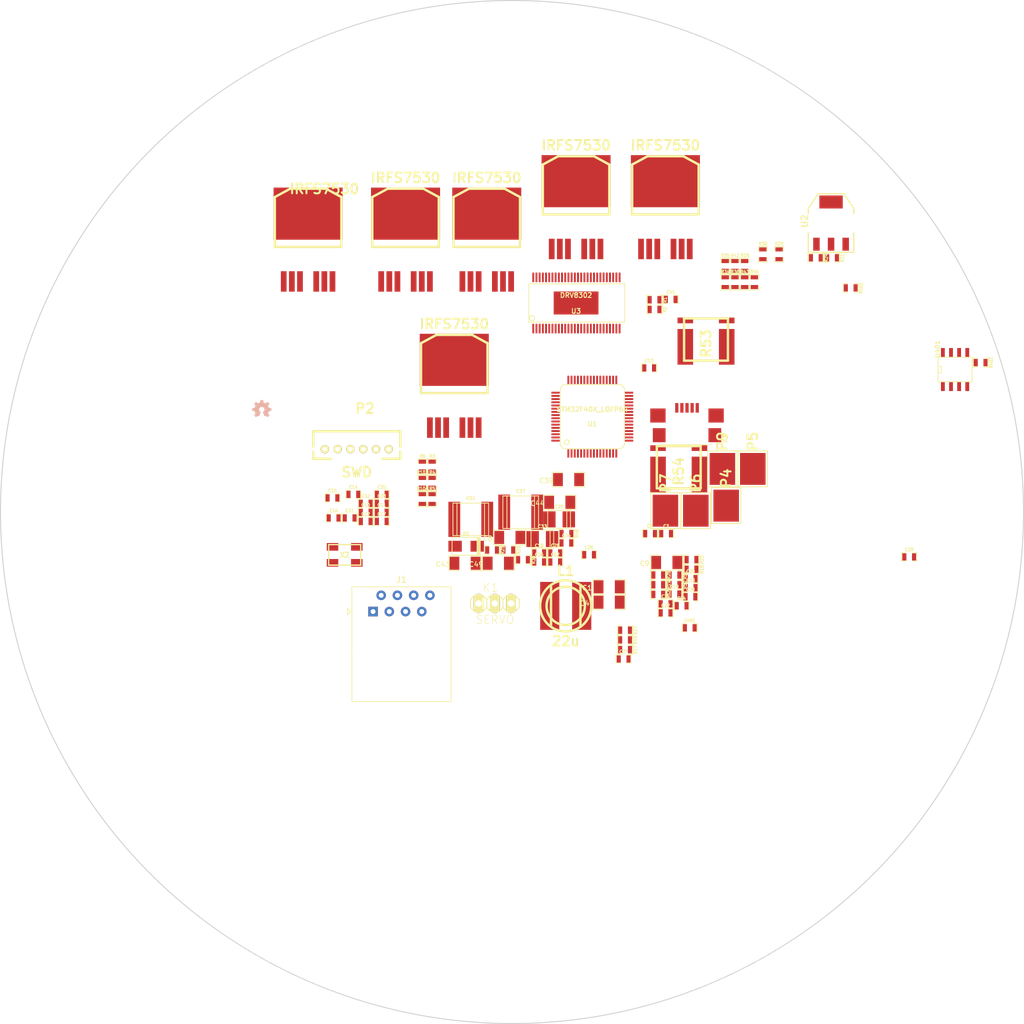
<source format=kicad_pcb>
(kicad_pcb (version 20171130) (host pcbnew "(5.0.0)")

  (general
    (thickness 1.6)
    (drawings 1)
    (tracks 0)
    (zones 0)
    (modules 103)
    (nets 112)
  )

  (page A4)
  (title_block
    (title "BLDC Driver 4.6")
    (date "30 Aug 2014")
    (rev A)
    (company "Benjamin Vedder")
  )

  (layers
    (0 F.Cu signal)
    (1 GND signal)
    (2 GND2 signal)
    (31 B.Cu signal)
    (32 B.Adhes user)
    (33 F.Adhes user)
    (34 B.Paste user)
    (35 F.Paste user)
    (36 B.SilkS user)
    (37 F.SilkS user)
    (38 B.Mask user)
    (39 F.Mask user)
    (40 Dwgs.User user)
    (41 Cmts.User user)
    (42 Eco1.User user)
    (43 Eco2.User user)
    (44 Edge.Cuts user)
  )

  (setup
    (last_trace_width 0.2032)
    (user_trace_width 0.254)
    (user_trace_width 0.3048)
    (user_trace_width 0.4064)
    (user_trace_width 0.508)
    (user_trace_width 0.635)
    (user_trace_width 0.889)
    (user_trace_width 1.016)
    (user_trace_width 1.27)
    (user_trace_width 2.286)
    (user_trace_width 3.81)
    (user_trace_width 5.08)
    (trace_clearance 0.1778)
    (zone_clearance 0.508)
    (zone_45_only yes)
    (trace_min 0.2032)
    (segment_width 0.2)
    (edge_width 0.15)
    (via_size 0.8)
    (via_drill 0.5)
    (via_min_size 0.8)
    (via_min_drill 0.5)
    (user_via 0.8 0.5)
    (user_via 1.524 0.762)
    (uvia_size 0.508)
    (uvia_drill 0.127)
    (uvias_allowed no)
    (uvia_min_size 0.508)
    (uvia_min_drill 0.127)
    (pcb_text_width 0.3)
    (pcb_text_size 1 1)
    (mod_edge_width 0.15)
    (mod_text_size 1 1)
    (mod_text_width 0.15)
    (pad_size 4.064 4.064)
    (pad_drill 3.048)
    (pad_to_mask_clearance 0)
    (aux_axis_origin 0 0)
    (visible_elements 7FFFFFFF)
    (pcbplotparams
      (layerselection 0x010fc_80000007)
      (usegerberextensions true)
      (usegerberattributes false)
      (usegerberadvancedattributes false)
      (creategerberjobfile false)
      (excludeedgelayer true)
      (linewidth 0.150000)
      (plotframeref false)
      (viasonmask false)
      (mode 1)
      (useauxorigin false)
      (hpglpennumber 1)
      (hpglpenspeed 20)
      (hpglpendiameter 15.000000)
      (psnegative false)
      (psa4output false)
      (plotreference true)
      (plotvalue false)
      (plotinvisibletext false)
      (padsonsilk false)
      (subtractmaskfromsilk true)
      (outputformat 1)
      (mirror false)
      (drillshape 0)
      (scaleselection 1)
      (outputdirectory "Gerber/"))
  )

  (net 0 "")
  (net 1 +5V)
  (net 2 GND)
  (net 3 NRST)
  (net 4 "Net-(C15-Pad1)")
  (net 5 "Net-(C16-Pad1)")
  (net 6 "Net-(C17-Pad1)")
  (net 7 "Net-(C18-Pad1)")
  (net 8 "Net-(C19-Pad2)")
  (net 9 "Net-(C20-Pad2)")
  (net 10 "Net-(C21-Pad2)")
  (net 11 "Net-(C22-Pad1)")
  (net 12 "Net-(C22-Pad2)")
  (net 13 "Net-(C23-Pad2)")
  (net 14 "Net-(C27-Pad1)")
  (net 15 "Net-(C27-Pad2)")
  (net 16 "Net-(C28-Pad2)")
  (net 17 "Net-(C29-Pad2)")
  (net 18 "Net-(C30-Pad2)")
  (net 19 "Net-(C34-Pad1)")
  (net 20 "Net-(C34-Pad2)")
  (net 21 "Net-(C36-Pad1)")
  (net 22 "Net-(C36-Pad2)")
  (net 23 "Net-(C38-Pad1)")
  (net 24 "Net-(K1-Pad1)")
  (net 25 "Net-(Q1-PadG)")
  (net 26 "Net-(Q2-PadG)")
  (net 27 "Net-(Q3-PadG)")
  (net 28 "Net-(Q4-PadG)")
  (net 29 "Net-(Q5-PadG)")
  (net 30 "Net-(Q6-PadG)")
  (net 31 "Net-(R17-Pad2)")
  (net 32 "Net-(R20-Pad1)")
  (net 33 "Net-(R21-Pad2)")
  (net 34 "Net-(R25-Pad2)")
  (net 35 "Net-(R6-Pad1)")
  (net 36 SWCLK)
  (net 37 SWDIO)
  (net 38 VCC)
  (net 39 V_SUPPLY)
  (net 40 /MCU/AN_IN)
  (net 41 /MCU/SERVO)
  (net 42 "/Mosfet driver/H1_VS")
  (net 43 "/Mosfet driver/H2_VS")
  (net 44 "/Mosfet driver/H3_VS")
  (net 45 "/Mosfet driver/H1_LOW")
  (net 46 "/Mosfet driver/H3_LOW")
  (net 47 /MCU/SENS1)
  (net 48 /MCU/SENS2)
  (net 49 "/Mosfet driver/M_H1")
  (net 50 "/Mosfet driver/M_L1")
  (net 51 /MCU/SENS3)
  (net 52 "/Mosfet driver/M_H2")
  (net 53 "/Mosfet driver/M_L2")
  (net 54 "/Mosfet driver/M_H3")
  (net 55 "/Mosfet driver/M_L3")
  (net 56 "/Mosfet driver/SH1_A")
  (net 57 "/Mosfet driver/SH1_B")
  (net 58 "/Mosfet driver/SH2_A")
  (net 59 "/Mosfet driver/SH2_B")
  (net 60 /MCU/BR_SO2)
  (net 61 /MCU/BR_SO1)
  (net 62 /MCU/DC_CAL)
  (net 63 /MCU/L3)
  (net 64 /MCU/L2)
  (net 65 /MCU/L1)
  (net 66 /MCU/EN_GATE)
  (net 67 /MCU/FAULT)
  (net 68 /MCU/H3)
  (net 69 /MCU/H2)
  (net 70 /MCU/H1)
  (net 71 /MCU/USB_DM)
  (net 72 /MCU/USB_DP)
  (net 73 "/CAN bus transceiver/CANL")
  (net 74 "/CAN bus transceiver/CANH")
  (net 75 /MCU/LED_GREEN)
  (net 76 /MCU/LED_RED)
  (net 77 "Net-(R103-Pad2)")
  (net 78 "Net-(R104-Pad2)")
  (net 79 "Net-(R402-Pad1)")
  (net 80 "/CAN bus transceiver/CAN_RX")
  (net 81 "/CAN bus transceiver/CAN_TX")
  (net 82 /MCU/ADC_TEMP)
  (net 83 /MCU/SCK_ADC_EXT)
  (net 84 /MCU/RX_SCL_MOSI)
  (net 85 /MCU/MISO_ADC_EXT2)
  (net 86 "Net-(P2-Pad6)")
  (net 87 /MCU/TX_SDA_NSS)
  (net 88 "Net-(U1-Pad4)")
  (net 89 "Net-(U1-Pad2)")
  (net 90 "Net-(U1-Pad3)")
  (net 91 "Net-(U1-Pad39)")
  (net 92 "Net-(U1-Pad40)")
  (net 93 "Net-(U1-Pad50)")
  (net 94 "Net-(U1-Pad54)")
  (net 95 "Net-(U1-Pad55)")
  (net 96 "Net-(U1-Pad56)")
  (net 97 "Net-(U1-Pad9)")
  (net 98 "Net-(U1-Pad11)")
  (net 99 "Net-(U1-Pad28)")
  (net 100 "Net-(U3-Pad4)")
  (net 101 "Net-(U3-Pad5)")
  (net 102 "Net-(U3-Pad55)")
  (net 103 "Net-(U3-Pad56)")
  (net 104 "Net-(U401-Pad5)")
  (net 105 "Net-(X1-Pad4)")
  (net 106 "Net-(J1-Pad4)")
  (net 107 "Net-(J1-Pad5)")
  (net 108 /MCU/TEMP_MOTOR)
  (net 109 /MCU/HALL_3)
  (net 110 /MCU/HALL_1)
  (net 111 /MCU/HALL_2)

  (net_class Default "This is the default net class."
    (clearance 0.1778)
    (trace_width 0.2032)
    (via_dia 0.8)
    (via_drill 0.5)
    (uvia_dia 0.508)
    (uvia_drill 0.127)
    (add_net +5V)
    (add_net "/CAN bus transceiver/CANH")
    (add_net "/CAN bus transceiver/CANL")
    (add_net "/CAN bus transceiver/CAN_RX")
    (add_net "/CAN bus transceiver/CAN_TX")
    (add_net /MCU/ADC_TEMP)
    (add_net /MCU/AN_IN)
    (add_net /MCU/BR_SO1)
    (add_net /MCU/BR_SO2)
    (add_net /MCU/DC_CAL)
    (add_net /MCU/EN_GATE)
    (add_net /MCU/FAULT)
    (add_net /MCU/H1)
    (add_net /MCU/H2)
    (add_net /MCU/H3)
    (add_net /MCU/HALL_1)
    (add_net /MCU/HALL_2)
    (add_net /MCU/HALL_3)
    (add_net /MCU/L1)
    (add_net /MCU/L2)
    (add_net /MCU/L3)
    (add_net /MCU/LED_GREEN)
    (add_net /MCU/LED_RED)
    (add_net /MCU/MISO_ADC_EXT2)
    (add_net /MCU/RX_SCL_MOSI)
    (add_net /MCU/SCK_ADC_EXT)
    (add_net /MCU/SENS1)
    (add_net /MCU/SENS2)
    (add_net /MCU/SENS3)
    (add_net /MCU/SERVO)
    (add_net /MCU/TEMP_MOTOR)
    (add_net /MCU/TX_SDA_NSS)
    (add_net /MCU/USB_DM)
    (add_net /MCU/USB_DP)
    (add_net "/Mosfet driver/H1_LOW")
    (add_net "/Mosfet driver/H1_VS")
    (add_net "/Mosfet driver/H2_VS")
    (add_net "/Mosfet driver/H3_LOW")
    (add_net "/Mosfet driver/H3_VS")
    (add_net "/Mosfet driver/M_H1")
    (add_net "/Mosfet driver/M_H2")
    (add_net "/Mosfet driver/M_H3")
    (add_net "/Mosfet driver/M_L1")
    (add_net "/Mosfet driver/M_L2")
    (add_net "/Mosfet driver/M_L3")
    (add_net "/Mosfet driver/SH1_A")
    (add_net "/Mosfet driver/SH1_B")
    (add_net "/Mosfet driver/SH2_A")
    (add_net "/Mosfet driver/SH2_B")
    (add_net GND)
    (add_net NRST)
    (add_net "Net-(C15-Pad1)")
    (add_net "Net-(C16-Pad1)")
    (add_net "Net-(C17-Pad1)")
    (add_net "Net-(C18-Pad1)")
    (add_net "Net-(C19-Pad2)")
    (add_net "Net-(C20-Pad2)")
    (add_net "Net-(C21-Pad2)")
    (add_net "Net-(C22-Pad1)")
    (add_net "Net-(C22-Pad2)")
    (add_net "Net-(C23-Pad2)")
    (add_net "Net-(C27-Pad1)")
    (add_net "Net-(C27-Pad2)")
    (add_net "Net-(C28-Pad2)")
    (add_net "Net-(C29-Pad2)")
    (add_net "Net-(C30-Pad2)")
    (add_net "Net-(C34-Pad1)")
    (add_net "Net-(C34-Pad2)")
    (add_net "Net-(C36-Pad1)")
    (add_net "Net-(C36-Pad2)")
    (add_net "Net-(C38-Pad1)")
    (add_net "Net-(J1-Pad4)")
    (add_net "Net-(J1-Pad5)")
    (add_net "Net-(K1-Pad1)")
    (add_net "Net-(P2-Pad6)")
    (add_net "Net-(Q1-PadG)")
    (add_net "Net-(Q2-PadG)")
    (add_net "Net-(Q3-PadG)")
    (add_net "Net-(Q4-PadG)")
    (add_net "Net-(Q5-PadG)")
    (add_net "Net-(Q6-PadG)")
    (add_net "Net-(R103-Pad2)")
    (add_net "Net-(R104-Pad2)")
    (add_net "Net-(R17-Pad2)")
    (add_net "Net-(R20-Pad1)")
    (add_net "Net-(R21-Pad2)")
    (add_net "Net-(R25-Pad2)")
    (add_net "Net-(R402-Pad1)")
    (add_net "Net-(R6-Pad1)")
    (add_net "Net-(U1-Pad11)")
    (add_net "Net-(U1-Pad2)")
    (add_net "Net-(U1-Pad28)")
    (add_net "Net-(U1-Pad3)")
    (add_net "Net-(U1-Pad39)")
    (add_net "Net-(U1-Pad4)")
    (add_net "Net-(U1-Pad40)")
    (add_net "Net-(U1-Pad50)")
    (add_net "Net-(U1-Pad54)")
    (add_net "Net-(U1-Pad55)")
    (add_net "Net-(U1-Pad56)")
    (add_net "Net-(U1-Pad9)")
    (add_net "Net-(U3-Pad4)")
    (add_net "Net-(U3-Pad5)")
    (add_net "Net-(U3-Pad55)")
    (add_net "Net-(U3-Pad56)")
    (add_net "Net-(U401-Pad5)")
    (add_net "Net-(X1-Pad4)")
    (add_net SWCLK)
    (add_net SWDIO)
    (add_net VCC)
    (add_net V_SUPPLY)
  )

  (module oshw_silkscreen-back_3mm (layer B.Cu) (tedit 0) (tstamp 5234EBBC)
    (at 110.871 83.82)
    (fp_text reference G*** (at 0 -1.59004) (layer B.SilkS) hide
      (effects (font (size 0.13462 0.13462) (thickness 0.0254)) (justify mirror))
    )
    (fp_text value oshw_silkscreen-back_3mm (at 0 1.59004) (layer B.SilkS) hide
      (effects (font (size 0.13462 0.13462) (thickness 0.0254)) (justify mirror))
    )
    (fp_poly (pts (xy 0.90932 1.3462) (xy 0.89154 1.33858) (xy 0.85852 1.31572) (xy 0.80772 1.2827)
      (xy 0.7493 1.2446) (xy 0.68834 1.20396) (xy 0.64008 1.17094) (xy 0.60452 1.14808)
      (xy 0.59182 1.14046) (xy 0.5842 1.143) (xy 0.55626 1.15824) (xy 0.51562 1.17856)
      (xy 0.49022 1.19126) (xy 0.45212 1.2065) (xy 0.43434 1.21158) (xy 0.4318 1.2065)
      (xy 0.41656 1.17602) (xy 0.39624 1.12776) (xy 0.3683 1.06172) (xy 0.33528 0.98552)
      (xy 0.29972 0.90424) (xy 0.2667 0.82042) (xy 0.23368 0.74168) (xy 0.2032 0.66802)
      (xy 0.18034 0.6096) (xy 0.1651 0.56896) (xy 0.15748 0.55118) (xy 0.16002 0.54864)
      (xy 0.1778 0.53086) (xy 0.21082 0.50546) (xy 0.28194 0.44704) (xy 0.35306 0.36068)
      (xy 0.39624 0.26162) (xy 0.40894 0.14986) (xy 0.39878 0.04826) (xy 0.35814 -0.04826)
      (xy 0.28956 -0.13716) (xy 0.20574 -0.2032) (xy 0.10922 -0.24384) (xy 0 -0.25654)
      (xy -0.10414 -0.24638) (xy -0.2032 -0.20574) (xy -0.2921 -0.1397) (xy -0.3302 -0.09652)
      (xy -0.381 -0.00508) (xy -0.41148 0.0889) (xy -0.41402 0.11176) (xy -0.40894 0.21844)
      (xy -0.37846 0.32004) (xy -0.32258 0.40894) (xy -0.24638 0.4826) (xy -0.23622 0.49022)
      (xy -0.20066 0.51816) (xy -0.17526 0.53594) (xy -0.15748 0.55118) (xy -0.2921 0.87376)
      (xy -0.31242 0.92456) (xy -0.35052 1.01346) (xy -0.381 1.08966) (xy -0.40894 1.15062)
      (xy -0.42672 1.19126) (xy -0.43434 1.2065) (xy -0.44704 1.20904) (xy -0.4699 1.20142)
      (xy -0.51562 1.17856) (xy -0.5461 1.16332) (xy -0.57912 1.14808) (xy -0.59436 1.14046)
      (xy -0.6096 1.14808) (xy -0.64262 1.1684) (xy -0.68834 1.20142) (xy -0.74676 1.23952)
      (xy -0.80264 1.27762) (xy -0.85344 1.31064) (xy -0.889 1.33604) (xy -0.90678 1.34366)
      (xy -0.90932 1.34366) (xy -0.9271 1.33604) (xy -0.95504 1.31064) (xy -0.99822 1.27)
      (xy -1.06172 1.20904) (xy -1.07188 1.19888) (xy -1.12268 1.14808) (xy -1.16332 1.10236)
      (xy -1.19126 1.07188) (xy -1.20142 1.05918) (xy -1.19126 1.0414) (xy -1.1684 1.0033)
      (xy -1.13538 0.9525) (xy -1.09474 0.89154) (xy -0.98806 0.7366) (xy -1.04648 0.59182)
      (xy -1.06426 0.5461) (xy -1.08712 0.49022) (xy -1.1049 0.45212) (xy -1.11252 0.43434)
      (xy -1.1303 0.42926) (xy -1.1684 0.4191) (xy -1.22682 0.40894) (xy -1.29794 0.39624)
      (xy -1.36398 0.38354) (xy -1.4224 0.37084) (xy -1.46558 0.36322) (xy -1.4859 0.36068)
      (xy -1.49098 0.3556) (xy -1.49352 0.34798) (xy -1.49606 0.32766) (xy -1.4986 0.28956)
      (xy -1.4986 0.23368) (xy -1.4986 0.14986) (xy -1.4986 0.14224) (xy -1.4986 0.0635)
      (xy -1.49606 0) (xy -1.49352 -0.0381) (xy -1.49098 -0.05588) (xy -1.4732 -0.06096)
      (xy -1.43002 -0.06858) (xy -1.3716 -0.08128) (xy -1.30048 -0.09398) (xy -1.2954 -0.09398)
      (xy -1.22428 -0.10922) (xy -1.16586 -0.12192) (xy -1.12268 -0.12954) (xy -1.1049 -0.13716)
      (xy -1.10236 -0.14224) (xy -1.08712 -0.17018) (xy -1.0668 -0.21336) (xy -1.04394 -0.2667)
      (xy -1.02108 -0.32258) (xy -1.00076 -0.37338) (xy -0.98806 -0.40894) (xy -0.98298 -0.42672)
      (xy -0.99314 -0.4445) (xy -1.01854 -0.48006) (xy -1.0541 -0.53086) (xy -1.09474 -0.59182)
      (xy -1.09728 -0.5969) (xy -1.13792 -0.65786) (xy -1.17094 -0.70866) (xy -1.1938 -0.74422)
      (xy -1.20142 -0.75946) (xy -1.20142 -0.762) (xy -1.18872 -0.77978) (xy -1.15824 -0.8128)
      (xy -1.11252 -0.85852) (xy -1.06172 -0.91186) (xy -1.04394 -0.9271) (xy -0.98552 -0.98552)
      (xy -0.94488 -1.02108) (xy -0.91948 -1.0414) (xy -0.90932 -1.04648) (xy -0.90678 -1.04648)
      (xy -0.889 -1.03632) (xy -0.8509 -1.01092) (xy -0.8001 -0.97536) (xy -0.73914 -0.93472)
      (xy -0.7366 -0.93218) (xy -0.67564 -0.89154) (xy -0.62484 -0.85598) (xy -0.58928 -0.83312)
      (xy -0.57404 -0.8255) (xy -0.5715 -0.8255) (xy -0.54864 -0.83058) (xy -0.50546 -0.84582)
      (xy -0.45212 -0.86614) (xy -0.39624 -0.889) (xy -0.34544 -0.90932) (xy -0.30988 -0.9271)
      (xy -0.2921 -0.93726) (xy -0.28956 -0.93726) (xy -0.28448 -0.96012) (xy -0.27432 -1.00584)
      (xy -0.26162 -1.0668) (xy -0.24638 -1.14046) (xy -0.24384 -1.15062) (xy -0.23114 -1.22428)
      (xy -0.22098 -1.2827) (xy -0.21082 -1.32334) (xy -0.20828 -1.34112) (xy -0.19812 -1.34112)
      (xy -0.16256 -1.34366) (xy -0.10922 -1.3462) (xy -0.04318 -1.3462) (xy 0.02286 -1.3462)
      (xy 0.0889 -1.3462) (xy 0.14478 -1.34366) (xy 0.18542 -1.34112) (xy 0.2032 -1.33604)
      (xy 0.20828 -1.31318) (xy 0.21844 -1.27) (xy 0.23114 -1.2065) (xy 0.24638 -1.13284)
      (xy 0.24892 -1.12014) (xy 0.26162 -1.04902) (xy 0.27432 -0.9906) (xy 0.28194 -0.94996)
      (xy 0.28702 -0.93472) (xy 0.2921 -0.93218) (xy 0.32258 -0.91694) (xy 0.37084 -0.89916)
      (xy 0.42926 -0.87376) (xy 0.56642 -0.81788) (xy 0.73406 -0.93472) (xy 0.7493 -0.94488)
      (xy 0.81026 -0.98552) (xy 0.86106 -1.01854) (xy 0.89662 -1.0414) (xy 0.90932 -1.04902)
      (xy 0.91186 -1.04902) (xy 0.9271 -1.03378) (xy 0.96012 -1.0033) (xy 1.00584 -0.95758)
      (xy 1.05918 -0.90678) (xy 1.09982 -0.86614) (xy 1.14554 -0.82042) (xy 1.17348 -0.7874)
      (xy 1.19126 -0.76708) (xy 1.19634 -0.75438) (xy 1.1938 -0.74676) (xy 1.18364 -0.72898)
      (xy 1.15824 -0.69342) (xy 1.12522 -0.64008) (xy 1.08458 -0.58166) (xy 1.04902 -0.53086)
      (xy 1.01346 -0.47498) (xy 0.9906 -0.43434) (xy 0.98044 -0.41656) (xy 0.98298 -0.4064)
      (xy 0.99568 -0.37338) (xy 1.016 -0.32512) (xy 1.0414 -0.26416) (xy 1.09982 -0.13208)
      (xy 1.18618 -0.1143) (xy 1.23952 -0.10414) (xy 1.31318 -0.09144) (xy 1.3843 -0.0762)
      (xy 1.49606 -0.05588) (xy 1.4986 0.34798) (xy 1.48082 0.3556) (xy 1.46558 0.36068)
      (xy 1.42494 0.37084) (xy 1.36652 0.381) (xy 1.29794 0.3937) (xy 1.23698 0.4064)
      (xy 1.17856 0.41656) (xy 1.13538 0.42418) (xy 1.1176 0.42926) (xy 1.11252 0.43434)
      (xy 1.09728 0.46482) (xy 1.07696 0.51054) (xy 1.0541 0.56388) (xy 1.0287 0.6223)
      (xy 1.00838 0.6731) (xy 0.99314 0.71374) (xy 0.98806 0.73406) (xy 0.99568 0.7493)
      (xy 1.01854 0.78486) (xy 1.05156 0.83566) (xy 1.0922 0.89408) (xy 1.13284 0.9525)
      (xy 1.16586 1.0033) (xy 1.19126 1.03886) (xy 1.19888 1.05664) (xy 1.1938 1.0668)
      (xy 1.17094 1.09474) (xy 1.12776 1.14046) (xy 1.06172 1.2065) (xy 1.04902 1.21666)
      (xy 0.99822 1.26746) (xy 0.9525 1.3081) (xy 0.92202 1.33604) (xy 0.90932 1.3462)) (layer B.SilkS) (width 0.00254))
  )

  (module CRF1:SMD-1206 (layer F.Cu) (tedit 53E7B563) (tstamp 5BD023B7)
    (at 165.193501 111.696501)
    (path /504F83BE/523435A0)
    (attr smd)
    (fp_text reference C1 (at -3.466 0.173) (layer F.SilkS)
      (effects (font (size 0.762 0.762) (thickness 0.127)))
    )
    (fp_text value 10u,50V (at 0 0) (layer F.SilkS) hide
      (effects (font (size 0.762 0.762) (thickness 0.127)))
    )
    (fp_line (start -0.889 -1.143) (end -2.54 -1.143) (layer F.SilkS) (width 0.127))
    (fp_line (start 2.54 1.143) (end 0.889 1.143) (layer F.SilkS) (width 0.127))
    (fp_line (start 2.54 -1.143) (end 2.54 1.143) (layer F.SilkS) (width 0.127))
    (fp_line (start 0.889 -1.143) (end 2.54 -1.143) (layer F.SilkS) (width 0.127))
    (fp_line (start -2.54 1.143) (end -0.889 1.143) (layer F.SilkS) (width 0.127))
    (fp_line (start -2.54 -1.143) (end -2.54 1.143) (layer F.SilkS) (width 0.127))
    (pad 2 smd rect (at 1.651 0) (size 1.524 2.032) (layers F.Cu F.Paste F.Mask)
      (net 39 V_SUPPLY))
    (pad 1 smd rect (at -1.651 0) (size 1.524 2.032) (layers F.Cu F.Paste F.Mask)
      (net 2 GND))
    (model smd/chip_cms.wrl
      (at (xyz 0 0 0))
      (scale (xyz 0.1700000017881393 0.1599999964237213 0.1599999964237213))
      (rotate (xyz 0 0 0))
    )
  )

  (module CRF1:SMD-0603_c (layer F.Cu) (tedit 53ECAF6F) (tstamp 5BD023C3)
    (at 171.588571 103.379931)
    (path /522DA0B3)
    (attr smd)
    (fp_text reference C2 (at 0 -1.143) (layer F.SilkS)
      (effects (font (size 0.508 0.4572) (thickness 0.1143)))
    )
    (fp_text value 100n (at -1.651 0 270) (layer F.SilkS) hide
      (effects (font (size 0.508 0.4572) (thickness 0.1143)))
    )
    (fp_line (start -1.19888 0.635) (end -1.19888 -0.635) (layer F.SilkS) (width 0.11938))
    (fp_line (start 1.19888 -0.635) (end 1.19888 0.635) (layer F.SilkS) (width 0.11938))
    (fp_line (start -1.19888 -0.65024) (end -0.50038 -0.65024) (layer F.SilkS) (width 0.11938))
    (fp_line (start 0.50038 -0.65024) (end 1.19888 -0.65024) (layer F.SilkS) (width 0.11938))
    (fp_line (start -0.50038 0.65024) (end -1.19888 0.65024) (layer F.SilkS) (width 0.11938))
    (fp_line (start 0.50038 0.65024) (end 1.19888 0.65024) (layer F.SilkS) (width 0.11938))
    (pad 2 smd rect (at 0.762 0) (size 0.635 1.143) (layers F.Cu F.Paste F.Mask)
      (net 40 /MCU/AN_IN))
    (pad 1 smd rect (at -0.762 0) (size 0.635 1.143) (layers F.Cu F.Paste F.Mask)
      (net 2 GND))
    (model walter/smd_cap/c_0603.wrl
      (at (xyz 0 0 0))
      (scale (xyz 1 1 1))
      (rotate (xyz 0 0 0))
    )
  )

  (module CRF1:SMD-0603_c (layer F.Cu) (tedit 53ECAF6F) (tstamp 5BD023CF)
    (at 174.098571 103.379931)
    (path /522DA0A7)
    (attr smd)
    (fp_text reference C3 (at 0 -1.143) (layer F.SilkS)
      (effects (font (size 0.508 0.4572) (thickness 0.1143)))
    )
    (fp_text value 100n (at -1.651 0 270) (layer F.SilkS) hide
      (effects (font (size 0.508 0.4572) (thickness 0.1143)))
    )
    (fp_line (start 0.50038 0.65024) (end 1.19888 0.65024) (layer F.SilkS) (width 0.11938))
    (fp_line (start -0.50038 0.65024) (end -1.19888 0.65024) (layer F.SilkS) (width 0.11938))
    (fp_line (start 0.50038 -0.65024) (end 1.19888 -0.65024) (layer F.SilkS) (width 0.11938))
    (fp_line (start -1.19888 -0.65024) (end -0.50038 -0.65024) (layer F.SilkS) (width 0.11938))
    (fp_line (start 1.19888 -0.635) (end 1.19888 0.635) (layer F.SilkS) (width 0.11938))
    (fp_line (start -1.19888 0.635) (end -1.19888 -0.635) (layer F.SilkS) (width 0.11938))
    (pad 1 smd rect (at -0.762 0) (size 0.635 1.143) (layers F.Cu F.Paste F.Mask)
      (net 2 GND))
    (pad 2 smd rect (at 0.762 0) (size 0.635 1.143) (layers F.Cu F.Paste F.Mask)
      (net 41 /MCU/SERVO))
    (model walter/smd_cap/c_0603.wrl
      (at (xyz 0 0 0))
      (scale (xyz 1 1 1))
      (rotate (xyz 0 0 0))
    )
  )

  (module CRF1:SMD-1206 (layer F.Cu) (tedit 53E7B563) (tstamp 5BD023DB)
    (at 149.653501 103.976501)
    (path /504F83BE/53E7AFAD)
    (attr smd)
    (fp_text reference C8 (at -3.466 0.173) (layer F.SilkS)
      (effects (font (size 0.762 0.762) (thickness 0.127)))
    )
    (fp_text value 10u,50V (at 0 0) (layer F.SilkS) hide
      (effects (font (size 0.762 0.762) (thickness 0.127)))
    )
    (fp_line (start -2.54 -1.143) (end -2.54 1.143) (layer F.SilkS) (width 0.127))
    (fp_line (start -2.54 1.143) (end -0.889 1.143) (layer F.SilkS) (width 0.127))
    (fp_line (start 0.889 -1.143) (end 2.54 -1.143) (layer F.SilkS) (width 0.127))
    (fp_line (start 2.54 -1.143) (end 2.54 1.143) (layer F.SilkS) (width 0.127))
    (fp_line (start 2.54 1.143) (end 0.889 1.143) (layer F.SilkS) (width 0.127))
    (fp_line (start -0.889 -1.143) (end -2.54 -1.143) (layer F.SilkS) (width 0.127))
    (pad 1 smd rect (at -1.651 0) (size 1.524 2.032) (layers F.Cu F.Paste F.Mask)
      (net 2 GND))
    (pad 2 smd rect (at 1.651 0) (size 1.524 2.032) (layers F.Cu F.Paste F.Mask)
      (net 39 V_SUPPLY))
    (model smd/chip_cms.wrl
      (at (xyz 0 0 0))
      (scale (xyz 0.1700000017881393 0.1599999964237213 0.1599999964237213))
      (rotate (xyz 0 0 0))
    )
  )

  (module CRF1:SMD-1206 (layer F.Cu) (tedit 53E7B563) (tstamp 5BD023E7)
    (at 174.203501 107.886501)
    (path /504F83BE/53E7AFA2)
    (attr smd)
    (fp_text reference C9 (at -3.466 0.173) (layer F.SilkS)
      (effects (font (size 0.762 0.762) (thickness 0.127)))
    )
    (fp_text value 10u,50V (at 0 0) (layer F.SilkS) hide
      (effects (font (size 0.762 0.762) (thickness 0.127)))
    )
    (fp_line (start -0.889 -1.143) (end -2.54 -1.143) (layer F.SilkS) (width 0.127))
    (fp_line (start 2.54 1.143) (end 0.889 1.143) (layer F.SilkS) (width 0.127))
    (fp_line (start 2.54 -1.143) (end 2.54 1.143) (layer F.SilkS) (width 0.127))
    (fp_line (start 0.889 -1.143) (end 2.54 -1.143) (layer F.SilkS) (width 0.127))
    (fp_line (start -2.54 1.143) (end -0.889 1.143) (layer F.SilkS) (width 0.127))
    (fp_line (start -2.54 -1.143) (end -2.54 1.143) (layer F.SilkS) (width 0.127))
    (pad 2 smd rect (at 1.651 0) (size 1.524 2.032) (layers F.Cu F.Paste F.Mask)
      (net 39 V_SUPPLY))
    (pad 1 smd rect (at -1.651 0) (size 1.524 2.032) (layers F.Cu F.Paste F.Mask)
      (net 2 GND))
    (model smd/chip_cms.wrl
      (at (xyz 0 0 0))
      (scale (xyz 0.1700000017881393 0.1599999964237213 0.1599999964237213))
      (rotate (xyz 0 0 0))
    )
  )

  (module CRF1:SMD-0603_c (layer F.Cu) (tedit 53ECAF6F) (tstamp 5BD023F3)
    (at 127.118571 100.059931)
    (path /53F7501A/53F77426)
    (attr smd)
    (fp_text reference C10 (at 0 -1.143) (layer F.SilkS)
      (effects (font (size 0.508 0.4572) (thickness 0.1143)))
    )
    (fp_text value 2.2u (at -1.651 0 270) (layer F.SilkS) hide
      (effects (font (size 0.508 0.4572) (thickness 0.1143)))
    )
    (fp_line (start -1.19888 0.635) (end -1.19888 -0.635) (layer F.SilkS) (width 0.11938))
    (fp_line (start 1.19888 -0.635) (end 1.19888 0.635) (layer F.SilkS) (width 0.11938))
    (fp_line (start -1.19888 -0.65024) (end -0.50038 -0.65024) (layer F.SilkS) (width 0.11938))
    (fp_line (start 0.50038 -0.65024) (end 1.19888 -0.65024) (layer F.SilkS) (width 0.11938))
    (fp_line (start -0.50038 0.65024) (end -1.19888 0.65024) (layer F.SilkS) (width 0.11938))
    (fp_line (start 0.50038 0.65024) (end 1.19888 0.65024) (layer F.SilkS) (width 0.11938))
    (pad 2 smd rect (at 0.762 0) (size 0.635 1.143) (layers F.Cu F.Paste F.Mask)
      (net 38 VCC))
    (pad 1 smd rect (at -0.762 0) (size 0.635 1.143) (layers F.Cu F.Paste F.Mask)
      (net 2 GND))
    (model walter/smd_cap/c_0603.wrl
      (at (xyz 0 0 0))
      (scale (xyz 1 1 1))
      (rotate (xyz 0 0 0))
    )
  )

  (module CRF1:SMD-0603_c (layer F.Cu) (tedit 53ECAF6F) (tstamp 5BD023FF)
    (at 129.628571 100.059931)
    (path /53F7501A/53F7742D)
    (attr smd)
    (fp_text reference C11 (at 0 -1.143) (layer F.SilkS)
      (effects (font (size 0.508 0.4572) (thickness 0.1143)))
    )
    (fp_text value 2.2u (at -1.651 0 270) (layer F.SilkS) hide
      (effects (font (size 0.508 0.4572) (thickness 0.1143)))
    )
    (fp_line (start 0.50038 0.65024) (end 1.19888 0.65024) (layer F.SilkS) (width 0.11938))
    (fp_line (start -0.50038 0.65024) (end -1.19888 0.65024) (layer F.SilkS) (width 0.11938))
    (fp_line (start 0.50038 -0.65024) (end 1.19888 -0.65024) (layer F.SilkS) (width 0.11938))
    (fp_line (start -1.19888 -0.65024) (end -0.50038 -0.65024) (layer F.SilkS) (width 0.11938))
    (fp_line (start 1.19888 -0.635) (end 1.19888 0.635) (layer F.SilkS) (width 0.11938))
    (fp_line (start -1.19888 0.635) (end -1.19888 -0.635) (layer F.SilkS) (width 0.11938))
    (pad 1 smd rect (at -0.762 0) (size 0.635 1.143) (layers F.Cu F.Paste F.Mask)
      (net 2 GND))
    (pad 2 smd rect (at 0.762 0) (size 0.635 1.143) (layers F.Cu F.Paste F.Mask)
      (net 38 VCC))
    (model walter/smd_cap/c_0603.wrl
      (at (xyz 0 0 0))
      (scale (xyz 1 1 1))
      (rotate (xyz 0 0 0))
    )
  )

  (module CRF1:SMD-0603_c (layer F.Cu) (tedit 53ECAF6F) (tstamp 5BD0240B)
    (at 127.118571 101.469931)
    (path /53F7501A/53F77447)
    (attr smd)
    (fp_text reference C12 (at 0 -1.143) (layer F.SilkS)
      (effects (font (size 0.508 0.4572) (thickness 0.1143)))
    )
    (fp_text value 2.2u (at -1.651 0 270) (layer F.SilkS) hide
      (effects (font (size 0.508 0.4572) (thickness 0.1143)))
    )
    (fp_line (start -1.19888 0.635) (end -1.19888 -0.635) (layer F.SilkS) (width 0.11938))
    (fp_line (start 1.19888 -0.635) (end 1.19888 0.635) (layer F.SilkS) (width 0.11938))
    (fp_line (start -1.19888 -0.65024) (end -0.50038 -0.65024) (layer F.SilkS) (width 0.11938))
    (fp_line (start 0.50038 -0.65024) (end 1.19888 -0.65024) (layer F.SilkS) (width 0.11938))
    (fp_line (start -0.50038 0.65024) (end -1.19888 0.65024) (layer F.SilkS) (width 0.11938))
    (fp_line (start 0.50038 0.65024) (end 1.19888 0.65024) (layer F.SilkS) (width 0.11938))
    (pad 2 smd rect (at 0.762 0) (size 0.635 1.143) (layers F.Cu F.Paste F.Mask)
      (net 38 VCC))
    (pad 1 smd rect (at -0.762 0) (size 0.635 1.143) (layers F.Cu F.Paste F.Mask)
      (net 2 GND))
    (model walter/smd_cap/c_0603.wrl
      (at (xyz 0 0 0))
      (scale (xyz 1 1 1))
      (rotate (xyz 0 0 0))
    )
  )

  (module CRF1:SMD-0603_c (layer F.Cu) (tedit 53ECAF6F) (tstamp 5BD02417)
    (at 171.45 77.47)
    (path /53F7501A/53F7744E)
    (attr smd)
    (fp_text reference C13 (at 0 -1.143) (layer F.SilkS)
      (effects (font (size 0.508 0.4572) (thickness 0.1143)))
    )
    (fp_text value 2.2u (at -1.651 0 270) (layer F.SilkS) hide
      (effects (font (size 0.508 0.4572) (thickness 0.1143)))
    )
    (fp_line (start 0.50038 0.65024) (end 1.19888 0.65024) (layer F.SilkS) (width 0.11938))
    (fp_line (start -0.50038 0.65024) (end -1.19888 0.65024) (layer F.SilkS) (width 0.11938))
    (fp_line (start 0.50038 -0.65024) (end 1.19888 -0.65024) (layer F.SilkS) (width 0.11938))
    (fp_line (start -1.19888 -0.65024) (end -0.50038 -0.65024) (layer F.SilkS) (width 0.11938))
    (fp_line (start 1.19888 -0.635) (end 1.19888 0.635) (layer F.SilkS) (width 0.11938))
    (fp_line (start -1.19888 0.635) (end -1.19888 -0.635) (layer F.SilkS) (width 0.11938))
    (pad 1 smd rect (at -0.762 0) (size 0.635 1.143) (layers F.Cu F.Paste F.Mask)
      (net 2 GND))
    (pad 2 smd rect (at 0.762 0) (size 0.635 1.143) (layers F.Cu F.Paste F.Mask)
      (net 38 VCC))
    (model walter/smd_cap/c_0603.wrl
      (at (xyz 0 0 0))
      (scale (xyz 1 1 1))
      (rotate (xyz 0 0 0))
    )
  )

  (module CRF1:SMD-0603_c (layer F.Cu) (tedit 53ECAF6F) (tstamp 5BD02423)
    (at 125.188571 97.239931)
    (path /53F7501A/53F77434)
    (attr smd)
    (fp_text reference C14 (at 0 -1.143) (layer F.SilkS)
      (effects (font (size 0.508 0.4572) (thickness 0.1143)))
    )
    (fp_text value 2.2u (at -1.651 0 270) (layer F.SilkS) hide
      (effects (font (size 0.508 0.4572) (thickness 0.1143)))
    )
    (fp_line (start 0.50038 0.65024) (end 1.19888 0.65024) (layer F.SilkS) (width 0.11938))
    (fp_line (start -0.50038 0.65024) (end -1.19888 0.65024) (layer F.SilkS) (width 0.11938))
    (fp_line (start 0.50038 -0.65024) (end 1.19888 -0.65024) (layer F.SilkS) (width 0.11938))
    (fp_line (start -1.19888 -0.65024) (end -0.50038 -0.65024) (layer F.SilkS) (width 0.11938))
    (fp_line (start 1.19888 -0.635) (end 1.19888 0.635) (layer F.SilkS) (width 0.11938))
    (fp_line (start -1.19888 0.635) (end -1.19888 -0.635) (layer F.SilkS) (width 0.11938))
    (pad 1 smd rect (at -0.762 0) (size 0.635 1.143) (layers F.Cu F.Paste F.Mask)
      (net 2 GND))
    (pad 2 smd rect (at 0.762 0) (size 0.635 1.143) (layers F.Cu F.Paste F.Mask)
      (net 38 VCC))
    (model walter/smd_cap/c_0603.wrl
      (at (xyz 0 0 0))
      (scale (xyz 1 1 1))
      (rotate (xyz 0 0 0))
    )
  )

  (module CRF1:SMD-0603_c (layer F.Cu) (tedit 53ECAF6F) (tstamp 5BD0242F)
    (at 121.92 97.79)
    (path /53F7501A/53F757DB)
    (attr smd)
    (fp_text reference C15 (at 0 -1.143) (layer F.SilkS)
      (effects (font (size 0.508 0.4572) (thickness 0.1143)))
    )
    (fp_text value 15p (at -1.651 0 270) (layer F.SilkS) hide
      (effects (font (size 0.508 0.4572) (thickness 0.1143)))
    )
    (fp_line (start -1.19888 0.635) (end -1.19888 -0.635) (layer F.SilkS) (width 0.11938))
    (fp_line (start 1.19888 -0.635) (end 1.19888 0.635) (layer F.SilkS) (width 0.11938))
    (fp_line (start -1.19888 -0.65024) (end -0.50038 -0.65024) (layer F.SilkS) (width 0.11938))
    (fp_line (start 0.50038 -0.65024) (end 1.19888 -0.65024) (layer F.SilkS) (width 0.11938))
    (fp_line (start -0.50038 0.65024) (end -1.19888 0.65024) (layer F.SilkS) (width 0.11938))
    (fp_line (start 0.50038 0.65024) (end 1.19888 0.65024) (layer F.SilkS) (width 0.11938))
    (pad 2 smd rect (at 0.762 0) (size 0.635 1.143) (layers F.Cu F.Paste F.Mask)
      (net 2 GND))
    (pad 1 smd rect (at -0.762 0) (size 0.635 1.143) (layers F.Cu F.Paste F.Mask)
      (net 4 "Net-(C15-Pad1)"))
    (model walter/smd_cap/c_0603.wrl
      (at (xyz 0 0 0))
      (scale (xyz 1 1 1))
      (rotate (xyz 0 0 0))
    )
  )

  (module CRF1:SMD-0603_c (layer F.Cu) (tedit 53ECAF6F) (tstamp 5BD0243B)
    (at 122.098571 100.929931)
    (path /53F7501A/53F757B5)
    (attr smd)
    (fp_text reference C16 (at 0 -1.143) (layer F.SilkS)
      (effects (font (size 0.508 0.4572) (thickness 0.1143)))
    )
    (fp_text value 2.2u (at -1.651 0 270) (layer F.SilkS) hide
      (effects (font (size 0.508 0.4572) (thickness 0.1143)))
    )
    (fp_line (start -1.19888 0.635) (end -1.19888 -0.635) (layer F.SilkS) (width 0.11938))
    (fp_line (start 1.19888 -0.635) (end 1.19888 0.635) (layer F.SilkS) (width 0.11938))
    (fp_line (start -1.19888 -0.65024) (end -0.50038 -0.65024) (layer F.SilkS) (width 0.11938))
    (fp_line (start 0.50038 -0.65024) (end 1.19888 -0.65024) (layer F.SilkS) (width 0.11938))
    (fp_line (start -0.50038 0.65024) (end -1.19888 0.65024) (layer F.SilkS) (width 0.11938))
    (fp_line (start 0.50038 0.65024) (end 1.19888 0.65024) (layer F.SilkS) (width 0.11938))
    (pad 2 smd rect (at 0.762 0) (size 0.635 1.143) (layers F.Cu F.Paste F.Mask)
      (net 2 GND))
    (pad 1 smd rect (at -0.762 0) (size 0.635 1.143) (layers F.Cu F.Paste F.Mask)
      (net 5 "Net-(C16-Pad1)"))
    (model walter/smd_cap/c_0603.wrl
      (at (xyz 0 0 0))
      (scale (xyz 1 1 1))
      (rotate (xyz 0 0 0))
    )
  )

  (module CRF1:SMD-0603_c (layer F.Cu) (tedit 53ECAF6F) (tstamp 5BD02447)
    (at 129.628571 101.469931)
    (path /53F7501A/53F757AE)
    (attr smd)
    (fp_text reference C17 (at 0 -1.143) (layer F.SilkS)
      (effects (font (size 0.508 0.4572) (thickness 0.1143)))
    )
    (fp_text value 2.2u (at -1.651 0 270) (layer F.SilkS) hide
      (effects (font (size 0.508 0.4572) (thickness 0.1143)))
    )
    (fp_line (start 0.50038 0.65024) (end 1.19888 0.65024) (layer F.SilkS) (width 0.11938))
    (fp_line (start -0.50038 0.65024) (end -1.19888 0.65024) (layer F.SilkS) (width 0.11938))
    (fp_line (start 0.50038 -0.65024) (end 1.19888 -0.65024) (layer F.SilkS) (width 0.11938))
    (fp_line (start -1.19888 -0.65024) (end -0.50038 -0.65024) (layer F.SilkS) (width 0.11938))
    (fp_line (start 1.19888 -0.635) (end 1.19888 0.635) (layer F.SilkS) (width 0.11938))
    (fp_line (start -1.19888 0.635) (end -1.19888 -0.635) (layer F.SilkS) (width 0.11938))
    (pad 1 smd rect (at -0.762 0) (size 0.635 1.143) (layers F.Cu F.Paste F.Mask)
      (net 6 "Net-(C17-Pad1)"))
    (pad 2 smd rect (at 0.762 0) (size 0.635 1.143) (layers F.Cu F.Paste F.Mask)
      (net 2 GND))
    (model walter/smd_cap/c_0603.wrl
      (at (xyz 0 0 0))
      (scale (xyz 1 1 1))
      (rotate (xyz 0 0 0))
    )
  )

  (module CRF1:SMD-0603_c (layer F.Cu) (tedit 53ECAF6F) (tstamp 5BD02453)
    (at 154.248571 106.399931)
    (path /504F83BE/504FC1DE)
    (attr smd)
    (fp_text reference C18 (at 0 -1.143) (layer F.SilkS)
      (effects (font (size 0.508 0.4572) (thickness 0.1143)))
    )
    (fp_text value 2.2u (at -1.651 0 270) (layer F.SilkS) hide
      (effects (font (size 0.508 0.4572) (thickness 0.1143)))
    )
    (fp_line (start 0.50038 0.65024) (end 1.19888 0.65024) (layer F.SilkS) (width 0.11938))
    (fp_line (start -0.50038 0.65024) (end -1.19888 0.65024) (layer F.SilkS) (width 0.11938))
    (fp_line (start 0.50038 -0.65024) (end 1.19888 -0.65024) (layer F.SilkS) (width 0.11938))
    (fp_line (start -1.19888 -0.65024) (end -0.50038 -0.65024) (layer F.SilkS) (width 0.11938))
    (fp_line (start 1.19888 -0.635) (end 1.19888 0.635) (layer F.SilkS) (width 0.11938))
    (fp_line (start -1.19888 0.635) (end -1.19888 -0.635) (layer F.SilkS) (width 0.11938))
    (pad 1 smd rect (at -0.762 0) (size 0.635 1.143) (layers F.Cu F.Paste F.Mask)
      (net 7 "Net-(C18-Pad1)"))
    (pad 2 smd rect (at 0.762 0) (size 0.635 1.143) (layers F.Cu F.Paste F.Mask)
      (net 2 GND))
    (model walter/smd_cap/c_0603.wrl
      (at (xyz 0 0 0))
      (scale (xyz 1 1 1))
      (rotate (xyz 0 0 0))
    )
  )

  (module CRF1:SMD-0603_c (layer F.Cu) (tedit 53ECAF6F) (tstamp 5BD0245F)
    (at 175.398571 112.839931)
    (path /504F83BE/504FEEC2)
    (attr smd)
    (fp_text reference C19 (at 0 -1.143) (layer F.SilkS)
      (effects (font (size 0.508 0.4572) (thickness 0.1143)))
    )
    (fp_text value 120p (at -1.651 0 270) (layer F.SilkS) hide
      (effects (font (size 0.508 0.4572) (thickness 0.1143)))
    )
    (fp_line (start -1.19888 0.635) (end -1.19888 -0.635) (layer F.SilkS) (width 0.11938))
    (fp_line (start 1.19888 -0.635) (end 1.19888 0.635) (layer F.SilkS) (width 0.11938))
    (fp_line (start -1.19888 -0.65024) (end -0.50038 -0.65024) (layer F.SilkS) (width 0.11938))
    (fp_line (start 0.50038 -0.65024) (end 1.19888 -0.65024) (layer F.SilkS) (width 0.11938))
    (fp_line (start -0.50038 0.65024) (end -1.19888 0.65024) (layer F.SilkS) (width 0.11938))
    (fp_line (start 0.50038 0.65024) (end 1.19888 0.65024) (layer F.SilkS) (width 0.11938))
    (pad 2 smd rect (at 0.762 0) (size 0.635 1.143) (layers F.Cu F.Paste F.Mask)
      (net 8 "Net-(C19-Pad2)"))
    (pad 1 smd rect (at -0.762 0) (size 0.635 1.143) (layers F.Cu F.Paste F.Mask)
      (net 2 GND))
    (model walter/smd_cap/c_0603.wrl
      (at (xyz 0 0 0))
      (scale (xyz 1 1 1))
      (rotate (xyz 0 0 0))
    )
  )

  (module CRF1:SMD-0603_c (layer F.Cu) (tedit 53ECAF6F) (tstamp 5BD0246B)
    (at 177.938571 110.429931)
    (path /504F83BE/504FC446)
    (attr smd)
    (fp_text reference C20 (at 0 -1.143) (layer F.SilkS)
      (effects (font (size 0.508 0.4572) (thickness 0.1143)))
    )
    (fp_text value 2.2u (at -1.651 0 270) (layer F.SilkS) hide
      (effects (font (size 0.508 0.4572) (thickness 0.1143)))
    )
    (fp_line (start -1.19888 0.635) (end -1.19888 -0.635) (layer F.SilkS) (width 0.11938))
    (fp_line (start 1.19888 -0.635) (end 1.19888 0.635) (layer F.SilkS) (width 0.11938))
    (fp_line (start -1.19888 -0.65024) (end -0.50038 -0.65024) (layer F.SilkS) (width 0.11938))
    (fp_line (start 0.50038 -0.65024) (end 1.19888 -0.65024) (layer F.SilkS) (width 0.11938))
    (fp_line (start -0.50038 0.65024) (end -1.19888 0.65024) (layer F.SilkS) (width 0.11938))
    (fp_line (start 0.50038 0.65024) (end 1.19888 0.65024) (layer F.SilkS) (width 0.11938))
    (pad 2 smd rect (at 0.762 0) (size 0.635 1.143) (layers F.Cu F.Paste F.Mask)
      (net 9 "Net-(C20-Pad2)"))
    (pad 1 smd rect (at -0.762 0) (size 0.635 1.143) (layers F.Cu F.Paste F.Mask)
      (net 2 GND))
    (model walter/smd_cap/c_0603.wrl
      (at (xyz 0 0 0))
      (scale (xyz 1 1 1))
      (rotate (xyz 0 0 0))
    )
  )

  (module CRF1:SMD-0603_c (layer F.Cu) (tedit 53ECAF6F) (tstamp 5BD02477)
    (at 174.018571 114.359931)
    (path /504F83BE/504FEEB7)
    (attr smd)
    (fp_text reference C21 (at 0 -1.143) (layer F.SilkS)
      (effects (font (size 0.508 0.4572) (thickness 0.1143)))
    )
    (fp_text value 6.8n (at -1.651 0 270) (layer F.SilkS) hide
      (effects (font (size 0.508 0.4572) (thickness 0.1143)))
    )
    (fp_line (start 0.50038 0.65024) (end 1.19888 0.65024) (layer F.SilkS) (width 0.11938))
    (fp_line (start -0.50038 0.65024) (end -1.19888 0.65024) (layer F.SilkS) (width 0.11938))
    (fp_line (start 0.50038 -0.65024) (end 1.19888 -0.65024) (layer F.SilkS) (width 0.11938))
    (fp_line (start -1.19888 -0.65024) (end -0.50038 -0.65024) (layer F.SilkS) (width 0.11938))
    (fp_line (start 1.19888 -0.635) (end 1.19888 0.635) (layer F.SilkS) (width 0.11938))
    (fp_line (start -1.19888 0.635) (end -1.19888 -0.635) (layer F.SilkS) (width 0.11938))
    (pad 1 smd rect (at -0.762 0) (size 0.635 1.143) (layers F.Cu F.Paste F.Mask)
      (net 2 GND))
    (pad 2 smd rect (at 0.762 0) (size 0.635 1.143) (layers F.Cu F.Paste F.Mask)
      (net 10 "Net-(C21-Pad2)"))
    (model walter/smd_cap/c_0603.wrl
      (at (xyz 0 0 0))
      (scale (xyz 1 1 1))
      (rotate (xyz 0 0 0))
    )
  )

  (module CRF1:SMD-0603_c (layer F.Cu) (tedit 53ECAF6F) (tstamp 5BD02483)
    (at 174.018571 115.769931)
    (path /504F83BE/504FC05A)
    (attr smd)
    (fp_text reference C22 (at 0 -1.143) (layer F.SilkS)
      (effects (font (size 0.508 0.4572) (thickness 0.1143)))
    )
    (fp_text value 22n (at -1.651 0 270) (layer F.SilkS) hide
      (effects (font (size 0.508 0.4572) (thickness 0.1143)))
    )
    (fp_line (start -1.19888 0.635) (end -1.19888 -0.635) (layer F.SilkS) (width 0.11938))
    (fp_line (start 1.19888 -0.635) (end 1.19888 0.635) (layer F.SilkS) (width 0.11938))
    (fp_line (start -1.19888 -0.65024) (end -0.50038 -0.65024) (layer F.SilkS) (width 0.11938))
    (fp_line (start 0.50038 -0.65024) (end 1.19888 -0.65024) (layer F.SilkS) (width 0.11938))
    (fp_line (start -0.50038 0.65024) (end -1.19888 0.65024) (layer F.SilkS) (width 0.11938))
    (fp_line (start 0.50038 0.65024) (end 1.19888 0.65024) (layer F.SilkS) (width 0.11938))
    (pad 2 smd rect (at 0.762 0) (size 0.635 1.143) (layers F.Cu F.Paste F.Mask)
      (net 12 "Net-(C22-Pad2)"))
    (pad 1 smd rect (at -0.762 0) (size 0.635 1.143) (layers F.Cu F.Paste F.Mask)
      (net 11 "Net-(C22-Pad1)"))
    (model walter/smd_cap/c_0603.wrl
      (at (xyz 0 0 0))
      (scale (xyz 1 1 1))
      (rotate (xyz 0 0 0))
    )
  )

  (module CRF1:SMD-0603_c (layer F.Cu) (tedit 53ECAF6F) (tstamp 5BD0248F)
    (at 177.938571 111.839931)
    (path /504F83BE/504FC64E)
    (attr smd)
    (fp_text reference C23 (at 0 -1.143) (layer F.SilkS)
      (effects (font (size 0.508 0.4572) (thickness 0.1143)))
    )
    (fp_text value 2.2u (at -1.651 0 270) (layer F.SilkS) hide
      (effects (font (size 0.508 0.4572) (thickness 0.1143)))
    )
    (fp_line (start 0.50038 0.65024) (end 1.19888 0.65024) (layer F.SilkS) (width 0.11938))
    (fp_line (start -0.50038 0.65024) (end -1.19888 0.65024) (layer F.SilkS) (width 0.11938))
    (fp_line (start 0.50038 -0.65024) (end 1.19888 -0.65024) (layer F.SilkS) (width 0.11938))
    (fp_line (start -1.19888 -0.65024) (end -0.50038 -0.65024) (layer F.SilkS) (width 0.11938))
    (fp_line (start 1.19888 -0.635) (end 1.19888 0.635) (layer F.SilkS) (width 0.11938))
    (fp_line (start -1.19888 0.635) (end -1.19888 -0.635) (layer F.SilkS) (width 0.11938))
    (pad 1 smd rect (at -0.762 0) (size 0.635 1.143) (layers F.Cu F.Paste F.Mask)
      (net 2 GND))
    (pad 2 smd rect (at 0.762 0) (size 0.635 1.143) (layers F.Cu F.Paste F.Mask)
      (net 13 "Net-(C23-Pad2)"))
    (model walter/smd_cap/c_0603.wrl
      (at (xyz 0 0 0))
      (scale (xyz 1 1 1))
      (rotate (xyz 0 0 0))
    )
  )

  (module CRF1:SMD-0603_c (layer F.Cu) (tedit 53ECAF6F) (tstamp 5BD0249B)
    (at 176.528571 114.659931)
    (path /504F83BE/50500B3A)
    (attr smd)
    (fp_text reference C24 (at 0 -1.143) (layer F.SilkS)
      (effects (font (size 0.508 0.4572) (thickness 0.1143)))
    )
    (fp_text value 2.2u (at -1.651 0 270) (layer F.SilkS) hide
      (effects (font (size 0.508 0.4572) (thickness 0.1143)))
    )
    (fp_line (start -1.19888 0.635) (end -1.19888 -0.635) (layer F.SilkS) (width 0.11938))
    (fp_line (start 1.19888 -0.635) (end 1.19888 0.635) (layer F.SilkS) (width 0.11938))
    (fp_line (start -1.19888 -0.65024) (end -0.50038 -0.65024) (layer F.SilkS) (width 0.11938))
    (fp_line (start 0.50038 -0.65024) (end 1.19888 -0.65024) (layer F.SilkS) (width 0.11938))
    (fp_line (start -0.50038 0.65024) (end -1.19888 0.65024) (layer F.SilkS) (width 0.11938))
    (fp_line (start 0.50038 0.65024) (end 1.19888 0.65024) (layer F.SilkS) (width 0.11938))
    (pad 2 smd rect (at 0.762 0) (size 0.635 1.143) (layers F.Cu F.Paste F.Mask)
      (net 2 GND))
    (pad 1 smd rect (at -0.762 0) (size 0.635 1.143) (layers F.Cu F.Paste F.Mask)
      (net 38 VCC))
    (model walter/smd_cap/c_0603.wrl
      (at (xyz 0 0 0))
      (scale (xyz 1 1 1))
      (rotate (xyz 0 0 0))
    )
  )

  (module w_smd_cap:c_tant_B (layer F.Cu) (tedit 4D5D91C5) (tstamp 5BD024A6)
    (at 157.35936 101.150501)
    (descr "SMT capacitor, tantalum size B")
    (path /504F83BE/50500B52)
    (fp_text reference C25 (at 0 -1.9685) (layer F.SilkS)
      (effects (font (size 0.50038 0.50038) (thickness 0.11938)))
    )
    (fp_text value 100u (at 0 1.9685) (layer F.SilkS) hide
      (effects (font (size 0.50038 0.50038) (thickness 0.11938)))
    )
    (fp_line (start 1.778 1.397) (end 1.778 -1.397) (layer F.SilkS) (width 0.127))
    (fp_line (start -1.778 1.397) (end 1.778 1.397) (layer F.SilkS) (width 0.127))
    (fp_line (start -1.778 -1.397) (end -1.778 1.397) (layer F.SilkS) (width 0.127))
    (fp_line (start 1.778 -1.397) (end -1.778 -1.397) (layer F.SilkS) (width 0.127))
    (fp_line (start 1.2065 -1.397) (end 1.2065 1.397) (layer F.SilkS) (width 0.127))
    (pad 2 smd rect (at -1.524 0) (size 1.95072 2.49936) (layers F.Cu F.Paste F.Mask)
      (net 2 GND))
    (pad 1 smd rect (at 1.524 0) (size 1.95072 2.49936) (layers F.Cu F.Paste F.Mask)
      (net 38 VCC))
    (model walter/smd_cap/c_tant_B.wrl
      (at (xyz 0 0 0))
      (scale (xyz 1 1 1))
      (rotate (xyz 0 0 0))
    )
  )

  (module CRF1:SMD-0603_c (layer F.Cu) (tedit 53ECAF6F) (tstamp 5BD024B2)
    (at 162.052 106.68)
    (path /504F83BE/56B21E07)
    (attr smd)
    (fp_text reference C26 (at 0 -1.143) (layer F.SilkS)
      (effects (font (size 0.508 0.4572) (thickness 0.1143)))
    )
    (fp_text value 2.2u (at -1.651 0 270) (layer F.SilkS) hide
      (effects (font (size 0.508 0.4572) (thickness 0.1143)))
    )
    (fp_line (start 0.50038 0.65024) (end 1.19888 0.65024) (layer F.SilkS) (width 0.11938))
    (fp_line (start -0.50038 0.65024) (end -1.19888 0.65024) (layer F.SilkS) (width 0.11938))
    (fp_line (start 0.50038 -0.65024) (end 1.19888 -0.65024) (layer F.SilkS) (width 0.11938))
    (fp_line (start -1.19888 -0.65024) (end -0.50038 -0.65024) (layer F.SilkS) (width 0.11938))
    (fp_line (start 1.19888 -0.635) (end 1.19888 0.635) (layer F.SilkS) (width 0.11938))
    (fp_line (start -1.19888 0.635) (end -1.19888 -0.635) (layer F.SilkS) (width 0.11938))
    (pad 1 smd rect (at -0.762 0) (size 0.635 1.143) (layers F.Cu F.Paste F.Mask)
      (net 7 "Net-(C18-Pad1)"))
    (pad 2 smd rect (at 0.762 0) (size 0.635 1.143) (layers F.Cu F.Paste F.Mask)
      (net 2 GND))
    (model walter/smd_cap/c_0603.wrl
      (at (xyz 0 0 0))
      (scale (xyz 1 1 1))
      (rotate (xyz 0 0 0))
    )
  )

  (module CRF1:SMD-0603_c (layer F.Cu) (tedit 53ECAF6F) (tstamp 5BD024BE)
    (at 167.458571 122.989931)
    (path /504F83BE/504FB924)
    (attr smd)
    (fp_text reference C27 (at 0 -1.143) (layer F.SilkS)
      (effects (font (size 0.508 0.4572) (thickness 0.1143)))
    )
    (fp_text value 100n (at -1.651 0 270) (layer F.SilkS) hide
      (effects (font (size 0.508 0.4572) (thickness 0.1143)))
    )
    (fp_line (start -1.19888 0.635) (end -1.19888 -0.635) (layer F.SilkS) (width 0.11938))
    (fp_line (start 1.19888 -0.635) (end 1.19888 0.635) (layer F.SilkS) (width 0.11938))
    (fp_line (start -1.19888 -0.65024) (end -0.50038 -0.65024) (layer F.SilkS) (width 0.11938))
    (fp_line (start 0.50038 -0.65024) (end 1.19888 -0.65024) (layer F.SilkS) (width 0.11938))
    (fp_line (start -0.50038 0.65024) (end -1.19888 0.65024) (layer F.SilkS) (width 0.11938))
    (fp_line (start 0.50038 0.65024) (end 1.19888 0.65024) (layer F.SilkS) (width 0.11938))
    (pad 2 smd rect (at 0.762 0) (size 0.635 1.143) (layers F.Cu F.Paste F.Mask)
      (net 15 "Net-(C27-Pad2)"))
    (pad 1 smd rect (at -0.762 0) (size 0.635 1.143) (layers F.Cu F.Paste F.Mask)
      (net 14 "Net-(C27-Pad1)"))
    (model walter/smd_cap/c_0603.wrl
      (at (xyz 0 0 0))
      (scale (xyz 1 1 1))
      (rotate (xyz 0 0 0))
    )
  )

  (module CRF1:SMD-0603_c (layer F.Cu) (tedit 53ECAF6F) (tstamp 5BD024CA)
    (at 156.758571 106.399931)
    (path /504F83BE/504F8E8D)
    (attr smd)
    (fp_text reference C28 (at 0 -1.143) (layer F.SilkS)
      (effects (font (size 0.508 0.4572) (thickness 0.1143)))
    )
    (fp_text value 220n (at -1.651 0 270) (layer F.SilkS) hide
      (effects (font (size 0.508 0.4572) (thickness 0.1143)))
    )
    (fp_line (start 0.50038 0.65024) (end 1.19888 0.65024) (layer F.SilkS) (width 0.11938))
    (fp_line (start -0.50038 0.65024) (end -1.19888 0.65024) (layer F.SilkS) (width 0.11938))
    (fp_line (start 0.50038 -0.65024) (end 1.19888 -0.65024) (layer F.SilkS) (width 0.11938))
    (fp_line (start -1.19888 -0.65024) (end -0.50038 -0.65024) (layer F.SilkS) (width 0.11938))
    (fp_line (start 1.19888 -0.635) (end 1.19888 0.635) (layer F.SilkS) (width 0.11938))
    (fp_line (start -1.19888 0.635) (end -1.19888 -0.635) (layer F.SilkS) (width 0.11938))
    (pad 1 smd rect (at -0.762 0) (size 0.635 1.143) (layers F.Cu F.Paste F.Mask)
      (net 42 "/Mosfet driver/H1_VS"))
    (pad 2 smd rect (at 0.762 0) (size 0.635 1.143) (layers F.Cu F.Paste F.Mask)
      (net 16 "Net-(C28-Pad2)"))
    (model walter/smd_cap/c_0603.wrl
      (at (xyz 0 0 0))
      (scale (xyz 1 1 1))
      (rotate (xyz 0 0 0))
    )
  )

  (module CRF1:SMD-0603_c (layer F.Cu) (tedit 53ECAF6F) (tstamp 5BD024D6)
    (at 212.118571 107.019931)
    (path /504F83BE/504FA75E)
    (attr smd)
    (fp_text reference C29 (at 0 -1.143) (layer F.SilkS)
      (effects (font (size 0.508 0.4572) (thickness 0.1143)))
    )
    (fp_text value 220n (at -1.651 0 270) (layer F.SilkS) hide
      (effects (font (size 0.508 0.4572) (thickness 0.1143)))
    )
    (fp_line (start -1.19888 0.635) (end -1.19888 -0.635) (layer F.SilkS) (width 0.11938))
    (fp_line (start 1.19888 -0.635) (end 1.19888 0.635) (layer F.SilkS) (width 0.11938))
    (fp_line (start -1.19888 -0.65024) (end -0.50038 -0.65024) (layer F.SilkS) (width 0.11938))
    (fp_line (start 0.50038 -0.65024) (end 1.19888 -0.65024) (layer F.SilkS) (width 0.11938))
    (fp_line (start -0.50038 0.65024) (end -1.19888 0.65024) (layer F.SilkS) (width 0.11938))
    (fp_line (start 0.50038 0.65024) (end 1.19888 0.65024) (layer F.SilkS) (width 0.11938))
    (pad 2 smd rect (at 0.762 0) (size 0.635 1.143) (layers F.Cu F.Paste F.Mask)
      (net 17 "Net-(C29-Pad2)"))
    (pad 1 smd rect (at -0.762 0) (size 0.635 1.143) (layers F.Cu F.Paste F.Mask)
      (net 43 "/Mosfet driver/H2_VS"))
    (model walter/smd_cap/c_0603.wrl
      (at (xyz 0 0 0))
      (scale (xyz 1 1 1))
      (rotate (xyz 0 0 0))
    )
  )

  (module CRF1:SMD-0603_c (layer F.Cu) (tedit 53ECAF6F) (tstamp 5BD024E2)
    (at 177.908571 113.249931)
    (path /504F83BE/504FA948)
    (attr smd)
    (fp_text reference C30 (at 0 -1.143) (layer F.SilkS)
      (effects (font (size 0.508 0.4572) (thickness 0.1143)))
    )
    (fp_text value 220n (at -1.651 0 270) (layer F.SilkS) hide
      (effects (font (size 0.508 0.4572) (thickness 0.1143)))
    )
    (fp_line (start 0.50038 0.65024) (end 1.19888 0.65024) (layer F.SilkS) (width 0.11938))
    (fp_line (start -0.50038 0.65024) (end -1.19888 0.65024) (layer F.SilkS) (width 0.11938))
    (fp_line (start 0.50038 -0.65024) (end 1.19888 -0.65024) (layer F.SilkS) (width 0.11938))
    (fp_line (start -1.19888 -0.65024) (end -0.50038 -0.65024) (layer F.SilkS) (width 0.11938))
    (fp_line (start 1.19888 -0.635) (end 1.19888 0.635) (layer F.SilkS) (width 0.11938))
    (fp_line (start -1.19888 0.635) (end -1.19888 -0.635) (layer F.SilkS) (width 0.11938))
    (pad 1 smd rect (at -0.762 0) (size 0.635 1.143) (layers F.Cu F.Paste F.Mask)
      (net 44 "/Mosfet driver/H3_VS"))
    (pad 2 smd rect (at 0.762 0) (size 0.635 1.143) (layers F.Cu F.Paste F.Mask)
      (net 18 "Net-(C30-Pad2)"))
    (model walter/smd_cap/c_0603.wrl
      (at (xyz 0 0 0))
      (scale (xyz 1 1 1))
      (rotate (xyz 0 0 0))
    )
  )

  (module CRF1:SMD-0603_c (layer F.Cu) (tedit 53ECAF6F) (tstamp 5BD024EE)
    (at 124.608571 100.929931)
    (path /53F7501A/53F757F8)
    (attr smd)
    (fp_text reference C31 (at 0 -1.143) (layer F.SilkS)
      (effects (font (size 0.508 0.4572) (thickness 0.1143)))
    )
    (fp_text value 2.2u (at -1.651 0 270) (layer F.SilkS) hide
      (effects (font (size 0.508 0.4572) (thickness 0.1143)))
    )
    (fp_line (start -1.19888 0.635) (end -1.19888 -0.635) (layer F.SilkS) (width 0.11938))
    (fp_line (start 1.19888 -0.635) (end 1.19888 0.635) (layer F.SilkS) (width 0.11938))
    (fp_line (start -1.19888 -0.65024) (end -0.50038 -0.65024) (layer F.SilkS) (width 0.11938))
    (fp_line (start 0.50038 -0.65024) (end 1.19888 -0.65024) (layer F.SilkS) (width 0.11938))
    (fp_line (start -0.50038 0.65024) (end -1.19888 0.65024) (layer F.SilkS) (width 0.11938))
    (fp_line (start 0.50038 0.65024) (end 1.19888 0.65024) (layer F.SilkS) (width 0.11938))
    (pad 2 smd rect (at 0.762 0) (size 0.635 1.143) (layers F.Cu F.Paste F.Mask)
      (net 38 VCC))
    (pad 1 smd rect (at -0.762 0) (size 0.635 1.143) (layers F.Cu F.Paste F.Mask)
      (net 2 GND))
    (model walter/smd_cap/c_0603.wrl
      (at (xyz 0 0 0))
      (scale (xyz 1 1 1))
      (rotate (xyz 0 0 0))
    )
  )

  (module CRF1:SMD-0603_c (layer F.Cu) (tedit 53ECAF6F) (tstamp 5BD024FA)
    (at 127.118571 98.649931)
    (path /53F7501A/53F75896)
    (attr smd)
    (fp_text reference C32 (at 0 -1.143) (layer F.SilkS)
      (effects (font (size 0.508 0.4572) (thickness 0.1143)))
    )
    (fp_text value 100n (at -1.651 0 270) (layer F.SilkS) hide
      (effects (font (size 0.508 0.4572) (thickness 0.1143)))
    )
    (fp_line (start -1.19888 0.635) (end -1.19888 -0.635) (layer F.SilkS) (width 0.11938))
    (fp_line (start 1.19888 -0.635) (end 1.19888 0.635) (layer F.SilkS) (width 0.11938))
    (fp_line (start -1.19888 -0.65024) (end -0.50038 -0.65024) (layer F.SilkS) (width 0.11938))
    (fp_line (start 0.50038 -0.65024) (end 1.19888 -0.65024) (layer F.SilkS) (width 0.11938))
    (fp_line (start -0.50038 0.65024) (end -1.19888 0.65024) (layer F.SilkS) (width 0.11938))
    (fp_line (start 0.50038 0.65024) (end 1.19888 0.65024) (layer F.SilkS) (width 0.11938))
    (pad 2 smd rect (at 0.762 0) (size 0.635 1.143) (layers F.Cu F.Paste F.Mask)
      (net 3 NRST))
    (pad 1 smd rect (at -0.762 0) (size 0.635 1.143) (layers F.Cu F.Paste F.Mask)
      (net 2 GND))
    (model walter/smd_cap/c_0603.wrl
      (at (xyz 0 0 0))
      (scale (xyz 1 1 1))
      (rotate (xyz 0 0 0))
    )
  )

  (module w_smd_cap:c_tant_B (layer F.Cu) (tedit 4D5D91C5) (tstamp 5BD02505)
    (at 154.74936 104.230501)
    (descr "SMT capacitor, tantalum size B")
    (path /504F83BE/504FBC81)
    (fp_text reference C33 (at 0 -1.9685) (layer F.SilkS)
      (effects (font (size 0.50038 0.50038) (thickness 0.11938)))
    )
    (fp_text value 100u (at 0 1.9685) (layer F.SilkS) hide
      (effects (font (size 0.50038 0.50038) (thickness 0.11938)))
    )
    (fp_line (start 1.2065 -1.397) (end 1.2065 1.397) (layer F.SilkS) (width 0.127))
    (fp_line (start 1.778 -1.397) (end -1.778 -1.397) (layer F.SilkS) (width 0.127))
    (fp_line (start -1.778 -1.397) (end -1.778 1.397) (layer F.SilkS) (width 0.127))
    (fp_line (start -1.778 1.397) (end 1.778 1.397) (layer F.SilkS) (width 0.127))
    (fp_line (start 1.778 1.397) (end 1.778 -1.397) (layer F.SilkS) (width 0.127))
    (pad 1 smd rect (at 1.524 0) (size 1.95072 2.49936) (layers F.Cu F.Paste F.Mask)
      (net 1 +5V))
    (pad 2 smd rect (at -1.524 0) (size 1.95072 2.49936) (layers F.Cu F.Paste F.Mask)
      (net 2 GND))
    (model walter/smd_cap/c_tant_B.wrl
      (at (xyz 0 0 0))
      (scale (xyz 1 1 1))
      (rotate (xyz 0 0 0))
    )
  )

  (module CRF1:SMD-0603_c (layer F.Cu) (tedit 53ECAF6F) (tstamp 5BD02511)
    (at 158.498571 104.839931)
    (path /504F83BE/50511A8E)
    (attr smd)
    (fp_text reference C34 (at 0 -1.143) (layer F.SilkS)
      (effects (font (size 0.508 0.4572) (thickness 0.1143)))
    )
    (fp_text value 2.2n (at -1.651 0 270) (layer F.SilkS) hide
      (effects (font (size 0.508 0.4572) (thickness 0.1143)))
    )
    (fp_line (start 0.50038 0.65024) (end 1.19888 0.65024) (layer F.SilkS) (width 0.11938))
    (fp_line (start -0.50038 0.65024) (end -1.19888 0.65024) (layer F.SilkS) (width 0.11938))
    (fp_line (start 0.50038 -0.65024) (end 1.19888 -0.65024) (layer F.SilkS) (width 0.11938))
    (fp_line (start -1.19888 -0.65024) (end -0.50038 -0.65024) (layer F.SilkS) (width 0.11938))
    (fp_line (start 1.19888 -0.635) (end 1.19888 0.635) (layer F.SilkS) (width 0.11938))
    (fp_line (start -1.19888 0.635) (end -1.19888 -0.635) (layer F.SilkS) (width 0.11938))
    (pad 1 smd rect (at -0.762 0) (size 0.635 1.143) (layers F.Cu F.Paste F.Mask)
      (net 19 "Net-(C34-Pad1)"))
    (pad 2 smd rect (at 0.762 0) (size 0.635 1.143) (layers F.Cu F.Paste F.Mask)
      (net 20 "Net-(C34-Pad2)"))
    (model walter/smd_cap/c_0603.wrl
      (at (xyz 0 0 0))
      (scale (xyz 1 1 1))
      (rotate (xyz 0 0 0))
    )
  )

  (module CRF1:SMD-0603_c (layer F.Cu) (tedit 53ECAF6F) (tstamp 5BD0251D)
    (at 129.628571 97.239931)
    (path /53F7501A/53F757FF)
    (attr smd)
    (fp_text reference C35 (at 0 -1.143) (layer F.SilkS)
      (effects (font (size 0.508 0.4572) (thickness 0.1143)))
    )
    (fp_text value 2.2u (at -1.651 0 270) (layer F.SilkS) hide
      (effects (font (size 0.508 0.4572) (thickness 0.1143)))
    )
    (fp_line (start 0.50038 0.65024) (end 1.19888 0.65024) (layer F.SilkS) (width 0.11938))
    (fp_line (start -0.50038 0.65024) (end -1.19888 0.65024) (layer F.SilkS) (width 0.11938))
    (fp_line (start 0.50038 -0.65024) (end 1.19888 -0.65024) (layer F.SilkS) (width 0.11938))
    (fp_line (start -1.19888 -0.65024) (end -0.50038 -0.65024) (layer F.SilkS) (width 0.11938))
    (fp_line (start 1.19888 -0.635) (end 1.19888 0.635) (layer F.SilkS) (width 0.11938))
    (fp_line (start -1.19888 0.635) (end -1.19888 -0.635) (layer F.SilkS) (width 0.11938))
    (pad 1 smd rect (at -0.762 0) (size 0.635 1.143) (layers F.Cu F.Paste F.Mask)
      (net 2 GND))
    (pad 2 smd rect (at 0.762 0) (size 0.635 1.143) (layers F.Cu F.Paste F.Mask)
      (net 38 VCC))
    (model walter/smd_cap/c_0603.wrl
      (at (xyz 0 0 0))
      (scale (xyz 1 1 1))
      (rotate (xyz 0 0 0))
    )
  )

  (module CRF1:SMD-0603_c (layer F.Cu) (tedit 53ECAF6F) (tstamp 5BD02529)
    (at 154.248571 107.809931)
    (path /504F83BE/50511A94)
    (attr smd)
    (fp_text reference C36 (at 0 -1.143) (layer F.SilkS)
      (effects (font (size 0.508 0.4572) (thickness 0.1143)))
    )
    (fp_text value 2.2n (at -1.651 0 270) (layer F.SilkS) hide
      (effects (font (size 0.508 0.4572) (thickness 0.1143)))
    )
    (fp_line (start -1.19888 0.635) (end -1.19888 -0.635) (layer F.SilkS) (width 0.11938))
    (fp_line (start 1.19888 -0.635) (end 1.19888 0.635) (layer F.SilkS) (width 0.11938))
    (fp_line (start -1.19888 -0.65024) (end -0.50038 -0.65024) (layer F.SilkS) (width 0.11938))
    (fp_line (start 0.50038 -0.65024) (end 1.19888 -0.65024) (layer F.SilkS) (width 0.11938))
    (fp_line (start -0.50038 0.65024) (end -1.19888 0.65024) (layer F.SilkS) (width 0.11938))
    (fp_line (start 0.50038 0.65024) (end 1.19888 0.65024) (layer F.SilkS) (width 0.11938))
    (pad 2 smd rect (at 0.762 0) (size 0.635 1.143) (layers F.Cu F.Paste F.Mask)
      (net 22 "Net-(C36-Pad2)"))
    (pad 1 smd rect (at -0.762 0) (size 0.635 1.143) (layers F.Cu F.Paste F.Mask)
      (net 21 "Net-(C36-Pad1)"))
    (model walter/smd_cap/c_0603.wrl
      (at (xyz 0 0 0))
      (scale (xyz 1 1 1))
      (rotate (xyz 0 0 0))
    )
  )

  (module w_smd_cap:c_2220 (layer F.Cu) (tedit 49F5796D) (tstamp 5BD02535)
    (at 151.36012 100.02955)
    (descr "SMT capacitor, 2220")
    (path /504F83BE/523435AB)
    (fp_text reference C37 (at 0 -3.302) (layer F.SilkS)
      (effects (font (size 0.50038 0.50038) (thickness 0.11938)))
    )
    (fp_text value 15u,100V (at 0 3.302) (layer F.SilkS) hide
      (effects (font (size 0.50038 0.50038) (thickness 0.11938)))
    )
    (fp_line (start 2.159 -2.54) (end 2.159 2.54) (layer F.SilkS) (width 0.127))
    (fp_line (start -2.159 -2.54) (end -2.159 2.54) (layer F.SilkS) (width 0.127))
    (fp_line (start -2.794 -2.54) (end 2.794 -2.54) (layer F.SilkS) (width 0.127))
    (fp_line (start 2.794 -2.54) (end 2.794 2.54) (layer F.SilkS) (width 0.127))
    (fp_line (start 2.794 2.54) (end -2.794 2.54) (layer F.SilkS) (width 0.127))
    (fp_line (start -2.794 2.54) (end -2.794 -2.54) (layer F.SilkS) (width 0.127))
    (pad 1 smd rect (at 2.57556 0) (size 1.84912 5.4991) (layers F.Cu F.Paste F.Mask)
      (net 2 GND))
    (pad 2 smd rect (at -2.57556 0) (size 1.84912 5.4991) (layers F.Cu F.Paste F.Mask)
      (net 39 V_SUPPLY))
    (model walter/smd_cap/c_2220.wrl
      (at (xyz 0 0 0))
      (scale (xyz 1 1 1))
      (rotate (xyz 0 0 0))
    )
  )

  (module CRF1:SMD-0603_c (layer F.Cu) (tedit 53ECAF6F) (tstamp 5BD02541)
    (at 129.628571 98.649931)
    (path /53F7501A/53F757E2)
    (attr smd)
    (fp_text reference C38 (at 0 -1.143) (layer F.SilkS)
      (effects (font (size 0.508 0.4572) (thickness 0.1143)))
    )
    (fp_text value 15p (at -1.651 0 270) (layer F.SilkS) hide
      (effects (font (size 0.508 0.4572) (thickness 0.1143)))
    )
    (fp_line (start 0.50038 0.65024) (end 1.19888 0.65024) (layer F.SilkS) (width 0.11938))
    (fp_line (start -0.50038 0.65024) (end -1.19888 0.65024) (layer F.SilkS) (width 0.11938))
    (fp_line (start 0.50038 -0.65024) (end 1.19888 -0.65024) (layer F.SilkS) (width 0.11938))
    (fp_line (start -1.19888 -0.65024) (end -0.50038 -0.65024) (layer F.SilkS) (width 0.11938))
    (fp_line (start 1.19888 -0.635) (end 1.19888 0.635) (layer F.SilkS) (width 0.11938))
    (fp_line (start -1.19888 0.635) (end -1.19888 -0.635) (layer F.SilkS) (width 0.11938))
    (pad 1 smd rect (at -0.762 0) (size 0.635 1.143) (layers F.Cu F.Paste F.Mask)
      (net 23 "Net-(C38-Pad1)"))
    (pad 2 smd rect (at 0.762 0) (size 0.635 1.143) (layers F.Cu F.Paste F.Mask)
      (net 2 GND))
    (model walter/smd_cap/c_0603.wrl
      (at (xyz 0 0 0))
      (scale (xyz 1 1 1))
      (rotate (xyz 0 0 0))
    )
  )

  (module CRF1:SMD-1206 (layer F.Cu) (tedit 53E7B563) (tstamp 5BD0254D)
    (at 158.843501 94.926501)
    (path /504F83BE/505AC7E9)
    (attr smd)
    (fp_text reference C39 (at -3.466 0.173) (layer F.SilkS)
      (effects (font (size 0.762 0.762) (thickness 0.127)))
    )
    (fp_text value 10u,50V (at 0 0) (layer F.SilkS) hide
      (effects (font (size 0.762 0.762) (thickness 0.127)))
    )
    (fp_line (start -2.54 -1.143) (end -2.54 1.143) (layer F.SilkS) (width 0.127))
    (fp_line (start -2.54 1.143) (end -0.889 1.143) (layer F.SilkS) (width 0.127))
    (fp_line (start 0.889 -1.143) (end 2.54 -1.143) (layer F.SilkS) (width 0.127))
    (fp_line (start 2.54 -1.143) (end 2.54 1.143) (layer F.SilkS) (width 0.127))
    (fp_line (start 2.54 1.143) (end 0.889 1.143) (layer F.SilkS) (width 0.127))
    (fp_line (start -0.889 -1.143) (end -2.54 -1.143) (layer F.SilkS) (width 0.127))
    (pad 1 smd rect (at -1.651 0) (size 1.524 2.032) (layers F.Cu F.Paste F.Mask)
      (net 2 GND))
    (pad 2 smd rect (at 1.651 0) (size 1.524 2.032) (layers F.Cu F.Paste F.Mask)
      (net 39 V_SUPPLY))
    (model smd/chip_cms.wrl
      (at (xyz 0 0 0))
      (scale (xyz 0.1700000017881393 0.1599999964237213 0.1599999964237213))
      (rotate (xyz 0 0 0))
    )
  )

  (module CRF1:SMD-1206 (layer F.Cu) (tedit 53E7B563) (tstamp 5BD02559)
    (at 165.193501 114.106501)
    (path /504F83BE/53E7AF97)
    (attr smd)
    (fp_text reference C40 (at -3.466 0.173) (layer F.SilkS)
      (effects (font (size 0.762 0.762) (thickness 0.127)))
    )
    (fp_text value 10u,50V (at 0 0) (layer F.SilkS) hide
      (effects (font (size 0.762 0.762) (thickness 0.127)))
    )
    (fp_line (start -2.54 -1.143) (end -2.54 1.143) (layer F.SilkS) (width 0.127))
    (fp_line (start -2.54 1.143) (end -0.889 1.143) (layer F.SilkS) (width 0.127))
    (fp_line (start 0.889 -1.143) (end 2.54 -1.143) (layer F.SilkS) (width 0.127))
    (fp_line (start 2.54 -1.143) (end 2.54 1.143) (layer F.SilkS) (width 0.127))
    (fp_line (start 2.54 1.143) (end 0.889 1.143) (layer F.SilkS) (width 0.127))
    (fp_line (start -0.889 -1.143) (end -2.54 -1.143) (layer F.SilkS) (width 0.127))
    (pad 1 smd rect (at -1.651 0) (size 1.524 2.032) (layers F.Cu F.Paste F.Mask)
      (net 2 GND))
    (pad 2 smd rect (at 1.651 0) (size 1.524 2.032) (layers F.Cu F.Paste F.Mask)
      (net 39 V_SUPPLY))
    (model smd/chip_cms.wrl
      (at (xyz 0 0 0))
      (scale (xyz 0.1700000017881393 0.1599999964237213 0.1599999964237213))
      (rotate (xyz 0 0 0))
    )
  )

  (module CRF1:SMD-0603_c (layer F.Cu) (tedit 53ECAF6F) (tstamp 5BD02565)
    (at 174.818571 66.749931)
    (path /53FFB3E2/5426DADD)
    (attr smd)
    (fp_text reference C41 (at 0 -1.143) (layer F.SilkS)
      (effects (font (size 0.508 0.4572) (thickness 0.1143)))
    )
    (fp_text value 2.2u (at -1.651 0 270) (layer F.SilkS) hide
      (effects (font (size 0.508 0.4572) (thickness 0.1143)))
    )
    (fp_line (start 0.50038 0.65024) (end 1.19888 0.65024) (layer F.SilkS) (width 0.11938))
    (fp_line (start -0.50038 0.65024) (end -1.19888 0.65024) (layer F.SilkS) (width 0.11938))
    (fp_line (start 0.50038 -0.65024) (end 1.19888 -0.65024) (layer F.SilkS) (width 0.11938))
    (fp_line (start -1.19888 -0.65024) (end -0.50038 -0.65024) (layer F.SilkS) (width 0.11938))
    (fp_line (start 1.19888 -0.635) (end 1.19888 0.635) (layer F.SilkS) (width 0.11938))
    (fp_line (start -1.19888 0.635) (end -1.19888 -0.635) (layer F.SilkS) (width 0.11938))
    (pad 1 smd rect (at -0.762 0) (size 0.635 1.143) (layers F.Cu F.Paste F.Mask)
      (net 82 /MCU/ADC_TEMP))
    (pad 2 smd rect (at 0.762 0) (size 0.635 1.143) (layers F.Cu F.Paste F.Mask)
      (net 2 GND))
    (model walter/smd_cap/c_0603.wrl
      (at (xyz 0 0 0))
      (scale (xyz 1 1 1))
      (rotate (xyz 0 0 0))
    )
  )

  (module CRF1:SMD-1206 (layer F.Cu) (tedit 53E7B563) (tstamp 5BD02571)
    (at 142.653501 108.016501)
    (path /504F83BE/505ACB25)
    (attr smd)
    (fp_text reference C43 (at -3.466 0.173) (layer F.SilkS)
      (effects (font (size 0.762 0.762) (thickness 0.127)))
    )
    (fp_text value 10u,50V (at 0 0) (layer F.SilkS) hide
      (effects (font (size 0.762 0.762) (thickness 0.127)))
    )
    (fp_line (start -2.54 -1.143) (end -2.54 1.143) (layer F.SilkS) (width 0.127))
    (fp_line (start -2.54 1.143) (end -0.889 1.143) (layer F.SilkS) (width 0.127))
    (fp_line (start 0.889 -1.143) (end 2.54 -1.143) (layer F.SilkS) (width 0.127))
    (fp_line (start 2.54 -1.143) (end 2.54 1.143) (layer F.SilkS) (width 0.127))
    (fp_line (start 2.54 1.143) (end 0.889 1.143) (layer F.SilkS) (width 0.127))
    (fp_line (start -0.889 -1.143) (end -2.54 -1.143) (layer F.SilkS) (width 0.127))
    (pad 1 smd rect (at -1.651 0) (size 1.524 2.032) (layers F.Cu F.Paste F.Mask)
      (net 39 V_SUPPLY))
    (pad 2 smd rect (at 1.651 0) (size 1.524 2.032) (layers F.Cu F.Paste F.Mask)
      (net 2 GND))
    (model smd/chip_cms.wrl
      (at (xyz 0 0 0))
      (scale (xyz 0.1700000017881393 0.1599999964237213 0.1599999964237213))
      (rotate (xyz 0 0 0))
    )
  )

  (module CRF1:SMD-1206 (layer F.Cu) (tedit 53E7B563) (tstamp 5BD0257D)
    (at 157.463501 98.486501)
    (path /504F83BE/505ACB2B)
    (attr smd)
    (fp_text reference C44 (at -3.466 0.173) (layer F.SilkS)
      (effects (font (size 0.762 0.762) (thickness 0.127)))
    )
    (fp_text value 10u,50V (at 0 0) (layer F.SilkS) hide
      (effects (font (size 0.762 0.762) (thickness 0.127)))
    )
    (fp_line (start -0.889 -1.143) (end -2.54 -1.143) (layer F.SilkS) (width 0.127))
    (fp_line (start 2.54 1.143) (end 0.889 1.143) (layer F.SilkS) (width 0.127))
    (fp_line (start 2.54 -1.143) (end 2.54 1.143) (layer F.SilkS) (width 0.127))
    (fp_line (start 0.889 -1.143) (end 2.54 -1.143) (layer F.SilkS) (width 0.127))
    (fp_line (start -2.54 1.143) (end -0.889 1.143) (layer F.SilkS) (width 0.127))
    (fp_line (start -2.54 -1.143) (end -2.54 1.143) (layer F.SilkS) (width 0.127))
    (pad 2 smd rect (at 1.651 0) (size 1.524 2.032) (layers F.Cu F.Paste F.Mask)
      (net 2 GND))
    (pad 1 smd rect (at -1.651 0) (size 1.524 2.032) (layers F.Cu F.Paste F.Mask)
      (net 39 V_SUPPLY))
    (model smd/chip_cms.wrl
      (at (xyz 0 0 0))
      (scale (xyz 0.1700000017881393 0.1599999964237213 0.1599999964237213))
      (rotate (xyz 0 0 0))
    )
  )

  (module CRF1:SMD-1206 (layer F.Cu) (tedit 53E7B563) (tstamp 5BD02589)
    (at 147.853501 108.016501)
    (path /504F83BE/51093C64)
    (attr smd)
    (fp_text reference C49 (at -3.466 0.173) (layer F.SilkS)
      (effects (font (size 0.762 0.762) (thickness 0.127)))
    )
    (fp_text value 10u,50V (at 0 0) (layer F.SilkS) hide
      (effects (font (size 0.762 0.762) (thickness 0.127)))
    )
    (fp_line (start -0.889 -1.143) (end -2.54 -1.143) (layer F.SilkS) (width 0.127))
    (fp_line (start 2.54 1.143) (end 0.889 1.143) (layer F.SilkS) (width 0.127))
    (fp_line (start 2.54 -1.143) (end 2.54 1.143) (layer F.SilkS) (width 0.127))
    (fp_line (start 0.889 -1.143) (end 2.54 -1.143) (layer F.SilkS) (width 0.127))
    (fp_line (start -2.54 1.143) (end -0.889 1.143) (layer F.SilkS) (width 0.127))
    (fp_line (start -2.54 -1.143) (end -2.54 1.143) (layer F.SilkS) (width 0.127))
    (pad 2 smd rect (at 1.651 0) (size 1.524 2.032) (layers F.Cu F.Paste F.Mask)
      (net 2 GND))
    (pad 1 smd rect (at -1.651 0) (size 1.524 2.032) (layers F.Cu F.Paste F.Mask)
      (net 39 V_SUPPLY))
    (model smd/chip_cms.wrl
      (at (xyz 0 0 0))
      (scale (xyz 0.1700000017881393 0.1599999964237213 0.1599999964237213))
      (rotate (xyz 0 0 0))
    )
  )

  (module w_smd_cap:c_2220 (layer F.Cu) (tedit 49F5796D) (tstamp 5BD02595)
    (at 143.55012 101.14955)
    (descr "SMT capacitor, 2220")
    (path /504F83BE/51094370)
    (fp_text reference C51 (at 0 -3.302) (layer F.SilkS)
      (effects (font (size 0.50038 0.50038) (thickness 0.11938)))
    )
    (fp_text value "15u, 100v" (at 0 3.302) (layer F.SilkS) hide
      (effects (font (size 0.50038 0.50038) (thickness 0.11938)))
    )
    (fp_line (start -2.794 2.54) (end -2.794 -2.54) (layer F.SilkS) (width 0.127))
    (fp_line (start 2.794 2.54) (end -2.794 2.54) (layer F.SilkS) (width 0.127))
    (fp_line (start 2.794 -2.54) (end 2.794 2.54) (layer F.SilkS) (width 0.127))
    (fp_line (start -2.794 -2.54) (end 2.794 -2.54) (layer F.SilkS) (width 0.127))
    (fp_line (start -2.159 -2.54) (end -2.159 2.54) (layer F.SilkS) (width 0.127))
    (fp_line (start 2.159 -2.54) (end 2.159 2.54) (layer F.SilkS) (width 0.127))
    (pad 2 smd rect (at -2.57556 0) (size 1.84912 5.4991) (layers F.Cu F.Paste F.Mask)
      (net 39 V_SUPPLY))
    (pad 1 smd rect (at 2.57556 0) (size 1.84912 5.4991) (layers F.Cu F.Paste F.Mask)
      (net 2 GND))
    (model walter/smd_cap/c_2220.wrl
      (at (xyz 0 0 0))
      (scale (xyz 1 1 1))
      (rotate (xyz 0 0 0))
    )
  )

  (module CRF1:SMD-0603_c (layer F.Cu) (tedit 53ECAF6F) (tstamp 5BD025A1)
    (at 156.758571 107.809931)
    (path /504F83BE/51094BCE)
    (attr smd)
    (fp_text reference C52 (at 0 -1.143) (layer F.SilkS)
      (effects (font (size 0.508 0.4572) (thickness 0.1143)))
    )
    (fp_text value 2.2u (at -1.651 0 270) (layer F.SilkS) hide
      (effects (font (size 0.508 0.4572) (thickness 0.1143)))
    )
    (fp_line (start 0.50038 0.65024) (end 1.19888 0.65024) (layer F.SilkS) (width 0.11938))
    (fp_line (start -0.50038 0.65024) (end -1.19888 0.65024) (layer F.SilkS) (width 0.11938))
    (fp_line (start 0.50038 -0.65024) (end 1.19888 -0.65024) (layer F.SilkS) (width 0.11938))
    (fp_line (start -1.19888 -0.65024) (end -0.50038 -0.65024) (layer F.SilkS) (width 0.11938))
    (fp_line (start 1.19888 -0.635) (end 1.19888 0.635) (layer F.SilkS) (width 0.11938))
    (fp_line (start -1.19888 0.635) (end -1.19888 -0.635) (layer F.SilkS) (width 0.11938))
    (pad 1 smd rect (at -0.762 0) (size 0.635 1.143) (layers F.Cu F.Paste F.Mask)
      (net 2 GND))
    (pad 2 smd rect (at 0.762 0) (size 0.635 1.143) (layers F.Cu F.Paste F.Mask)
      (net 9 "Net-(C20-Pad2)"))
    (model walter/smd_cap/c_0603.wrl
      (at (xyz 0 0 0))
      (scale (xyz 1 1 1))
      (rotate (xyz 0 0 0))
    )
  )

  (module CRF1:SMD-0603_c (layer F.Cu) (tedit 53ECAF6F) (tstamp 5BD025AD)
    (at 177.8 118.11)
    (path /53FFB6E1/53F59FA3)
    (attr smd)
    (fp_text reference C401 (at 0 -1.143) (layer F.SilkS)
      (effects (font (size 0.508 0.4572) (thickness 0.1143)))
    )
    (fp_text value 2.2u (at -1.651 0 270) (layer F.SilkS) hide
      (effects (font (size 0.508 0.4572) (thickness 0.1143)))
    )
    (fp_line (start -1.19888 0.635) (end -1.19888 -0.635) (layer F.SilkS) (width 0.11938))
    (fp_line (start 1.19888 -0.635) (end 1.19888 0.635) (layer F.SilkS) (width 0.11938))
    (fp_line (start -1.19888 -0.65024) (end -0.50038 -0.65024) (layer F.SilkS) (width 0.11938))
    (fp_line (start 0.50038 -0.65024) (end 1.19888 -0.65024) (layer F.SilkS) (width 0.11938))
    (fp_line (start -0.50038 0.65024) (end -1.19888 0.65024) (layer F.SilkS) (width 0.11938))
    (fp_line (start 0.50038 0.65024) (end 1.19888 0.65024) (layer F.SilkS) (width 0.11938))
    (pad 2 smd rect (at 0.762 0) (size 0.635 1.143) (layers F.Cu F.Paste F.Mask)
      (net 2 GND))
    (pad 1 smd rect (at -0.762 0) (size 0.635 1.143) (layers F.Cu F.Paste F.Mask)
      (net 38 VCC))
    (model walter/smd_cap/c_0603.wrl
      (at (xyz 0 0 0))
      (scale (xyz 1 1 1))
      (rotate (xyz 0 0 0))
    )
  )

  (module w_smd_diode:do214ac (layer F.Cu) (tedit 51101973) (tstamp 5BD025BC)
    (at 142.83003 105.353041)
    (descr DO214AC)
    (path /504F83BE/548EDCBC)
    (fp_text reference D5 (at 0 -1.9685) (layer F.SilkS)
      (effects (font (size 0.50038 0.50038) (thickness 0.11938)))
    )
    (fp_text value "TVS 5V" (at 0 1.9685) (layer F.SilkS) hide
      (effects (font (size 0.50038 0.50038) (thickness 0.11938)))
    )
    (fp_line (start 2.10058 1.39954) (end 2.10058 -1.39954) (layer F.SilkS) (width 0.127))
    (fp_line (start 1.99898 -1.39954) (end 1.99898 1.39954) (layer F.SilkS) (width 0.127))
    (fp_line (start 1.89992 1.39954) (end 1.89992 -1.39954) (layer F.SilkS) (width 0.127))
    (fp_line (start 1.80086 -1.39954) (end 1.80086 1.39954) (layer F.SilkS) (width 0.127))
    (fp_line (start 1.69926 -1.39954) (end 1.69926 1.39954) (layer F.SilkS) (width 0.127))
    (fp_line (start 2.19964 -1.39954) (end -2.19964 -1.39954) (layer F.SilkS) (width 0.127))
    (fp_line (start -2.19964 -1.39954) (end -2.19964 1.39954) (layer F.SilkS) (width 0.127))
    (fp_line (start -2.19964 1.39954) (end 2.19964 1.39954) (layer F.SilkS) (width 0.127))
    (fp_line (start 2.19964 1.39954) (end 2.19964 -1.39954) (layer F.SilkS) (width 0.127))
    (pad 2 smd rect (at 1.72974 0) (size 2.10058 1.69926) (layers F.Cu F.Paste F.Mask)
      (net 1 +5V))
    (pad 1 smd rect (at -1.72974 0) (size 2.10058 1.69926) (layers F.Cu F.Paste F.Mask)
      (net 2 GND))
    (model walter/smd_diode/do214ac.wrl
      (at (xyz 0 0 0))
      (scale (xyz 1 1 1))
      (rotate (xyz 0 0 0))
    )
  )

  (module Connector_RJ:RJ45_Amphenol_54602-x08_Horizontal (layer F.Cu) (tedit 5B103613) (tstamp 5BD025DB)
    (at 128.27 115.57)
    (descr "8 Pol Shallow Latch Connector, Modjack, RJ45 (https://cdn.amphenol-icc.com/media/wysiwyg/files/drawing/c-bmj-0102.pdf)")
    (tags RJ45)
    (path /5BB7B700)
    (fp_text reference J1 (at 4.445 -5) (layer F.SilkS)
      (effects (font (size 1 1) (thickness 0.15)))
    )
    (fp_text value RJ45 (at 4.445 4) (layer F.Fab)
      (effects (font (size 1 1) (thickness 0.15)))
    )
    (fp_text user %R (at 4.445 2) (layer F.Fab)
      (effects (font (size 1 1) (thickness 0.15)))
    )
    (fp_line (start -4 0.5) (end -3.5 0) (layer F.SilkS) (width 0.12))
    (fp_line (start -4 -0.5) (end -4 0.5) (layer F.SilkS) (width 0.12))
    (fp_line (start -3.5 0) (end -4 -0.5) (layer F.SilkS) (width 0.12))
    (fp_line (start -3.205 13.97) (end -3.205 -2.77) (layer F.Fab) (width 0.12))
    (fp_line (start 12.095 13.97) (end -3.205 13.97) (layer F.Fab) (width 0.12))
    (fp_line (start 12.095 -3.77) (end 12.095 13.97) (layer F.Fab) (width 0.12))
    (fp_line (start -2.205 -3.77) (end 12.095 -3.77) (layer F.Fab) (width 0.12))
    (fp_line (start -3.205 -2.77) (end -2.205 -3.77) (layer F.Fab) (width 0.12))
    (fp_line (start -3.315 14.08) (end 12.205 14.08) (layer F.SilkS) (width 0.12))
    (fp_line (start 12.205 -3.88) (end 12.205 14.08) (layer F.SilkS) (width 0.12))
    (fp_line (start 12.205 -3.88) (end -3.315 -3.88) (layer F.SilkS) (width 0.12))
    (fp_line (start -3.315 -3.88) (end -3.315 14.08) (layer F.SilkS) (width 0.12))
    (fp_line (start -3.71 -4.27) (end 12.6 -4.27) (layer F.CrtYd) (width 0.05))
    (fp_line (start -3.71 -4.27) (end -3.71 14.47) (layer F.CrtYd) (width 0.05))
    (fp_line (start 12.6 14.47) (end 12.6 -4.27) (layer F.CrtYd) (width 0.05))
    (fp_line (start 12.6 14.47) (end -3.71 14.47) (layer F.CrtYd) (width 0.05))
    (pad "" np_thru_hole circle (at 10.16 6.35) (size 3.2 3.2) (drill 3.2) (layers *.Cu *.Mask))
    (pad "" np_thru_hole circle (at -1.27 6.35) (size 3.2 3.2) (drill 3.2) (layers *.Cu *.Mask))
    (pad 1 thru_hole rect (at 0 0) (size 1.5 1.5) (drill 0.76) (layers *.Cu *.Mask)
      (net 74 "/CAN bus transceiver/CANH"))
    (pad 2 thru_hole circle (at 1.27 -2.54) (size 1.5 1.5) (drill 0.76) (layers *.Cu *.Mask)
      (net 73 "/CAN bus transceiver/CANL"))
    (pad 3 thru_hole circle (at 2.54 0) (size 1.5 1.5) (drill 0.76) (layers *.Cu *.Mask)
      (net 2 GND))
    (pad 4 thru_hole circle (at 3.81 -2.54) (size 1.5 1.5) (drill 0.76) (layers *.Cu *.Mask)
      (net 106 "Net-(J1-Pad4)"))
    (pad 5 thru_hole circle (at 5.08 0) (size 1.5 1.5) (drill 0.76) (layers *.Cu *.Mask)
      (net 107 "Net-(J1-Pad5)"))
    (pad 6 thru_hole circle (at 6.35 -2.54) (size 1.5 1.5) (drill 0.76) (layers *.Cu *.Mask)
      (net 2 GND))
    (pad 7 thru_hole circle (at 7.62 0) (size 1.5 1.5) (drill 0.76) (layers *.Cu *.Mask)
      (net 2 GND))
    (pad 8 thru_hole circle (at 8.89 -2.54) (size 1.5 1.5) (drill 0.76) (layers *.Cu *.Mask)
      (net 1 +5V))
    (model ${KISYS3DMOD}/Connector_RJ.3dshapes/RJ45_Amphenol_54602-x08_Horizontal.wrl
      (at (xyz 0 0 0))
      (scale (xyz 1 1 1))
      (rotate (xyz 0 0 0))
    )
  )

  (module CRF1:pinhead-1X03 (layer F.Cu) (tedit 4E7911B2) (tstamp 5BD02604)
    (at 147.32 114.3)
    (descr "PIN HEADER")
    (tags "PIN HEADER")
    (path /522DA0C0)
    (attr virtual)
    (fp_text reference K1 (at -0.7112 -2.4638) (layer F.SilkS)
      (effects (font (size 1.27 1.27) (thickness 0.0889)))
    )
    (fp_text value SERVO (at 0 2.54) (layer F.SilkS)
      (effects (font (size 1.27 1.27) (thickness 0.0889)))
    )
    (fp_line (start -0.254 0.254) (end 0.254 0.254) (layer F.SilkS) (width 0.06604))
    (fp_line (start 0.254 0.254) (end 0.254 -0.254) (layer F.SilkS) (width 0.06604))
    (fp_line (start -0.254 -0.254) (end 0.254 -0.254) (layer F.SilkS) (width 0.06604))
    (fp_line (start -0.254 0.254) (end -0.254 -0.254) (layer F.SilkS) (width 0.06604))
    (fp_line (start -2.794 0.254) (end -2.286 0.254) (layer F.SilkS) (width 0.06604))
    (fp_line (start -2.286 0.254) (end -2.286 -0.254) (layer F.SilkS) (width 0.06604))
    (fp_line (start -2.794 -0.254) (end -2.286 -0.254) (layer F.SilkS) (width 0.06604))
    (fp_line (start -2.794 0.254) (end -2.794 -0.254) (layer F.SilkS) (width 0.06604))
    (fp_line (start 2.286 0.254) (end 2.794 0.254) (layer F.SilkS) (width 0.06604))
    (fp_line (start 2.794 0.254) (end 2.794 -0.254) (layer F.SilkS) (width 0.06604))
    (fp_line (start 2.286 -0.254) (end 2.794 -0.254) (layer F.SilkS) (width 0.06604))
    (fp_line (start 2.286 0.254) (end 2.286 -0.254) (layer F.SilkS) (width 0.06604))
    (fp_line (start -3.175 -1.27) (end -1.905 -1.27) (layer F.SilkS) (width 0.1524))
    (fp_line (start -1.905 -1.27) (end -1.27 -0.635) (layer F.SilkS) (width 0.1524))
    (fp_line (start -1.27 -0.635) (end -1.27 0.635) (layer F.SilkS) (width 0.1524))
    (fp_line (start -1.27 0.635) (end -1.905 1.27) (layer F.SilkS) (width 0.1524))
    (fp_line (start -1.27 -0.635) (end -0.635 -1.27) (layer F.SilkS) (width 0.1524))
    (fp_line (start -0.635 -1.27) (end 0.635 -1.27) (layer F.SilkS) (width 0.1524))
    (fp_line (start 0.635 -1.27) (end 1.27 -0.635) (layer F.SilkS) (width 0.1524))
    (fp_line (start 1.27 -0.635) (end 1.27 0.635) (layer F.SilkS) (width 0.1524))
    (fp_line (start 1.27 0.635) (end 0.635 1.27) (layer F.SilkS) (width 0.1524))
    (fp_line (start 0.635 1.27) (end -0.635 1.27) (layer F.SilkS) (width 0.1524))
    (fp_line (start -0.635 1.27) (end -1.27 0.635) (layer F.SilkS) (width 0.1524))
    (fp_line (start -3.81 -0.635) (end -3.81 0.635) (layer F.SilkS) (width 0.1524))
    (fp_line (start -3.175 -1.27) (end -3.81 -0.635) (layer F.SilkS) (width 0.1524))
    (fp_line (start -3.81 0.635) (end -3.175 1.27) (layer F.SilkS) (width 0.1524))
    (fp_line (start -1.905 1.27) (end -3.175 1.27) (layer F.SilkS) (width 0.1524))
    (fp_line (start 1.27 -0.635) (end 1.905 -1.27) (layer F.SilkS) (width 0.1524))
    (fp_line (start 1.905 -1.27) (end 3.175 -1.27) (layer F.SilkS) (width 0.1524))
    (fp_line (start 3.175 -1.27) (end 3.81 -0.635) (layer F.SilkS) (width 0.1524))
    (fp_line (start 3.81 -0.635) (end 3.81 0.635) (layer F.SilkS) (width 0.1524))
    (fp_line (start 3.81 0.635) (end 3.175 1.27) (layer F.SilkS) (width 0.1524))
    (fp_line (start 3.175 1.27) (end 1.905 1.27) (layer F.SilkS) (width 0.1524))
    (fp_line (start 1.905 1.27) (end 1.27 0.635) (layer F.SilkS) (width 0.1524))
    (pad 1 thru_hole oval (at -2.54 0) (size 1.524 3.048) (drill 1.016) (layers *.Cu *.Mask F.SilkS)
      (net 24 "Net-(K1-Pad1)"))
    (pad 2 thru_hole oval (at 0 0) (size 1.524 3.048) (drill 1.016) (layers *.Cu *.Mask F.SilkS)
      (net 1 +5V))
    (pad 3 thru_hole oval (at 2.54 0) (size 1.524 3.048) (drill 1.016) (layers *.Cu *.Mask F.SilkS)
      (net 2 GND))
  )

  (module w_smd_inductors:inductor_smd_8x5mm (layer F.Cu) (tedit 4FB4C35D) (tstamp 5BD0260E)
    (at 158.401001 114.681001)
    (descr "Inductor SMD, d.8mm x h.5mm")
    (path /504F83BE/504FBBC5)
    (fp_text reference L1 (at 0 -5.4991) (layer F.SilkS)
      (effects (font (size 1.524 1.524) (thickness 0.3048)))
    )
    (fp_text value 22u (at 0 5.4991) (layer F.SilkS)
      (effects (font (size 1.524 1.524) (thickness 0.3048)))
    )
    (fp_circle (center 0 0) (end -2.99974 0) (layer F.SilkS) (width 0.381))
    (fp_line (start 2.30124 3.2004) (end 2.30124 -3.2004) (layer F.SilkS) (width 0.381))
    (fp_line (start -2.30124 -3.2004) (end -2.30124 3.2004) (layer F.SilkS) (width 0.381))
    (fp_circle (center 0 0) (end -4.0005 0) (layer F.SilkS) (width 0.381))
    (pad 1 smd rect (at -2.49936 0) (size 2.9972 7.49808) (layers F.Cu F.Paste F.Mask)
      (net 14 "Net-(C27-Pad1)"))
    (pad 2 smd rect (at 2.49936 0) (size 2.9972 7.49808) (layers F.Cu F.Paste F.Mask)
      (net 1 +5V))
    (model walter/smd_inductors/inductor_smd_8x5mm.wrl
      (at (xyz 0 0 0))
      (scale (xyz 1 1 1))
      (rotate (xyz 0 0 0))
    )
  )

  (module CRF1:MICRO_JST_6 (layer F.Cu) (tedit 5050CD1F) (tstamp 5BD0261F)
    (at 125.73 90.17)
    (path /53F7501A/53F77410)
    (fp_text reference P2 (at 1.27 -6.35) (layer F.SilkS)
      (effects (font (size 1.524 1.524) (thickness 0.3048)))
    )
    (fp_text value SWD (at 0 3.59918) (layer F.SilkS)
      (effects (font (size 1.524 1.524) (thickness 0.3048)))
    )
    (fp_line (start 6.79958 1.50114) (end 6.79958 0.39878) (layer F.SilkS) (width 0.381))
    (fp_line (start 6.79958 -2.79908) (end 6.79958 -0.39878) (layer F.SilkS) (width 0.381))
    (fp_line (start -6.79958 1.50114) (end -6.79958 0.39878) (layer F.SilkS) (width 0.381))
    (fp_line (start -6.79958 -2.79908) (end -6.79958 -0.39878) (layer F.SilkS) (width 0.381))
    (fp_line (start -4.0005 1.50114) (end -6.79958 1.50114) (layer F.SilkS) (width 0.381))
    (fp_line (start -6.79958 -2.79908) (end 6.79958 -2.79908) (layer F.SilkS) (width 0.381))
    (fp_line (start 6.79958 1.50114) (end 4.0005 1.50114) (layer F.SilkS) (width 0.381))
    (pad 3 thru_hole circle (at -1.00076 0) (size 1.30048 1.30048) (drill 0.70104) (layers *.Cu *.Mask F.SilkS)
      (net 2 GND))
    (pad 4 thru_hole circle (at 1.00076 0) (size 1.30048 1.30048) (drill 0.70104) (layers *.Cu *.Mask F.SilkS)
      (net 37 SWDIO))
    (pad 5 thru_hole circle (at 2.99974 0) (size 1.30048 1.30048) (drill 0.70104) (layers *.Cu *.Mask F.SilkS)
      (net 3 NRST))
    (pad 6 thru_hole circle (at 5.00126 0) (size 1.30048 1.30048) (drill 0.70104) (layers *.Cu *.Mask F.SilkS)
      (net 86 "Net-(P2-Pad6)"))
    (pad 2 thru_hole circle (at -2.99974 0) (size 1.30048 1.30048) (drill 0.70104) (layers *.Cu *.Mask F.SilkS)
      (net 36 SWCLK))
    (pad 1 thru_hole circle (at -5.00126 0) (size 1.30048 1.30048) (drill 0.70104) (layers *.Cu *.Mask F.SilkS)
      (net 38 VCC))
  )

  (module CRF1:1PAD_4x5mm (layer F.Cu) (tedit 512F0918) (tstamp 5BD02628)
    (at 183.495001 99.005001)
    (path /53FA5B6A)
    (fp_text reference P4 (at 0 -4.3 270) (layer F.SilkS)
      (effects (font (size 1.524 1.524) (thickness 0.3048)))
    )
    (fp_text value IN+ (at 0 4) (layer F.SilkS) hide
      (effects (font (size 1.524 1.524) (thickness 0.3048)))
    )
    (fp_line (start -2.3 2.8) (end -2.3 -2.8) (layer F.SilkS) (width 0.15))
    (fp_line (start 2.3 2.8) (end -2.3 2.8) (layer F.SilkS) (width 0.15))
    (fp_line (start 2.3 -2.8) (end 2.3 2.8) (layer F.SilkS) (width 0.15))
    (fp_line (start -2.3 -2.8) (end 2.3 -2.8) (layer F.SilkS) (width 0.15))
    (pad 1 smd rect (at 0 0) (size 4 5) (layers F.Cu F.Paste F.Mask)
      (net 39 V_SUPPLY))
  )

  (module CRF1:1PAD_4x5mm (layer F.Cu) (tedit 512F0918) (tstamp 5BD02631)
    (at 187.655001 93.255001)
    (path /53FA5B63)
    (fp_text reference P5 (at 0 -4.3 270) (layer F.SilkS)
      (effects (font (size 1.524 1.524) (thickness 0.3048)))
    )
    (fp_text value IN- (at 0 4) (layer F.SilkS) hide
      (effects (font (size 1.524 1.524) (thickness 0.3048)))
    )
    (fp_line (start -2.3 -2.8) (end 2.3 -2.8) (layer F.SilkS) (width 0.15))
    (fp_line (start 2.3 -2.8) (end 2.3 2.8) (layer F.SilkS) (width 0.15))
    (fp_line (start 2.3 2.8) (end -2.3 2.8) (layer F.SilkS) (width 0.15))
    (fp_line (start -2.3 2.8) (end -2.3 -2.8) (layer F.SilkS) (width 0.15))
    (pad 1 smd rect (at 0 0) (size 4 5) (layers F.Cu F.Paste F.Mask)
      (net 2 GND))
  )

  (module CRF1:1PAD_4x5mm (layer F.Cu) (tedit 512F0918) (tstamp 5BD0263A)
    (at 178.745001 99.795001)
    (path /53FA5B7F)
    (fp_text reference P6 (at 0 -4.3 270) (layer F.SilkS)
      (effects (font (size 1.524 1.524) (thickness 0.3048)))
    )
    (fp_text value MOTOR1 (at 0 4) (layer F.SilkS) hide
      (effects (font (size 1.524 1.524) (thickness 0.3048)))
    )
    (fp_line (start -2.3 -2.8) (end 2.3 -2.8) (layer F.SilkS) (width 0.15))
    (fp_line (start 2.3 -2.8) (end 2.3 2.8) (layer F.SilkS) (width 0.15))
    (fp_line (start 2.3 2.8) (end -2.3 2.8) (layer F.SilkS) (width 0.15))
    (fp_line (start -2.3 2.8) (end -2.3 -2.8) (layer F.SilkS) (width 0.15))
    (pad 1 smd rect (at 0 0) (size 4 5) (layers F.Cu F.Paste F.Mask)
      (net 44 "/Mosfet driver/H3_VS"))
  )

  (module CRF1:1PAD_4x5mm (layer F.Cu) (tedit 512F0918) (tstamp 5BD02643)
    (at 173.995001 99.795001)
    (path /53FA5B78)
    (fp_text reference P7 (at 0 -4.3 270) (layer F.SilkS)
      (effects (font (size 1.524 1.524) (thickness 0.3048)))
    )
    (fp_text value MOTOR2 (at 0 4) (layer F.SilkS) hide
      (effects (font (size 1.524 1.524) (thickness 0.3048)))
    )
    (fp_line (start -2.3 2.8) (end -2.3 -2.8) (layer F.SilkS) (width 0.15))
    (fp_line (start 2.3 2.8) (end -2.3 2.8) (layer F.SilkS) (width 0.15))
    (fp_line (start 2.3 -2.8) (end 2.3 2.8) (layer F.SilkS) (width 0.15))
    (fp_line (start -2.3 -2.8) (end 2.3 -2.8) (layer F.SilkS) (width 0.15))
    (pad 1 smd rect (at 0 0) (size 4 5) (layers F.Cu F.Paste F.Mask)
      (net 43 "/Mosfet driver/H2_VS"))
  )

  (module CRF1:1PAD_4x5mm (layer F.Cu) (tedit 512F0918) (tstamp 5BD0264C)
    (at 182.905001 93.255001)
    (path /53FA5B71)
    (fp_text reference P9 (at 0 -4.3 270) (layer F.SilkS)
      (effects (font (size 1.524 1.524) (thickness 0.3048)))
    )
    (fp_text value MOTOR3 (at 0 4) (layer F.SilkS) hide
      (effects (font (size 1.524 1.524) (thickness 0.3048)))
    )
    (fp_line (start -2.3 -2.8) (end 2.3 -2.8) (layer F.SilkS) (width 0.15))
    (fp_line (start 2.3 -2.8) (end 2.3 2.8) (layer F.SilkS) (width 0.15))
    (fp_line (start 2.3 2.8) (end -2.3 2.8) (layer F.SilkS) (width 0.15))
    (fp_line (start -2.3 2.8) (end -2.3 -2.8) (layer F.SilkS) (width 0.15))
    (pad 1 smd rect (at 0 0) (size 4 5) (layers F.Cu F.Paste F.Mask)
      (net 42 "/Mosfet driver/H1_VS"))
  )

  (module CRF1:D2PAK-7-GDS (layer F.Cu) (tedit 504CD5B2) (tstamp 5BD0265D)
    (at 133.35 59.24042)
    (path /53F826DC/53F8E63D)
    (fp_text reference Q1 (at 0 8.19912) (layer F.SilkS) hide
      (effects (font (size 1.524 1.524) (thickness 0.3048)))
    )
    (fp_text value IRFS7530 (at 0 -11.50112) (layer F.SilkS)
      (effects (font (size 1.524 1.524) (thickness 0.3048)))
    )
    (fp_line (start 5.19938 -8.49884) (end 5.19938 -0.70104) (layer F.SilkS) (width 0.381))
    (fp_line (start 2.79908 -9.79932) (end 5.19938 -8.49884) (layer F.SilkS) (width 0.381))
    (fp_line (start -2.79908 -9.79932) (end 2.79908 -9.79932) (layer F.SilkS) (width 0.381))
    (fp_line (start -5.19938 -8.49884) (end -2.79908 -9.79932) (layer F.SilkS) (width 0.381))
    (fp_line (start -5.19938 -0.70104) (end -5.19938 -8.49884) (layer F.SilkS) (width 0.381))
    (fp_line (start 5.19938 -0.70104) (end -5.19938 -0.70104) (layer F.SilkS) (width 0.381))
    (pad S smd rect (at 3.81 4.70154) (size 0.89916 3.2004) (layers F.Cu F.Paste F.Mask)
      (net 42 "/Mosfet driver/H1_VS"))
    (pad S smd rect (at 2.54 4.70154) (size 0.89916 3.2004) (layers F.Cu F.Paste F.Mask)
      (net 42 "/Mosfet driver/H1_VS"))
    (pad S smd rect (at 1.27 4.70154) (size 0.89916 3.2004) (layers F.Cu F.Paste F.Mask)
      (net 42 "/Mosfet driver/H1_VS"))
    (pad S smd rect (at -1.27 4.70154) (size 0.89916 3.2004) (layers F.Cu F.Paste F.Mask)
      (net 42 "/Mosfet driver/H1_VS"))
    (pad S smd rect (at -2.54 4.70154) (size 0.89916 3.2004) (layers F.Cu F.Paste F.Mask)
      (net 42 "/Mosfet driver/H1_VS"))
    (pad G smd rect (at -3.81 4.70154) (size 0.89916 3.2004) (layers F.Cu F.Paste F.Mask)
      (net 25 "Net-(Q1-PadG)"))
    (pad D smd rect (at 0 -5.90042) (size 10.80008 8.15086) (layers F.Cu F.Paste F.Mask)
      (net 39 V_SUPPLY))
  )

  (module CRF1:D2PAK-7-GDS (layer F.Cu) (tedit 504CD5B2) (tstamp 5BD0266E)
    (at 118.11 59.24042)
    (path /53F826DC/53F8E644)
    (fp_text reference Q2 (at 0 8.19912) (layer F.SilkS) hide
      (effects (font (size 1.524 1.524) (thickness 0.3048)))
    )
    (fp_text value IRFS7530 (at 2.54 -9.769821) (layer F.SilkS)
      (effects (font (size 1.524 1.524) (thickness 0.3048)))
    )
    (fp_line (start 5.19938 -0.70104) (end -5.19938 -0.70104) (layer F.SilkS) (width 0.381))
    (fp_line (start -5.19938 -0.70104) (end -5.19938 -8.49884) (layer F.SilkS) (width 0.381))
    (fp_line (start -5.19938 -8.49884) (end -2.79908 -9.79932) (layer F.SilkS) (width 0.381))
    (fp_line (start -2.79908 -9.79932) (end 2.79908 -9.79932) (layer F.SilkS) (width 0.381))
    (fp_line (start 2.79908 -9.79932) (end 5.19938 -8.49884) (layer F.SilkS) (width 0.381))
    (fp_line (start 5.19938 -8.49884) (end 5.19938 -0.70104) (layer F.SilkS) (width 0.381))
    (pad D smd rect (at 0 -5.90042) (size 10.80008 8.15086) (layers F.Cu F.Paste F.Mask)
      (net 42 "/Mosfet driver/H1_VS"))
    (pad G smd rect (at -3.81 4.70154) (size 0.89916 3.2004) (layers F.Cu F.Paste F.Mask)
      (net 26 "Net-(Q2-PadG)"))
    (pad S smd rect (at -2.54 4.70154) (size 0.89916 3.2004) (layers F.Cu F.Paste F.Mask)
      (net 45 "/Mosfet driver/H1_LOW"))
    (pad S smd rect (at -1.27 4.70154) (size 0.89916 3.2004) (layers F.Cu F.Paste F.Mask)
      (net 45 "/Mosfet driver/H1_LOW"))
    (pad S smd rect (at 1.27 4.70154) (size 0.89916 3.2004) (layers F.Cu F.Paste F.Mask)
      (net 45 "/Mosfet driver/H1_LOW"))
    (pad S smd rect (at 2.54 4.70154) (size 0.89916 3.2004) (layers F.Cu F.Paste F.Mask)
      (net 45 "/Mosfet driver/H1_LOW"))
    (pad S smd rect (at 3.81 4.70154) (size 0.89916 3.2004) (layers F.Cu F.Paste F.Mask)
      (net 45 "/Mosfet driver/H1_LOW"))
  )

  (module CRF1:D2PAK-7-GDS (layer F.Cu) (tedit 504CD5B2) (tstamp 5BD0267F)
    (at 146.05 59.24042)
    (path /53F826DC/53F8E673)
    (fp_text reference Q3 (at 0 8.19912) (layer F.SilkS) hide
      (effects (font (size 1.524 1.524) (thickness 0.3048)))
    )
    (fp_text value IRFS7530 (at 0 -11.50112) (layer F.SilkS)
      (effects (font (size 1.524 1.524) (thickness 0.3048)))
    )
    (fp_line (start 5.19938 -0.70104) (end -5.19938 -0.70104) (layer F.SilkS) (width 0.381))
    (fp_line (start -5.19938 -0.70104) (end -5.19938 -8.49884) (layer F.SilkS) (width 0.381))
    (fp_line (start -5.19938 -8.49884) (end -2.79908 -9.79932) (layer F.SilkS) (width 0.381))
    (fp_line (start -2.79908 -9.79932) (end 2.79908 -9.79932) (layer F.SilkS) (width 0.381))
    (fp_line (start 2.79908 -9.79932) (end 5.19938 -8.49884) (layer F.SilkS) (width 0.381))
    (fp_line (start 5.19938 -8.49884) (end 5.19938 -0.70104) (layer F.SilkS) (width 0.381))
    (pad D smd rect (at 0 -5.90042) (size 10.80008 8.15086) (layers F.Cu F.Paste F.Mask)
      (net 39 V_SUPPLY))
    (pad G smd rect (at -3.81 4.70154) (size 0.89916 3.2004) (layers F.Cu F.Paste F.Mask)
      (net 27 "Net-(Q3-PadG)"))
    (pad S smd rect (at -2.54 4.70154) (size 0.89916 3.2004) (layers F.Cu F.Paste F.Mask)
      (net 43 "/Mosfet driver/H2_VS"))
    (pad S smd rect (at -1.27 4.70154) (size 0.89916 3.2004) (layers F.Cu F.Paste F.Mask)
      (net 43 "/Mosfet driver/H2_VS"))
    (pad S smd rect (at 1.27 4.70154) (size 0.89916 3.2004) (layers F.Cu F.Paste F.Mask)
      (net 43 "/Mosfet driver/H2_VS"))
    (pad S smd rect (at 2.54 4.70154) (size 0.89916 3.2004) (layers F.Cu F.Paste F.Mask)
      (net 43 "/Mosfet driver/H2_VS"))
    (pad S smd rect (at 3.81 4.70154) (size 0.89916 3.2004) (layers F.Cu F.Paste F.Mask)
      (net 43 "/Mosfet driver/H2_VS"))
  )

  (module CRF1:D2PAK-7-GDS (layer F.Cu) (tedit 504CD5B2) (tstamp 5BD02690)
    (at 160.02 54.16042)
    (path /53F826DC/53F8E66C)
    (fp_text reference Q4 (at 0 8.19912) (layer F.SilkS) hide
      (effects (font (size 1.524 1.524) (thickness 0.3048)))
    )
    (fp_text value IRFS7530 (at 0 -11.50112) (layer F.SilkS)
      (effects (font (size 1.524 1.524) (thickness 0.3048)))
    )
    (fp_line (start 5.19938 -8.49884) (end 5.19938 -0.70104) (layer F.SilkS) (width 0.381))
    (fp_line (start 2.79908 -9.79932) (end 5.19938 -8.49884) (layer F.SilkS) (width 0.381))
    (fp_line (start -2.79908 -9.79932) (end 2.79908 -9.79932) (layer F.SilkS) (width 0.381))
    (fp_line (start -5.19938 -8.49884) (end -2.79908 -9.79932) (layer F.SilkS) (width 0.381))
    (fp_line (start -5.19938 -0.70104) (end -5.19938 -8.49884) (layer F.SilkS) (width 0.381))
    (fp_line (start 5.19938 -0.70104) (end -5.19938 -0.70104) (layer F.SilkS) (width 0.381))
    (pad S smd rect (at 3.81 4.70154) (size 0.89916 3.2004) (layers F.Cu F.Paste F.Mask)
      (net 2 GND))
    (pad S smd rect (at 2.54 4.70154) (size 0.89916 3.2004) (layers F.Cu F.Paste F.Mask)
      (net 2 GND))
    (pad S smd rect (at 1.27 4.70154) (size 0.89916 3.2004) (layers F.Cu F.Paste F.Mask)
      (net 2 GND))
    (pad S smd rect (at -1.27 4.70154) (size 0.89916 3.2004) (layers F.Cu F.Paste F.Mask)
      (net 2 GND))
    (pad S smd rect (at -2.54 4.70154) (size 0.89916 3.2004) (layers F.Cu F.Paste F.Mask)
      (net 2 GND))
    (pad G smd rect (at -3.81 4.70154) (size 0.89916 3.2004) (layers F.Cu F.Paste F.Mask)
      (net 28 "Net-(Q4-PadG)"))
    (pad D smd rect (at 0 -5.90042) (size 10.80008 8.15086) (layers F.Cu F.Paste F.Mask)
      (net 43 "/Mosfet driver/H2_VS"))
  )

  (module CRF1:D2PAK-7-GDS (layer F.Cu) (tedit 504CD5B2) (tstamp 5BD026A1)
    (at 173.99 54.16042)
    (path /53F826DC/53F8E67A)
    (fp_text reference Q5 (at 0 8.19912) (layer F.SilkS) hide
      (effects (font (size 1.524 1.524) (thickness 0.3048)))
    )
    (fp_text value IRFS7530 (at 0 -11.50112) (layer F.SilkS)
      (effects (font (size 1.524 1.524) (thickness 0.3048)))
    )
    (fp_line (start 5.19938 -0.70104) (end -5.19938 -0.70104) (layer F.SilkS) (width 0.381))
    (fp_line (start -5.19938 -0.70104) (end -5.19938 -8.49884) (layer F.SilkS) (width 0.381))
    (fp_line (start -5.19938 -8.49884) (end -2.79908 -9.79932) (layer F.SilkS) (width 0.381))
    (fp_line (start -2.79908 -9.79932) (end 2.79908 -9.79932) (layer F.SilkS) (width 0.381))
    (fp_line (start 2.79908 -9.79932) (end 5.19938 -8.49884) (layer F.SilkS) (width 0.381))
    (fp_line (start 5.19938 -8.49884) (end 5.19938 -0.70104) (layer F.SilkS) (width 0.381))
    (pad D smd rect (at 0 -5.90042) (size 10.80008 8.15086) (layers F.Cu F.Paste F.Mask)
      (net 39 V_SUPPLY))
    (pad G smd rect (at -3.81 4.70154) (size 0.89916 3.2004) (layers F.Cu F.Paste F.Mask)
      (net 29 "Net-(Q5-PadG)"))
    (pad S smd rect (at -2.54 4.70154) (size 0.89916 3.2004) (layers F.Cu F.Paste F.Mask)
      (net 44 "/Mosfet driver/H3_VS"))
    (pad S smd rect (at -1.27 4.70154) (size 0.89916 3.2004) (layers F.Cu F.Paste F.Mask)
      (net 44 "/Mosfet driver/H3_VS"))
    (pad S smd rect (at 1.27 4.70154) (size 0.89916 3.2004) (layers F.Cu F.Paste F.Mask)
      (net 44 "/Mosfet driver/H3_VS"))
    (pad S smd rect (at 2.54 4.70154) (size 0.89916 3.2004) (layers F.Cu F.Paste F.Mask)
      (net 44 "/Mosfet driver/H3_VS"))
    (pad S smd rect (at 3.81 4.70154) (size 0.89916 3.2004) (layers F.Cu F.Paste F.Mask)
      (net 44 "/Mosfet driver/H3_VS"))
  )

  (module CRF1:D2PAK-7-GDS (layer F.Cu) (tedit 504CD5B2) (tstamp 5BD026B2)
    (at 140.97 82.10042)
    (path /53F826DC/53F8E681)
    (fp_text reference Q6 (at 0 8.19912) (layer F.SilkS) hide
      (effects (font (size 1.524 1.524) (thickness 0.3048)))
    )
    (fp_text value IRFS7530 (at 0 -11.50112) (layer F.SilkS)
      (effects (font (size 1.524 1.524) (thickness 0.3048)))
    )
    (fp_line (start 5.19938 -8.49884) (end 5.19938 -0.70104) (layer F.SilkS) (width 0.381))
    (fp_line (start 2.79908 -9.79932) (end 5.19938 -8.49884) (layer F.SilkS) (width 0.381))
    (fp_line (start -2.79908 -9.79932) (end 2.79908 -9.79932) (layer F.SilkS) (width 0.381))
    (fp_line (start -5.19938 -8.49884) (end -2.79908 -9.79932) (layer F.SilkS) (width 0.381))
    (fp_line (start -5.19938 -0.70104) (end -5.19938 -8.49884) (layer F.SilkS) (width 0.381))
    (fp_line (start 5.19938 -0.70104) (end -5.19938 -0.70104) (layer F.SilkS) (width 0.381))
    (pad S smd rect (at 3.81 4.70154) (size 0.89916 3.2004) (layers F.Cu F.Paste F.Mask)
      (net 46 "/Mosfet driver/H3_LOW"))
    (pad S smd rect (at 2.54 4.70154) (size 0.89916 3.2004) (layers F.Cu F.Paste F.Mask)
      (net 46 "/Mosfet driver/H3_LOW"))
    (pad S smd rect (at 1.27 4.70154) (size 0.89916 3.2004) (layers F.Cu F.Paste F.Mask)
      (net 46 "/Mosfet driver/H3_LOW"))
    (pad S smd rect (at -1.27 4.70154) (size 0.89916 3.2004) (layers F.Cu F.Paste F.Mask)
      (net 46 "/Mosfet driver/H3_LOW"))
    (pad S smd rect (at -2.54 4.70154) (size 0.89916 3.2004) (layers F.Cu F.Paste F.Mask)
      (net 46 "/Mosfet driver/H3_LOW"))
    (pad G smd rect (at -3.81 4.70154) (size 0.89916 3.2004) (layers F.Cu F.Paste F.Mask)
      (net 30 "Net-(Q6-PadG)"))
    (pad D smd rect (at 0 -5.90042) (size 10.80008 8.15086) (layers F.Cu F.Paste F.Mask)
      (net 44 "/Mosfet driver/H3_VS"))
  )

  (module CRF1:SMD-0603_r (layer F.Cu) (tedit 54015C8D) (tstamp 5BD026BE)
    (at 172.290001 66.802001)
    (path /53FFB3E2/5426DA2F)
    (attr smd)
    (fp_text reference R1 (at 1.635 0.024 90) (layer F.SilkS)
      (effects (font (size 0.50038 0.4572) (thickness 0.1143)))
    )
    (fp_text value "NTC 10k" (at -1.69926 0 270) (layer F.SilkS) hide
      (effects (font (size 0.508 0.4572) (thickness 0.1143)))
    )
    (fp_line (start 1.2065 0.6985) (end 0.50038 0.6985) (layer F.SilkS) (width 0.127))
    (fp_line (start 1.2065 -0.6985) (end 1.2065 0.6985) (layer F.SilkS) (width 0.127))
    (fp_line (start 1.2065 -0.6985) (end 0.50038 -0.6985) (layer F.SilkS) (width 0.127))
    (fp_line (start -1.2065 0.6985) (end -0.50038 0.6985) (layer F.SilkS) (width 0.127))
    (fp_line (start -1.2065 -0.6985) (end -1.2065 0.6985) (layer F.SilkS) (width 0.127))
    (fp_line (start -0.50038 -0.6985) (end -1.2065 -0.6985) (layer F.SilkS) (width 0.127))
    (pad 2 smd rect (at 0.762 0) (size 0.635 1.143) (layers F.Cu F.Paste F.Mask)
      (net 82 /MCU/ADC_TEMP))
    (pad 1 smd rect (at -0.762 0) (size 0.635 1.143) (layers F.Cu F.Paste F.Mask)
      (net 38 VCC))
    (model smd\resistors\R0603.wrl
      (offset (xyz 0 0 0.02540000082496551))
      (scale (xyz 0.5 0.5 0.5))
      (rotate (xyz 0 0 0))
    )
  )

  (module CRF1:SMD-0603_r (layer F.Cu) (tedit 54015C8D) (tstamp 5BD026CA)
    (at 172.290001 68.322001)
    (path /53FFB3E2/5426DAA6)
    (attr smd)
    (fp_text reference R2 (at 1.635 0.024 90) (layer F.SilkS)
      (effects (font (size 0.50038 0.4572) (thickness 0.1143)))
    )
    (fp_text value 10k (at -1.69926 0 270) (layer F.SilkS) hide
      (effects (font (size 0.508 0.4572) (thickness 0.1143)))
    )
    (fp_line (start -0.50038 -0.6985) (end -1.2065 -0.6985) (layer F.SilkS) (width 0.127))
    (fp_line (start -1.2065 -0.6985) (end -1.2065 0.6985) (layer F.SilkS) (width 0.127))
    (fp_line (start -1.2065 0.6985) (end -0.50038 0.6985) (layer F.SilkS) (width 0.127))
    (fp_line (start 1.2065 -0.6985) (end 0.50038 -0.6985) (layer F.SilkS) (width 0.127))
    (fp_line (start 1.2065 -0.6985) (end 1.2065 0.6985) (layer F.SilkS) (width 0.127))
    (fp_line (start 1.2065 0.6985) (end 0.50038 0.6985) (layer F.SilkS) (width 0.127))
    (pad 1 smd rect (at -0.762 0) (size 0.635 1.143) (layers F.Cu F.Paste F.Mask)
      (net 82 /MCU/ADC_TEMP))
    (pad 2 smd rect (at 0.762 0) (size 0.635 1.143) (layers F.Cu F.Paste F.Mask)
      (net 2 GND))
    (model smd\resistors\R0603.wrl
      (offset (xyz 0 0 0.02540000082496551))
      (scale (xyz 0.5 0.5 0.5))
      (rotate (xyz 0 0 0))
    )
  )

  (module CRF1:SMD-0603_r (layer F.Cu) (tedit 54015C8D) (tstamp 5BD026D6)
    (at 137.503518 92.891183 90)
    (path /522DA0DA)
    (attr smd)
    (fp_text reference R3 (at 1.635 0.024 180) (layer F.SilkS)
      (effects (font (size 0.50038 0.4572) (thickness 0.1143)))
    )
    (fp_text value 39k (at -1.69926 0) (layer F.SilkS) hide
      (effects (font (size 0.508 0.4572) (thickness 0.1143)))
    )
    (fp_line (start 1.2065 0.6985) (end 0.50038 0.6985) (layer F.SilkS) (width 0.127))
    (fp_line (start 1.2065 -0.6985) (end 1.2065 0.6985) (layer F.SilkS) (width 0.127))
    (fp_line (start 1.2065 -0.6985) (end 0.50038 -0.6985) (layer F.SilkS) (width 0.127))
    (fp_line (start -1.2065 0.6985) (end -0.50038 0.6985) (layer F.SilkS) (width 0.127))
    (fp_line (start -1.2065 -0.6985) (end -1.2065 0.6985) (layer F.SilkS) (width 0.127))
    (fp_line (start -0.50038 -0.6985) (end -1.2065 -0.6985) (layer F.SilkS) (width 0.127))
    (pad 2 smd rect (at 0.762 0 90) (size 0.635 1.143) (layers F.Cu F.Paste F.Mask)
      (net 40 /MCU/AN_IN))
    (pad 1 smd rect (at -0.762 0 90) (size 0.635 1.143) (layers F.Cu F.Paste F.Mask)
      (net 39 V_SUPPLY))
    (model smd\resistors\R0603.wrl
      (offset (xyz 0 0 0.02540000082496551))
      (scale (xyz 0.5 0.5 0.5))
      (rotate (xyz 0 0 0))
    )
  )

  (module CRF1:SMD-0603_r (layer F.Cu) (tedit 54015C8D) (tstamp 5BD026E2)
    (at 137.503518 95.431183 90)
    (path /522DA0D4)
    (attr smd)
    (fp_text reference R4 (at 1.635 0.024 180) (layer F.SilkS)
      (effects (font (size 0.50038 0.4572) (thickness 0.1143)))
    )
    (fp_text value 2k2 (at -1.69926 0) (layer F.SilkS) hide
      (effects (font (size 0.508 0.4572) (thickness 0.1143)))
    )
    (fp_line (start 1.2065 0.6985) (end 0.50038 0.6985) (layer F.SilkS) (width 0.127))
    (fp_line (start 1.2065 -0.6985) (end 1.2065 0.6985) (layer F.SilkS) (width 0.127))
    (fp_line (start 1.2065 -0.6985) (end 0.50038 -0.6985) (layer F.SilkS) (width 0.127))
    (fp_line (start -1.2065 0.6985) (end -0.50038 0.6985) (layer F.SilkS) (width 0.127))
    (fp_line (start -1.2065 -0.6985) (end -1.2065 0.6985) (layer F.SilkS) (width 0.127))
    (fp_line (start -0.50038 -0.6985) (end -1.2065 -0.6985) (layer F.SilkS) (width 0.127))
    (pad 2 smd rect (at 0.762 0 90) (size 0.635 1.143) (layers F.Cu F.Paste F.Mask)
      (net 40 /MCU/AN_IN))
    (pad 1 smd rect (at -0.762 0 90) (size 0.635 1.143) (layers F.Cu F.Paste F.Mask)
      (net 2 GND))
    (model smd\resistors\R0603.wrl
      (offset (xyz 0 0 0.02540000082496551))
      (scale (xyz 0.5 0.5 0.5))
      (rotate (xyz 0 0 0))
    )
  )

  (module CRF1:SMD-0603_r (layer F.Cu) (tedit 54015C8D) (tstamp 5BD026EE)
    (at 137.503518 97.971183 90)
    (path /522DA0AD)
    (attr smd)
    (fp_text reference R5 (at 1.635 0.024 180) (layer F.SilkS)
      (effects (font (size 0.50038 0.4572) (thickness 0.1143)))
    )
    (fp_text value 2k2 (at -1.69926 0) (layer F.SilkS) hide
      (effects (font (size 0.508 0.4572) (thickness 0.1143)))
    )
    (fp_line (start -0.50038 -0.6985) (end -1.2065 -0.6985) (layer F.SilkS) (width 0.127))
    (fp_line (start -1.2065 -0.6985) (end -1.2065 0.6985) (layer F.SilkS) (width 0.127))
    (fp_line (start -1.2065 0.6985) (end -0.50038 0.6985) (layer F.SilkS) (width 0.127))
    (fp_line (start 1.2065 -0.6985) (end 0.50038 -0.6985) (layer F.SilkS) (width 0.127))
    (fp_line (start 1.2065 -0.6985) (end 1.2065 0.6985) (layer F.SilkS) (width 0.127))
    (fp_line (start 1.2065 0.6985) (end 0.50038 0.6985) (layer F.SilkS) (width 0.127))
    (pad 1 smd rect (at -0.762 0 90) (size 0.635 1.143) (layers F.Cu F.Paste F.Mask)
      (net 41 /MCU/SERVO))
    (pad 2 smd rect (at 0.762 0 90) (size 0.635 1.143) (layers F.Cu F.Paste F.Mask)
      (net 24 "Net-(K1-Pad1)"))
    (model smd\resistors\R0603.wrl
      (offset (xyz 0 0 0.02540000082496551))
      (scale (xyz 0.5 0.5 0.5))
      (rotate (xyz 0 0 0))
    )
  )

  (module CRF1:SMD-0603_r (layer F.Cu) (tedit 54015C8D) (tstamp 5BD026FA)
    (at 135.983518 92.891183 90)
    (path /522DA24E)
    (attr smd)
    (fp_text reference R6 (at 1.635 0.024 180) (layer F.SilkS)
      (effects (font (size 0.50038 0.4572) (thickness 0.1143)))
    )
    (fp_text value 0R (at -1.69926 0) (layer F.SilkS) hide
      (effects (font (size 0.508 0.4572) (thickness 0.1143)))
    )
    (fp_line (start -0.50038 -0.6985) (end -1.2065 -0.6985) (layer F.SilkS) (width 0.127))
    (fp_line (start -1.2065 -0.6985) (end -1.2065 0.6985) (layer F.SilkS) (width 0.127))
    (fp_line (start -1.2065 0.6985) (end -0.50038 0.6985) (layer F.SilkS) (width 0.127))
    (fp_line (start 1.2065 -0.6985) (end 0.50038 -0.6985) (layer F.SilkS) (width 0.127))
    (fp_line (start 1.2065 -0.6985) (end 1.2065 0.6985) (layer F.SilkS) (width 0.127))
    (fp_line (start 1.2065 0.6985) (end 0.50038 0.6985) (layer F.SilkS) (width 0.127))
    (pad 1 smd rect (at -0.762 0 90) (size 0.635 1.143) (layers F.Cu F.Paste F.Mask)
      (net 35 "Net-(R6-Pad1)"))
    (pad 2 smd rect (at 0.762 0 90) (size 0.635 1.143) (layers F.Cu F.Paste F.Mask)
      (net 1 +5V))
    (model smd\resistors\R0603.wrl
      (offset (xyz 0 0 0.02540000082496551))
      (scale (xyz 0.5 0.5 0.5))
      (rotate (xyz 0 0 0))
    )
  )

  (module CRF1:SMD-0603_r (layer F.Cu) (tedit 54015C8D) (tstamp 5BD02706)
    (at 167.680001 121.522001)
    (path /504F83BE/504FE8D3)
    (attr smd)
    (fp_text reference R17 (at 1.635 0.024 90) (layer F.SilkS)
      (effects (font (size 0.50038 0.4572) (thickness 0.1143)))
    )
    (fp_text value 18k (at -1.69926 0 270) (layer F.SilkS) hide
      (effects (font (size 0.508 0.4572) (thickness 0.1143)))
    )
    (fp_line (start 1.2065 0.6985) (end 0.50038 0.6985) (layer F.SilkS) (width 0.127))
    (fp_line (start 1.2065 -0.6985) (end 1.2065 0.6985) (layer F.SilkS) (width 0.127))
    (fp_line (start 1.2065 -0.6985) (end 0.50038 -0.6985) (layer F.SilkS) (width 0.127))
    (fp_line (start -1.2065 0.6985) (end -0.50038 0.6985) (layer F.SilkS) (width 0.127))
    (fp_line (start -1.2065 -0.6985) (end -1.2065 0.6985) (layer F.SilkS) (width 0.127))
    (fp_line (start -0.50038 -0.6985) (end -1.2065 -0.6985) (layer F.SilkS) (width 0.127))
    (pad 2 smd rect (at 0.762 0) (size 0.635 1.143) (layers F.Cu F.Paste F.Mask)
      (net 31 "Net-(R17-Pad2)"))
    (pad 1 smd rect (at -0.762 0) (size 0.635 1.143) (layers F.Cu F.Paste F.Mask)
      (net 1 +5V))
    (model smd\resistors\R0603.wrl
      (offset (xyz 0 0 0.02540000082496551))
      (scale (xyz 0.5 0.5 0.5))
      (rotate (xyz 0 0 0))
    )
  )

  (module CRF1:SMD-0603_r (layer F.Cu) (tedit 54015C8D) (tstamp 5BD02712)
    (at 178.070001 108.962001)
    (path /504F83BE/504FE8E8)
    (attr smd)
    (fp_text reference R18 (at 1.635 0.024 90) (layer F.SilkS)
      (effects (font (size 0.50038 0.4572) (thickness 0.1143)))
    )
    (fp_text value 3k3 (at -1.69926 0 270) (layer F.SilkS) hide
      (effects (font (size 0.508 0.4572) (thickness 0.1143)))
    )
    (fp_line (start -0.50038 -0.6985) (end -1.2065 -0.6985) (layer F.SilkS) (width 0.127))
    (fp_line (start -1.2065 -0.6985) (end -1.2065 0.6985) (layer F.SilkS) (width 0.127))
    (fp_line (start -1.2065 0.6985) (end -0.50038 0.6985) (layer F.SilkS) (width 0.127))
    (fp_line (start 1.2065 -0.6985) (end 0.50038 -0.6985) (layer F.SilkS) (width 0.127))
    (fp_line (start 1.2065 -0.6985) (end 1.2065 0.6985) (layer F.SilkS) (width 0.127))
    (fp_line (start 1.2065 0.6985) (end 0.50038 0.6985) (layer F.SilkS) (width 0.127))
    (pad 1 smd rect (at -0.762 0) (size 0.635 1.143) (layers F.Cu F.Paste F.Mask)
      (net 31 "Net-(R17-Pad2)"))
    (pad 2 smd rect (at 0.762 0) (size 0.635 1.143) (layers F.Cu F.Paste F.Mask)
      (net 2 GND))
    (model smd\resistors\R0603.wrl
      (offset (xyz 0 0 0.02540000082496551))
      (scale (xyz 0.5 0.5 0.5))
      (rotate (xyz 0 0 0))
    )
  )

  (module CRF1:SMD-0603_r (layer F.Cu) (tedit 54015C8D) (tstamp 5BD0271E)
    (at 172.870001 111.372001)
    (path /504F83BE/504FEEA7)
    (attr smd)
    (fp_text reference R19 (at 1.635 0.024 90) (layer F.SilkS)
      (effects (font (size 0.50038 0.4572) (thickness 0.1143)))
    )
    (fp_text value 15k (at -1.69926 0 270) (layer F.SilkS) hide
      (effects (font (size 0.508 0.4572) (thickness 0.1143)))
    )
    (fp_line (start 1.2065 0.6985) (end 0.50038 0.6985) (layer F.SilkS) (width 0.127))
    (fp_line (start 1.2065 -0.6985) (end 1.2065 0.6985) (layer F.SilkS) (width 0.127))
    (fp_line (start 1.2065 -0.6985) (end 0.50038 -0.6985) (layer F.SilkS) (width 0.127))
    (fp_line (start -1.2065 0.6985) (end -0.50038 0.6985) (layer F.SilkS) (width 0.127))
    (fp_line (start -1.2065 -0.6985) (end -1.2065 0.6985) (layer F.SilkS) (width 0.127))
    (fp_line (start -0.50038 -0.6985) (end -1.2065 -0.6985) (layer F.SilkS) (width 0.127))
    (pad 2 smd rect (at 0.762 0) (size 0.635 1.143) (layers F.Cu F.Paste F.Mask)
      (net 8 "Net-(C19-Pad2)"))
    (pad 1 smd rect (at -0.762 0) (size 0.635 1.143) (layers F.Cu F.Paste F.Mask)
      (net 10 "Net-(C21-Pad2)"))
    (model smd\resistors\R0603.wrl
      (offset (xyz 0 0 0.02540000082496551))
      (scale (xyz 0.5 0.5 0.5))
      (rotate (xyz 0 0 0))
    )
  )

  (module CRF1:SMD-0603_r (layer F.Cu) (tedit 54015C8D) (tstamp 5BD0272A)
    (at 149.420001 105.942001)
    (path /504F83BE/504FDECB)
    (attr smd)
    (fp_text reference R20 (at 1.635 0.024 90) (layer F.SilkS)
      (effects (font (size 0.50038 0.4572) (thickness 0.1143)))
    )
    (fp_text value 10k (at -1.69926 0 270) (layer F.SilkS) hide
      (effects (font (size 0.508 0.4572) (thickness 0.1143)))
    )
    (fp_line (start 1.2065 0.6985) (end 0.50038 0.6985) (layer F.SilkS) (width 0.127))
    (fp_line (start 1.2065 -0.6985) (end 1.2065 0.6985) (layer F.SilkS) (width 0.127))
    (fp_line (start 1.2065 -0.6985) (end 0.50038 -0.6985) (layer F.SilkS) (width 0.127))
    (fp_line (start -1.2065 0.6985) (end -0.50038 0.6985) (layer F.SilkS) (width 0.127))
    (fp_line (start -1.2065 -0.6985) (end -1.2065 0.6985) (layer F.SilkS) (width 0.127))
    (fp_line (start -0.50038 -0.6985) (end -1.2065 -0.6985) (layer F.SilkS) (width 0.127))
    (pad 2 smd rect (at 0.762 0) (size 0.635 1.143) (layers F.Cu F.Paste F.Mask)
      (net 2 GND))
    (pad 1 smd rect (at -0.762 0) (size 0.635 1.143) (layers F.Cu F.Paste F.Mask)
      (net 32 "Net-(R20-Pad1)"))
    (model smd\resistors\R0603.wrl
      (offset (xyz 0 0 0.02540000082496551))
      (scale (xyz 0.5 0.5 0.5))
      (rotate (xyz 0 0 0))
    )
  )

  (module CRF1:SMD-0603_r (layer F.Cu) (tedit 54015C8D) (tstamp 5BD02736)
    (at 200.050001 60.242001)
    (path /504F83BE/504FE579)
    (attr smd)
    (fp_text reference R21 (at 1.635 0.024 90) (layer F.SilkS)
      (effects (font (size 0.50038 0.4572) (thickness 0.1143)))
    )
    (fp_text value 220k (at -1.69926 0 270) (layer F.SilkS) hide
      (effects (font (size 0.508 0.4572) (thickness 0.1143)))
    )
    (fp_line (start -0.50038 -0.6985) (end -1.2065 -0.6985) (layer F.SilkS) (width 0.127))
    (fp_line (start -1.2065 -0.6985) (end -1.2065 0.6985) (layer F.SilkS) (width 0.127))
    (fp_line (start -1.2065 0.6985) (end -0.50038 0.6985) (layer F.SilkS) (width 0.127))
    (fp_line (start 1.2065 -0.6985) (end 0.50038 -0.6985) (layer F.SilkS) (width 0.127))
    (fp_line (start 1.2065 -0.6985) (end 1.2065 0.6985) (layer F.SilkS) (width 0.127))
    (fp_line (start 1.2065 0.6985) (end 0.50038 0.6985) (layer F.SilkS) (width 0.127))
    (pad 1 smd rect (at -0.762 0) (size 0.635 1.143) (layers F.Cu F.Paste F.Mask)
      (net 2 GND))
    (pad 2 smd rect (at 0.762 0) (size 0.635 1.143) (layers F.Cu F.Paste F.Mask)
      (net 33 "Net-(R21-Pad2)"))
    (model smd\resistors\R0603.wrl
      (offset (xyz 0 0 0.02540000082496551))
      (scale (xyz 0.5 0.5 0.5))
      (rotate (xyz 0 0 0))
    )
  )

  (module CRF1:SMD-0603_r (layer F.Cu) (tedit 54015C8D) (tstamp 5BD02742)
    (at 178.070001 107.442001)
    (path /504F83BE/504F8F6F)
    (attr smd)
    (fp_text reference R23 (at 1.635 0.024 90) (layer F.SilkS)
      (effects (font (size 0.50038 0.4572) (thickness 0.1143)))
    )
    (fp_text value 39k (at -1.69926 0 270) (layer F.SilkS) hide
      (effects (font (size 0.508 0.4572) (thickness 0.1143)))
    )
    (fp_line (start 1.2065 0.6985) (end 0.50038 0.6985) (layer F.SilkS) (width 0.127))
    (fp_line (start 1.2065 -0.6985) (end 1.2065 0.6985) (layer F.SilkS) (width 0.127))
    (fp_line (start 1.2065 -0.6985) (end 0.50038 -0.6985) (layer F.SilkS) (width 0.127))
    (fp_line (start -1.2065 0.6985) (end -0.50038 0.6985) (layer F.SilkS) (width 0.127))
    (fp_line (start -1.2065 -0.6985) (end -1.2065 0.6985) (layer F.SilkS) (width 0.127))
    (fp_line (start -0.50038 -0.6985) (end -1.2065 -0.6985) (layer F.SilkS) (width 0.127))
    (pad 2 smd rect (at 0.762 0) (size 0.635 1.143) (layers F.Cu F.Paste F.Mask)
      (net 47 /MCU/SENS1))
    (pad 1 smd rect (at -0.762 0) (size 0.635 1.143) (layers F.Cu F.Paste F.Mask)
      (net 44 "/Mosfet driver/H3_VS"))
    (model smd\resistors\R0603.wrl
      (offset (xyz 0 0 0.02540000082496551))
      (scale (xyz 0.5 0.5 0.5))
      (rotate (xyz 0 0 0))
    )
  )

  (module CRF1:SMD-0603_r (layer F.Cu) (tedit 54015C8D) (tstamp 5BD0274E)
    (at 197.510001 60.242001)
    (path /504F83BE/504F8F75)
    (attr smd)
    (fp_text reference R24 (at 1.635 0.024 90) (layer F.SilkS)
      (effects (font (size 0.50038 0.4572) (thickness 0.1143)))
    )
    (fp_text value 2k2 (at -1.69926 0 270) (layer F.SilkS) hide
      (effects (font (size 0.508 0.4572) (thickness 0.1143)))
    )
    (fp_line (start -0.50038 -0.6985) (end -1.2065 -0.6985) (layer F.SilkS) (width 0.127))
    (fp_line (start -1.2065 -0.6985) (end -1.2065 0.6985) (layer F.SilkS) (width 0.127))
    (fp_line (start -1.2065 0.6985) (end -0.50038 0.6985) (layer F.SilkS) (width 0.127))
    (fp_line (start 1.2065 -0.6985) (end 0.50038 -0.6985) (layer F.SilkS) (width 0.127))
    (fp_line (start 1.2065 -0.6985) (end 1.2065 0.6985) (layer F.SilkS) (width 0.127))
    (fp_line (start 1.2065 0.6985) (end 0.50038 0.6985) (layer F.SilkS) (width 0.127))
    (pad 1 smd rect (at -0.762 0) (size 0.635 1.143) (layers F.Cu F.Paste F.Mask)
      (net 2 GND))
    (pad 2 smd rect (at 0.762 0) (size 0.635 1.143) (layers F.Cu F.Paste F.Mask)
      (net 47 /MCU/SENS1))
    (model smd\resistors\R0603.wrl
      (offset (xyz 0 0 0.02540000082496551))
      (scale (xyz 0.5 0.5 0.5))
      (rotate (xyz 0 0 0))
    )
  )

  (module CRF1:SMD-0603_r (layer F.Cu) (tedit 54015C8D) (tstamp 5BD0275A)
    (at 146.880001 105.942001)
    (path /504F83BE/504FBA6B)
    (attr smd)
    (fp_text reference R25 (at 1.635 0.024 90) (layer F.SilkS)
      (effects (font (size 0.50038 0.4572) (thickness 0.1143)))
    )
    (fp_text value 1M (at -1.69926 0 270) (layer F.SilkS) hide
      (effects (font (size 0.508 0.4572) (thickness 0.1143)))
    )
    (fp_line (start -0.50038 -0.6985) (end -1.2065 -0.6985) (layer F.SilkS) (width 0.127))
    (fp_line (start -1.2065 -0.6985) (end -1.2065 0.6985) (layer F.SilkS) (width 0.127))
    (fp_line (start -1.2065 0.6985) (end -0.50038 0.6985) (layer F.SilkS) (width 0.127))
    (fp_line (start 1.2065 -0.6985) (end 0.50038 -0.6985) (layer F.SilkS) (width 0.127))
    (fp_line (start 1.2065 -0.6985) (end 1.2065 0.6985) (layer F.SilkS) (width 0.127))
    (fp_line (start 1.2065 0.6985) (end 0.50038 0.6985) (layer F.SilkS) (width 0.127))
    (pad 1 smd rect (at -0.762 0) (size 0.635 1.143) (layers F.Cu F.Paste F.Mask)
      (net 2 GND))
    (pad 2 smd rect (at 0.762 0) (size 0.635 1.143) (layers F.Cu F.Paste F.Mask)
      (net 34 "Net-(R25-Pad2)"))
    (model smd\resistors\R0603.wrl
      (offset (xyz 0 0 0.02540000082496551))
      (scale (xyz 0.5 0.5 0.5))
      (rotate (xyz 0 0 0))
    )
  )

  (module CRF1:SMD-0603_r (layer F.Cu) (tedit 54015C8D) (tstamp 5BD02766)
    (at 172.870001 109.852001)
    (path /504F83BE/504F8F99)
    (attr smd)
    (fp_text reference R26 (at 1.635 0.024 90) (layer F.SilkS)
      (effects (font (size 0.50038 0.4572) (thickness 0.1143)))
    )
    (fp_text value 39k (at -1.69926 0 270) (layer F.SilkS) hide
      (effects (font (size 0.508 0.4572) (thickness 0.1143)))
    )
    (fp_line (start -0.50038 -0.6985) (end -1.2065 -0.6985) (layer F.SilkS) (width 0.127))
    (fp_line (start -1.2065 -0.6985) (end -1.2065 0.6985) (layer F.SilkS) (width 0.127))
    (fp_line (start -1.2065 0.6985) (end -0.50038 0.6985) (layer F.SilkS) (width 0.127))
    (fp_line (start 1.2065 -0.6985) (end 0.50038 -0.6985) (layer F.SilkS) (width 0.127))
    (fp_line (start 1.2065 -0.6985) (end 1.2065 0.6985) (layer F.SilkS) (width 0.127))
    (fp_line (start 1.2065 0.6985) (end 0.50038 0.6985) (layer F.SilkS) (width 0.127))
    (pad 1 smd rect (at -0.762 0) (size 0.635 1.143) (layers F.Cu F.Paste F.Mask)
      (net 43 "/Mosfet driver/H2_VS"))
    (pad 2 smd rect (at 0.762 0) (size 0.635 1.143) (layers F.Cu F.Paste F.Mask)
      (net 48 /MCU/SENS2))
    (model smd\resistors\R0603.wrl
      (offset (xyz 0 0 0.02540000082496551))
      (scale (xyz 0.5 0.5 0.5))
      (rotate (xyz 0 0 0))
    )
  )

  (module CRF1:SMD-0603_r (layer F.Cu) (tedit 54015C8D) (tstamp 5BD02772)
    (at 167.680001 118.482001)
    (path /504F83BE/504F8F93)
    (attr smd)
    (fp_text reference R27 (at 1.635 0.024 90) (layer F.SilkS)
      (effects (font (size 0.50038 0.4572) (thickness 0.1143)))
    )
    (fp_text value 2k2 (at -1.69926 0 270) (layer F.SilkS) hide
      (effects (font (size 0.508 0.4572) (thickness 0.1143)))
    )
    (fp_line (start 1.2065 0.6985) (end 0.50038 0.6985) (layer F.SilkS) (width 0.127))
    (fp_line (start 1.2065 -0.6985) (end 1.2065 0.6985) (layer F.SilkS) (width 0.127))
    (fp_line (start 1.2065 -0.6985) (end 0.50038 -0.6985) (layer F.SilkS) (width 0.127))
    (fp_line (start -1.2065 0.6985) (end -0.50038 0.6985) (layer F.SilkS) (width 0.127))
    (fp_line (start -1.2065 -0.6985) (end -1.2065 0.6985) (layer F.SilkS) (width 0.127))
    (fp_line (start -0.50038 -0.6985) (end -1.2065 -0.6985) (layer F.SilkS) (width 0.127))
    (pad 2 smd rect (at 0.762 0) (size 0.635 1.143) (layers F.Cu F.Paste F.Mask)
      (net 48 /MCU/SENS2))
    (pad 1 smd rect (at -0.762 0) (size 0.635 1.143) (layers F.Cu F.Paste F.Mask)
      (net 2 GND))
    (model smd\resistors\R0603.wrl
      (offset (xyz 0 0 0.02540000082496551))
      (scale (xyz 0.5 0.5 0.5))
      (rotate (xyz 0 0 0))
    )
  )

  (module CRF1:SMD-0603_r (layer F.Cu) (tedit 54015C8D) (tstamp 5BD0277E)
    (at 186.386928 61.515112 90)
    (path /53F826DC/53F8E652)
    (attr smd)
    (fp_text reference R28 (at 1.635 0.024 180) (layer F.SilkS)
      (effects (font (size 0.50038 0.4572) (thickness 0.1143)))
    )
    (fp_text value 4R7 (at -1.69926 0) (layer F.SilkS) hide
      (effects (font (size 0.508 0.4572) (thickness 0.1143)))
    )
    (fp_line (start -0.50038 -0.6985) (end -1.2065 -0.6985) (layer F.SilkS) (width 0.127))
    (fp_line (start -1.2065 -0.6985) (end -1.2065 0.6985) (layer F.SilkS) (width 0.127))
    (fp_line (start -1.2065 0.6985) (end -0.50038 0.6985) (layer F.SilkS) (width 0.127))
    (fp_line (start 1.2065 -0.6985) (end 0.50038 -0.6985) (layer F.SilkS) (width 0.127))
    (fp_line (start 1.2065 -0.6985) (end 1.2065 0.6985) (layer F.SilkS) (width 0.127))
    (fp_line (start 1.2065 0.6985) (end 0.50038 0.6985) (layer F.SilkS) (width 0.127))
    (pad 1 smd rect (at -0.762 0 90) (size 0.635 1.143) (layers F.Cu F.Paste F.Mask)
      (net 25 "Net-(Q1-PadG)"))
    (pad 2 smd rect (at 0.762 0 90) (size 0.635 1.143) (layers F.Cu F.Paste F.Mask)
      (net 49 "/Mosfet driver/M_H1"))
    (model smd\resistors\R0603.wrl
      (offset (xyz 0 0 0.02540000082496551))
      (scale (xyz 0.5 0.5 0.5))
      (rotate (xyz 0 0 0))
    )
  )

  (module CRF1:SMD-0603_r (layer F.Cu) (tedit 54015C8D) (tstamp 5BD0278A)
    (at 191.77 59.69 90)
    (path /53F826DC/53F8E64B)
    (attr smd)
    (fp_text reference R29 (at 1.635 0.024 180) (layer F.SilkS)
      (effects (font (size 0.50038 0.4572) (thickness 0.1143)))
    )
    (fp_text value 4R7 (at -1.69926 0) (layer F.SilkS) hide
      (effects (font (size 0.508 0.4572) (thickness 0.1143)))
    )
    (fp_line (start 1.2065 0.6985) (end 0.50038 0.6985) (layer F.SilkS) (width 0.127))
    (fp_line (start 1.2065 -0.6985) (end 1.2065 0.6985) (layer F.SilkS) (width 0.127))
    (fp_line (start 1.2065 -0.6985) (end 0.50038 -0.6985) (layer F.SilkS) (width 0.127))
    (fp_line (start -1.2065 0.6985) (end -0.50038 0.6985) (layer F.SilkS) (width 0.127))
    (fp_line (start -1.2065 -0.6985) (end -1.2065 0.6985) (layer F.SilkS) (width 0.127))
    (fp_line (start -0.50038 -0.6985) (end -1.2065 -0.6985) (layer F.SilkS) (width 0.127))
    (pad 2 smd rect (at 0.762 0 90) (size 0.635 1.143) (layers F.Cu F.Paste F.Mask)
      (net 50 "/Mosfet driver/M_L1"))
    (pad 1 smd rect (at -0.762 0 90) (size 0.635 1.143) (layers F.Cu F.Paste F.Mask)
      (net 26 "Net-(Q2-PadG)"))
    (model smd\resistors\R0603.wrl
      (offset (xyz 0 0 0.02540000082496551))
      (scale (xyz 0.5 0.5 0.5))
      (rotate (xyz 0 0 0))
    )
  )

  (module CRF1:SMD-0603_r (layer F.Cu) (tedit 54015C8D) (tstamp 5BD02796)
    (at 189.23 59.69 90)
    (path /53F826DC/53F8E612)
    (attr smd)
    (fp_text reference R30 (at 1.635 0.024 180) (layer F.SilkS)
      (effects (font (size 0.50038 0.4572) (thickness 0.1143)))
    )
    (fp_text value 39k (at -1.69926 0) (layer F.SilkS) hide
      (effects (font (size 0.508 0.4572) (thickness 0.1143)))
    )
    (fp_line (start -0.50038 -0.6985) (end -1.2065 -0.6985) (layer F.SilkS) (width 0.127))
    (fp_line (start -1.2065 -0.6985) (end -1.2065 0.6985) (layer F.SilkS) (width 0.127))
    (fp_line (start -1.2065 0.6985) (end -0.50038 0.6985) (layer F.SilkS) (width 0.127))
    (fp_line (start 1.2065 -0.6985) (end 0.50038 -0.6985) (layer F.SilkS) (width 0.127))
    (fp_line (start 1.2065 -0.6985) (end 1.2065 0.6985) (layer F.SilkS) (width 0.127))
    (fp_line (start 1.2065 0.6985) (end 0.50038 0.6985) (layer F.SilkS) (width 0.127))
    (pad 1 smd rect (at -0.762 0 90) (size 0.635 1.143) (layers F.Cu F.Paste F.Mask)
      (net 45 "/Mosfet driver/H1_LOW"))
    (pad 2 smd rect (at 0.762 0 90) (size 0.635 1.143) (layers F.Cu F.Paste F.Mask)
      (net 26 "Net-(Q2-PadG)"))
    (model smd\resistors\R0603.wrl
      (offset (xyz 0 0 0.02540000082496551))
      (scale (xyz 0.5 0.5 0.5))
      (rotate (xyz 0 0 0))
    )
  )

  (module CRF1:SMD-0603_r (layer F.Cu) (tedit 54015C8D) (tstamp 5BD027A2)
    (at 172.870001 112.892001)
    (path /504F83BE/504F8FA3)
    (attr smd)
    (fp_text reference R32 (at 1.635 0.024 90) (layer F.SilkS)
      (effects (font (size 0.50038 0.4572) (thickness 0.1143)))
    )
    (fp_text value 39k (at -1.69926 0 270) (layer F.SilkS) hide
      (effects (font (size 0.508 0.4572) (thickness 0.1143)))
    )
    (fp_line (start 1.2065 0.6985) (end 0.50038 0.6985) (layer F.SilkS) (width 0.127))
    (fp_line (start 1.2065 -0.6985) (end 1.2065 0.6985) (layer F.SilkS) (width 0.127))
    (fp_line (start 1.2065 -0.6985) (end 0.50038 -0.6985) (layer F.SilkS) (width 0.127))
    (fp_line (start -1.2065 0.6985) (end -0.50038 0.6985) (layer F.SilkS) (width 0.127))
    (fp_line (start -1.2065 -0.6985) (end -1.2065 0.6985) (layer F.SilkS) (width 0.127))
    (fp_line (start -0.50038 -0.6985) (end -1.2065 -0.6985) (layer F.SilkS) (width 0.127))
    (pad 2 smd rect (at 0.762 0) (size 0.635 1.143) (layers F.Cu F.Paste F.Mask)
      (net 51 /MCU/SENS3))
    (pad 1 smd rect (at -0.762 0) (size 0.635 1.143) (layers F.Cu F.Paste F.Mask)
      (net 42 "/Mosfet driver/H1_VS"))
    (model smd\resistors\R0603.wrl
      (offset (xyz 0 0 0.02540000082496551))
      (scale (xyz 0.5 0.5 0.5))
      (rotate (xyz 0 0 0))
    )
  )

  (module CRF1:SMD-0603_r (layer F.Cu) (tedit 54015C8D) (tstamp 5BD027AE)
    (at 151.720001 107.462001)
    (path /504F83BE/504F8FA9)
    (attr smd)
    (fp_text reference R33 (at 1.635 0.024 90) (layer F.SilkS)
      (effects (font (size 0.50038 0.4572) (thickness 0.1143)))
    )
    (fp_text value 2k2 (at -1.69926 0 270) (layer F.SilkS) hide
      (effects (font (size 0.508 0.4572) (thickness 0.1143)))
    )
    (fp_line (start -0.50038 -0.6985) (end -1.2065 -0.6985) (layer F.SilkS) (width 0.127))
    (fp_line (start -1.2065 -0.6985) (end -1.2065 0.6985) (layer F.SilkS) (width 0.127))
    (fp_line (start -1.2065 0.6985) (end -0.50038 0.6985) (layer F.SilkS) (width 0.127))
    (fp_line (start 1.2065 -0.6985) (end 0.50038 -0.6985) (layer F.SilkS) (width 0.127))
    (fp_line (start 1.2065 -0.6985) (end 1.2065 0.6985) (layer F.SilkS) (width 0.127))
    (fp_line (start 1.2065 0.6985) (end 0.50038 0.6985) (layer F.SilkS) (width 0.127))
    (pad 1 smd rect (at -0.762 0) (size 0.635 1.143) (layers F.Cu F.Paste F.Mask)
      (net 2 GND))
    (pad 2 smd rect (at 0.762 0) (size 0.635 1.143) (layers F.Cu F.Paste F.Mask)
      (net 51 /MCU/SENS3))
    (model smd\resistors\R0603.wrl
      (offset (xyz 0 0 0.02540000082496551))
      (scale (xyz 0.5 0.5 0.5))
      (rotate (xyz 0 0 0))
    )
  )

  (module CRF1:SMD-0603_r (layer F.Cu) (tedit 54015C8D) (tstamp 5BD027BA)
    (at 183.346928 64.055112 90)
    (path /53F826DC/53F8E65E)
    (attr smd)
    (fp_text reference R34 (at 1.635 0.024 180) (layer F.SilkS)
      (effects (font (size 0.50038 0.4572) (thickness 0.1143)))
    )
    (fp_text value 4R7 (at -1.69926 0) (layer F.SilkS) hide
      (effects (font (size 0.508 0.4572) (thickness 0.1143)))
    )
    (fp_line (start -0.50038 -0.6985) (end -1.2065 -0.6985) (layer F.SilkS) (width 0.127))
    (fp_line (start -1.2065 -0.6985) (end -1.2065 0.6985) (layer F.SilkS) (width 0.127))
    (fp_line (start -1.2065 0.6985) (end -0.50038 0.6985) (layer F.SilkS) (width 0.127))
    (fp_line (start 1.2065 -0.6985) (end 0.50038 -0.6985) (layer F.SilkS) (width 0.127))
    (fp_line (start 1.2065 -0.6985) (end 1.2065 0.6985) (layer F.SilkS) (width 0.127))
    (fp_line (start 1.2065 0.6985) (end 0.50038 0.6985) (layer F.SilkS) (width 0.127))
    (pad 1 smd rect (at -0.762 0 90) (size 0.635 1.143) (layers F.Cu F.Paste F.Mask)
      (net 27 "Net-(Q3-PadG)"))
    (pad 2 smd rect (at 0.762 0 90) (size 0.635 1.143) (layers F.Cu F.Paste F.Mask)
      (net 52 "/Mosfet driver/M_H2"))
    (model smd\resistors\R0603.wrl
      (offset (xyz 0 0 0.02540000082496551))
      (scale (xyz 0.5 0.5 0.5))
      (rotate (xyz 0 0 0))
    )
  )

  (module CRF1:SMD-0603_r (layer F.Cu) (tedit 54015C8D) (tstamp 5BD027C6)
    (at 183.346928 61.515112 90)
    (path /53F826DC/53F8E665)
    (attr smd)
    (fp_text reference R35 (at 1.635 0.024 180) (layer F.SilkS)
      (effects (font (size 0.50038 0.4572) (thickness 0.1143)))
    )
    (fp_text value 4R7 (at -1.69926 0) (layer F.SilkS) hide
      (effects (font (size 0.508 0.4572) (thickness 0.1143)))
    )
    (fp_line (start 1.2065 0.6985) (end 0.50038 0.6985) (layer F.SilkS) (width 0.127))
    (fp_line (start 1.2065 -0.6985) (end 1.2065 0.6985) (layer F.SilkS) (width 0.127))
    (fp_line (start 1.2065 -0.6985) (end 0.50038 -0.6985) (layer F.SilkS) (width 0.127))
    (fp_line (start -1.2065 0.6985) (end -0.50038 0.6985) (layer F.SilkS) (width 0.127))
    (fp_line (start -1.2065 -0.6985) (end -1.2065 0.6985) (layer F.SilkS) (width 0.127))
    (fp_line (start -0.50038 -0.6985) (end -1.2065 -0.6985) (layer F.SilkS) (width 0.127))
    (pad 2 smd rect (at 0.762 0 90) (size 0.635 1.143) (layers F.Cu F.Paste F.Mask)
      (net 53 "/Mosfet driver/M_L2"))
    (pad 1 smd rect (at -0.762 0 90) (size 0.635 1.143) (layers F.Cu F.Paste F.Mask)
      (net 28 "Net-(Q4-PadG)"))
    (model smd\resistors\R0603.wrl
      (offset (xyz 0 0 0.02540000082496551))
      (scale (xyz 0.5 0.5 0.5))
      (rotate (xyz 0 0 0))
    )
  )

  (module CRF1:SMD-0603_r (layer F.Cu) (tedit 54015C8D) (tstamp 5BD027D2)
    (at 184.866928 64.055112 90)
    (path /53F826DC/53F8E69C)
    (attr smd)
    (fp_text reference R36 (at 1.635 0.024 180) (layer F.SilkS)
      (effects (font (size 0.50038 0.4572) (thickness 0.1143)))
    )
    (fp_text value 39k (at -1.69926 0) (layer F.SilkS) hide
      (effects (font (size 0.508 0.4572) (thickness 0.1143)))
    )
    (fp_line (start -0.50038 -0.6985) (end -1.2065 -0.6985) (layer F.SilkS) (width 0.127))
    (fp_line (start -1.2065 -0.6985) (end -1.2065 0.6985) (layer F.SilkS) (width 0.127))
    (fp_line (start -1.2065 0.6985) (end -0.50038 0.6985) (layer F.SilkS) (width 0.127))
    (fp_line (start 1.2065 -0.6985) (end 0.50038 -0.6985) (layer F.SilkS) (width 0.127))
    (fp_line (start 1.2065 -0.6985) (end 1.2065 0.6985) (layer F.SilkS) (width 0.127))
    (fp_line (start 1.2065 0.6985) (end 0.50038 0.6985) (layer F.SilkS) (width 0.127))
    (pad 1 smd rect (at -0.762 0 90) (size 0.635 1.143) (layers F.Cu F.Paste F.Mask)
      (net 45 "/Mosfet driver/H1_LOW"))
    (pad 2 smd rect (at 0.762 0 90) (size 0.635 1.143) (layers F.Cu F.Paste F.Mask)
      (net 28 "Net-(Q4-PadG)"))
    (model smd\resistors\R0603.wrl
      (offset (xyz 0 0 0.02540000082496551))
      (scale (xyz 0.5 0.5 0.5))
      (rotate (xyz 0 0 0))
    )
  )

  (module CRF1:SMD-0603_r (layer F.Cu) (tedit 54015C8D) (tstamp 5BD027DE)
    (at 184.866928 61.515112 90)
    (path /53F826DC/53F8E68F)
    (attr smd)
    (fp_text reference R42 (at 1.635 0.024 180) (layer F.SilkS)
      (effects (font (size 0.50038 0.4572) (thickness 0.1143)))
    )
    (fp_text value 4R7 (at -1.69926 0) (layer F.SilkS) hide
      (effects (font (size 0.508 0.4572) (thickness 0.1143)))
    )
    (fp_line (start 1.2065 0.6985) (end 0.50038 0.6985) (layer F.SilkS) (width 0.127))
    (fp_line (start 1.2065 -0.6985) (end 1.2065 0.6985) (layer F.SilkS) (width 0.127))
    (fp_line (start 1.2065 -0.6985) (end 0.50038 -0.6985) (layer F.SilkS) (width 0.127))
    (fp_line (start -1.2065 0.6985) (end -0.50038 0.6985) (layer F.SilkS) (width 0.127))
    (fp_line (start -1.2065 -0.6985) (end -1.2065 0.6985) (layer F.SilkS) (width 0.127))
    (fp_line (start -0.50038 -0.6985) (end -1.2065 -0.6985) (layer F.SilkS) (width 0.127))
    (pad 2 smd rect (at 0.762 0 90) (size 0.635 1.143) (layers F.Cu F.Paste F.Mask)
      (net 54 "/Mosfet driver/M_H3"))
    (pad 1 smd rect (at -0.762 0 90) (size 0.635 1.143) (layers F.Cu F.Paste F.Mask)
      (net 29 "Net-(Q5-PadG)"))
    (model smd\resistors\R0603.wrl
      (offset (xyz 0 0 0.02540000082496551))
      (scale (xyz 0.5 0.5 0.5))
      (rotate (xyz 0 0 0))
    )
  )

  (module CRF1:SMD-0603_r (layer F.Cu) (tedit 54015C8D) (tstamp 5BD027EA)
    (at 186.386928 64.055112 90)
    (path /53F826DC/53F8E688)
    (attr smd)
    (fp_text reference R43 (at 1.635 0.024 180) (layer F.SilkS)
      (effects (font (size 0.50038 0.4572) (thickness 0.1143)))
    )
    (fp_text value 4R7 (at -1.69926 0) (layer F.SilkS) hide
      (effects (font (size 0.508 0.4572) (thickness 0.1143)))
    )
    (fp_line (start -0.50038 -0.6985) (end -1.2065 -0.6985) (layer F.SilkS) (width 0.127))
    (fp_line (start -1.2065 -0.6985) (end -1.2065 0.6985) (layer F.SilkS) (width 0.127))
    (fp_line (start -1.2065 0.6985) (end -0.50038 0.6985) (layer F.SilkS) (width 0.127))
    (fp_line (start 1.2065 -0.6985) (end 0.50038 -0.6985) (layer F.SilkS) (width 0.127))
    (fp_line (start 1.2065 -0.6985) (end 1.2065 0.6985) (layer F.SilkS) (width 0.127))
    (fp_line (start 1.2065 0.6985) (end 0.50038 0.6985) (layer F.SilkS) (width 0.127))
    (pad 1 smd rect (at -0.762 0 90) (size 0.635 1.143) (layers F.Cu F.Paste F.Mask)
      (net 30 "Net-(Q6-PadG)"))
    (pad 2 smd rect (at 0.762 0 90) (size 0.635 1.143) (layers F.Cu F.Paste F.Mask)
      (net 55 "/Mosfet driver/M_L3"))
    (model smd\resistors\R0603.wrl
      (offset (xyz 0 0 0.02540000082496551))
      (scale (xyz 0.5 0.5 0.5))
      (rotate (xyz 0 0 0))
    )
  )

  (module CRF1:SMD-0603_r (layer F.Cu) (tedit 54015C8D) (tstamp 5BD027F6)
    (at 187.906928 64.055112 90)
    (path /53F826DC/53F8E60B)
    (attr smd)
    (fp_text reference R46 (at 1.635 0.024 180) (layer F.SilkS)
      (effects (font (size 0.50038 0.4572) (thickness 0.1143)))
    )
    (fp_text value 39k (at -1.69926 0) (layer F.SilkS) hide
      (effects (font (size 0.508 0.4572) (thickness 0.1143)))
    )
    (fp_line (start -0.50038 -0.6985) (end -1.2065 -0.6985) (layer F.SilkS) (width 0.127))
    (fp_line (start -1.2065 -0.6985) (end -1.2065 0.6985) (layer F.SilkS) (width 0.127))
    (fp_line (start -1.2065 0.6985) (end -0.50038 0.6985) (layer F.SilkS) (width 0.127))
    (fp_line (start 1.2065 -0.6985) (end 0.50038 -0.6985) (layer F.SilkS) (width 0.127))
    (fp_line (start 1.2065 -0.6985) (end 1.2065 0.6985) (layer F.SilkS) (width 0.127))
    (fp_line (start 1.2065 0.6985) (end 0.50038 0.6985) (layer F.SilkS) (width 0.127))
    (pad 1 smd rect (at -0.762 0 90) (size 0.635 1.143) (layers F.Cu F.Paste F.Mask)
      (net 46 "/Mosfet driver/H3_LOW"))
    (pad 2 smd rect (at 0.762 0 90) (size 0.635 1.143) (layers F.Cu F.Paste F.Mask)
      (net 30 "Net-(Q6-PadG)"))
    (model smd\resistors\R0603.wrl
      (offset (xyz 0 0 0.02540000082496551))
      (scale (xyz 0.5 0.5 0.5))
      (rotate (xyz 0 0 0))
    )
  )

  (module CRF1:SMD-0603_r (layer F.Cu) (tedit 54015C8D) (tstamp 5BD02802)
    (at 158.510001 103.372001)
    (path /504F83BE/50511A6C)
    (attr smd)
    (fp_text reference R48 (at 1.635 0.024 90) (layer F.SilkS)
      (effects (font (size 0.50038 0.4572) (thickness 0.1143)))
    )
    (fp_text value 100R (at -1.69926 0 270) (layer F.SilkS) hide
      (effects (font (size 0.508 0.4572) (thickness 0.1143)))
    )
    (fp_line (start 1.2065 0.6985) (end 0.50038 0.6985) (layer F.SilkS) (width 0.127))
    (fp_line (start 1.2065 -0.6985) (end 1.2065 0.6985) (layer F.SilkS) (width 0.127))
    (fp_line (start 1.2065 -0.6985) (end 0.50038 -0.6985) (layer F.SilkS) (width 0.127))
    (fp_line (start -1.2065 0.6985) (end -0.50038 0.6985) (layer F.SilkS) (width 0.127))
    (fp_line (start -1.2065 -0.6985) (end -1.2065 0.6985) (layer F.SilkS) (width 0.127))
    (fp_line (start -0.50038 -0.6985) (end -1.2065 -0.6985) (layer F.SilkS) (width 0.127))
    (pad 2 smd rect (at 0.762 0) (size 0.635 1.143) (layers F.Cu F.Paste F.Mask)
      (net 19 "Net-(C34-Pad1)"))
    (pad 1 smd rect (at -0.762 0) (size 0.635 1.143) (layers F.Cu F.Paste F.Mask)
      (net 56 "/Mosfet driver/SH1_A"))
    (model smd\resistors\R0603.wrl
      (offset (xyz 0 0 0.02540000082496551))
      (scale (xyz 0.5 0.5 0.5))
      (rotate (xyz 0 0 0))
    )
  )

  (module CRF1:SMD-0603_r (layer F.Cu) (tedit 54015C8D) (tstamp 5BD0280E)
    (at 167.680001 120.002001)
    (path /504F83BE/50511A77)
    (attr smd)
    (fp_text reference R49 (at 1.635 0.024 90) (layer F.SilkS)
      (effects (font (size 0.50038 0.4572) (thickness 0.1143)))
    )
    (fp_text value 100R (at -1.69926 0 270) (layer F.SilkS) hide
      (effects (font (size 0.508 0.4572) (thickness 0.1143)))
    )
    (fp_line (start 1.2065 0.6985) (end 0.50038 0.6985) (layer F.SilkS) (width 0.127))
    (fp_line (start 1.2065 -0.6985) (end 1.2065 0.6985) (layer F.SilkS) (width 0.127))
    (fp_line (start 1.2065 -0.6985) (end 0.50038 -0.6985) (layer F.SilkS) (width 0.127))
    (fp_line (start -1.2065 0.6985) (end -0.50038 0.6985) (layer F.SilkS) (width 0.127))
    (fp_line (start -1.2065 -0.6985) (end -1.2065 0.6985) (layer F.SilkS) (width 0.127))
    (fp_line (start -0.50038 -0.6985) (end -1.2065 -0.6985) (layer F.SilkS) (width 0.127))
    (pad 2 smd rect (at 0.762 0) (size 0.635 1.143) (layers F.Cu F.Paste F.Mask)
      (net 20 "Net-(C34-Pad2)"))
    (pad 1 smd rect (at -0.762 0) (size 0.635 1.143) (layers F.Cu F.Paste F.Mask)
      (net 57 "/Mosfet driver/SH1_B"))
    (model smd\resistors\R0603.wrl
      (offset (xyz 0 0 0.02540000082496551))
      (scale (xyz 0.5 0.5 0.5))
      (rotate (xyz 0 0 0))
    )
  )

  (module CRF1:SMD-0603_r (layer F.Cu) (tedit 54015C8D) (tstamp 5BD0281A)
    (at 175.410001 111.372001)
    (path /504F83BE/50511A82)
    (attr smd)
    (fp_text reference R50 (at 1.635 0.024 90) (layer F.SilkS)
      (effects (font (size 0.50038 0.4572) (thickness 0.1143)))
    )
    (fp_text value 100R (at -1.69926 0 270) (layer F.SilkS) hide
      (effects (font (size 0.508 0.4572) (thickness 0.1143)))
    )
    (fp_line (start 1.2065 0.6985) (end 0.50038 0.6985) (layer F.SilkS) (width 0.127))
    (fp_line (start 1.2065 -0.6985) (end 1.2065 0.6985) (layer F.SilkS) (width 0.127))
    (fp_line (start 1.2065 -0.6985) (end 0.50038 -0.6985) (layer F.SilkS) (width 0.127))
    (fp_line (start -1.2065 0.6985) (end -0.50038 0.6985) (layer F.SilkS) (width 0.127))
    (fp_line (start -1.2065 -0.6985) (end -1.2065 0.6985) (layer F.SilkS) (width 0.127))
    (fp_line (start -0.50038 -0.6985) (end -1.2065 -0.6985) (layer F.SilkS) (width 0.127))
    (pad 2 smd rect (at 0.762 0) (size 0.635 1.143) (layers F.Cu F.Paste F.Mask)
      (net 21 "Net-(C36-Pad1)"))
    (pad 1 smd rect (at -0.762 0) (size 0.635 1.143) (layers F.Cu F.Paste F.Mask)
      (net 58 "/Mosfet driver/SH2_A"))
    (model smd\resistors\R0603.wrl
      (offset (xyz 0 0 0.02540000082496551))
      (scale (xyz 0.5 0.5 0.5))
      (rotate (xyz 0 0 0))
    )
  )

  (module CRF1:SMD-0603_r (layer F.Cu) (tedit 54015C8D) (tstamp 5BD02826)
    (at 175.410001 109.852001)
    (path /504F83BE/50511A88)
    (attr smd)
    (fp_text reference R51 (at 1.635 0.024 90) (layer F.SilkS)
      (effects (font (size 0.50038 0.4572) (thickness 0.1143)))
    )
    (fp_text value 100R (at -1.69926 0 270) (layer F.SilkS) hide
      (effects (font (size 0.508 0.4572) (thickness 0.1143)))
    )
    (fp_line (start 1.2065 0.6985) (end 0.50038 0.6985) (layer F.SilkS) (width 0.127))
    (fp_line (start 1.2065 -0.6985) (end 1.2065 0.6985) (layer F.SilkS) (width 0.127))
    (fp_line (start 1.2065 -0.6985) (end 0.50038 -0.6985) (layer F.SilkS) (width 0.127))
    (fp_line (start -1.2065 0.6985) (end -0.50038 0.6985) (layer F.SilkS) (width 0.127))
    (fp_line (start -1.2065 -0.6985) (end -1.2065 0.6985) (layer F.SilkS) (width 0.127))
    (fp_line (start -0.50038 -0.6985) (end -1.2065 -0.6985) (layer F.SilkS) (width 0.127))
    (pad 2 smd rect (at 0.762 0) (size 0.635 1.143) (layers F.Cu F.Paste F.Mask)
      (net 22 "Net-(C36-Pad2)"))
    (pad 1 smd rect (at -0.762 0) (size 0.635 1.143) (layers F.Cu F.Paste F.Mask)
      (net 59 "/Mosfet driver/SH2_B"))
    (model smd\resistors\R0603.wrl
      (offset (xyz 0 0 0.02540000082496551))
      (scale (xyz 0.5 0.5 0.5))
      (rotate (xyz 0 0 0))
    )
  )

  (module CRF1:WSLP2726 (layer F.Cu) (tedit 509998E8) (tstamp 5BD02832)
    (at 180.34 71.12)
    (path /53F93D66)
    (fp_text reference R53 (at 0 2.54 90) (layer F.SilkS)
      (effects (font (size 1.524 1.524) (thickness 0.3048)))
    )
    (fp_text value SHUNT (at 0 -3.937) (layer F.SilkS) hide
      (effects (font (size 1.524 1.524) (thickness 0.3048)))
    )
    (fp_line (start 3.429 -1.397) (end -3.429 -1.397) (layer F.SilkS) (width 0.381))
    (fp_line (start 3.429 5.207) (end 3.429 -1.397) (layer F.SilkS) (width 0.381))
    (fp_line (start -3.429 5.207) (end 3.429 5.207) (layer F.SilkS) (width 0.381))
    (fp_line (start -3.429 -1.397) (end -3.429 5.207) (layer F.SilkS) (width 0.381))
    (pad 4 smd rect (at 3.2385 -1.0795) (size 2.4384 0.889) (layers F.Cu F.Paste F.Mask)
      (net 58 "/Mosfet driver/SH2_A"))
    (pad 3 smd rect (at -3.2385 -1.0795) (size 2.4384 0.889) (layers F.Cu F.Paste F.Mask)
      (net 59 "/Mosfet driver/SH2_B"))
    (pad 2 smd rect (at 3.2385 3.048) (size 2.4384 5.588) (layers F.Cu F.Paste F.Mask)
      (net 45 "/Mosfet driver/H1_LOW"))
    (pad 1 smd rect (at -3.2385 3.048) (size 2.4384 5.588) (layers F.Cu F.Paste F.Mask)
      (net 2 GND))
  )

  (module CRF1:WSLP2726 (layer F.Cu) (tedit 509998E8) (tstamp 5BD0283E)
    (at 176.0777 91.087501)
    (path /53F946AF)
    (fp_text reference R54 (at 0 2.54 90) (layer F.SilkS)
      (effects (font (size 1.524 1.524) (thickness 0.3048)))
    )
    (fp_text value SHUNT (at 0 -3.937) (layer F.SilkS) hide
      (effects (font (size 1.524 1.524) (thickness 0.3048)))
    )
    (fp_line (start -3.429 -1.397) (end -3.429 5.207) (layer F.SilkS) (width 0.381))
    (fp_line (start -3.429 5.207) (end 3.429 5.207) (layer F.SilkS) (width 0.381))
    (fp_line (start 3.429 5.207) (end 3.429 -1.397) (layer F.SilkS) (width 0.381))
    (fp_line (start 3.429 -1.397) (end -3.429 -1.397) (layer F.SilkS) (width 0.381))
    (pad 1 smd rect (at -3.2385 3.048) (size 2.4384 5.588) (layers F.Cu F.Paste F.Mask)
      (net 46 "/Mosfet driver/H3_LOW"))
    (pad 2 smd rect (at 3.2385 3.048) (size 2.4384 5.588) (layers F.Cu F.Paste F.Mask)
      (net 2 GND))
    (pad 3 smd rect (at -3.2385 -1.0795) (size 2.4384 0.889) (layers F.Cu F.Paste F.Mask)
      (net 56 "/Mosfet driver/SH1_A"))
    (pad 4 smd rect (at 3.2385 -1.0795) (size 2.4384 0.889) (layers F.Cu F.Paste F.Mask)
      (net 57 "/Mosfet driver/SH1_B"))
  )

  (module CRF1:SMD-0603_r (layer F.Cu) (tedit 54015C8D) (tstamp 5BD0284A)
    (at 135.983518 95.431183 90)
    (path /53FCA251)
    (attr smd)
    (fp_text reference R103 (at 1.635 0.024 180) (layer F.SilkS)
      (effects (font (size 0.50038 0.4572) (thickness 0.1143)))
    )
    (fp_text value 22R (at -1.69926 0) (layer F.SilkS) hide
      (effects (font (size 0.508 0.4572) (thickness 0.1143)))
    )
    (fp_line (start -0.50038 -0.6985) (end -1.2065 -0.6985) (layer F.SilkS) (width 0.127))
    (fp_line (start -1.2065 -0.6985) (end -1.2065 0.6985) (layer F.SilkS) (width 0.127))
    (fp_line (start -1.2065 0.6985) (end -0.50038 0.6985) (layer F.SilkS) (width 0.127))
    (fp_line (start 1.2065 -0.6985) (end 0.50038 -0.6985) (layer F.SilkS) (width 0.127))
    (fp_line (start 1.2065 -0.6985) (end 1.2065 0.6985) (layer F.SilkS) (width 0.127))
    (fp_line (start 1.2065 0.6985) (end 0.50038 0.6985) (layer F.SilkS) (width 0.127))
    (pad 1 smd rect (at -0.762 0 90) (size 0.635 1.143) (layers F.Cu F.Paste F.Mask)
      (net 71 /MCU/USB_DM))
    (pad 2 smd rect (at 0.762 0 90) (size 0.635 1.143) (layers F.Cu F.Paste F.Mask)
      (net 77 "Net-(R103-Pad2)"))
    (model smd\resistors\R0603.wrl
      (offset (xyz 0 0 0.02540000082496551))
      (scale (xyz 0.5 0.5 0.5))
      (rotate (xyz 0 0 0))
    )
  )

  (module CRF1:SMD-0603_r (layer F.Cu) (tedit 54015C8D) (tstamp 5BD02856)
    (at 135.983518 97.971183 90)
    (path /53FCA272)
    (attr smd)
    (fp_text reference R104 (at 1.635 0.024 180) (layer F.SilkS)
      (effects (font (size 0.50038 0.4572) (thickness 0.1143)))
    )
    (fp_text value 22R (at -1.69926 0) (layer F.SilkS) hide
      (effects (font (size 0.508 0.4572) (thickness 0.1143)))
    )
    (fp_line (start -0.50038 -0.6985) (end -1.2065 -0.6985) (layer F.SilkS) (width 0.127))
    (fp_line (start -1.2065 -0.6985) (end -1.2065 0.6985) (layer F.SilkS) (width 0.127))
    (fp_line (start -1.2065 0.6985) (end -0.50038 0.6985) (layer F.SilkS) (width 0.127))
    (fp_line (start 1.2065 -0.6985) (end 0.50038 -0.6985) (layer F.SilkS) (width 0.127))
    (fp_line (start 1.2065 -0.6985) (end 1.2065 0.6985) (layer F.SilkS) (width 0.127))
    (fp_line (start 1.2065 0.6985) (end 0.50038 0.6985) (layer F.SilkS) (width 0.127))
    (pad 1 smd rect (at -0.762 0 90) (size 0.635 1.143) (layers F.Cu F.Paste F.Mask)
      (net 72 /MCU/USB_DP))
    (pad 2 smd rect (at 0.762 0 90) (size 0.635 1.143) (layers F.Cu F.Paste F.Mask)
      (net 78 "Net-(R104-Pad2)"))
    (model smd\resistors\R0603.wrl
      (offset (xyz 0 0 0.02540000082496551))
      (scale (xyz 0.5 0.5 0.5))
      (rotate (xyz 0 0 0))
    )
  )

  (module CRF1:SMD-0603_r (layer F.Cu) (tedit 54015C8D) (tstamp 5BD02862)
    (at 202.970001 64.952001)
    (path /53FFB6E1/540030A8)
    (attr smd)
    (fp_text reference R401 (at 1.635 0.024 90) (layer F.SilkS)
      (effects (font (size 0.50038 0.4572) (thickness 0.1143)))
    )
    (fp_text value NI (at -1.69926 0 270) (layer F.SilkS) hide
      (effects (font (size 0.508 0.4572) (thickness 0.1143)))
    )
    (fp_line (start -0.50038 -0.6985) (end -1.2065 -0.6985) (layer F.SilkS) (width 0.127))
    (fp_line (start -1.2065 -0.6985) (end -1.2065 0.6985) (layer F.SilkS) (width 0.127))
    (fp_line (start -1.2065 0.6985) (end -0.50038 0.6985) (layer F.SilkS) (width 0.127))
    (fp_line (start 1.2065 -0.6985) (end 0.50038 -0.6985) (layer F.SilkS) (width 0.127))
    (fp_line (start 1.2065 -0.6985) (end 1.2065 0.6985) (layer F.SilkS) (width 0.127))
    (fp_line (start 1.2065 0.6985) (end 0.50038 0.6985) (layer F.SilkS) (width 0.127))
    (pad 1 smd rect (at -0.762 0) (size 0.635 1.143) (layers F.Cu F.Paste F.Mask)
      (net 74 "/CAN bus transceiver/CANH"))
    (pad 2 smd rect (at 0.762 0) (size 0.635 1.143) (layers F.Cu F.Paste F.Mask)
      (net 73 "/CAN bus transceiver/CANL"))
    (model smd\resistors\R0603.wrl
      (offset (xyz 0 0 0.02540000082496551))
      (scale (xyz 0.5 0.5 0.5))
      (rotate (xyz 0 0 0))
    )
  )

  (module CRF1:SMD-0603_r (layer F.Cu) (tedit 54015C8D) (tstamp 5BD0286E)
    (at 223.290001 76.632001)
    (path /53FFB6E1/54003136)
    (attr smd)
    (fp_text reference R402 (at 1.635 0.024 90) (layer F.SilkS)
      (effects (font (size 0.50038 0.4572) (thickness 0.1143)))
    )
    (fp_text value 10k (at -1.69926 0 270) (layer F.SilkS) hide
      (effects (font (size 0.508 0.4572) (thickness 0.1143)))
    )
    (fp_line (start 1.2065 0.6985) (end 0.50038 0.6985) (layer F.SilkS) (width 0.127))
    (fp_line (start 1.2065 -0.6985) (end 1.2065 0.6985) (layer F.SilkS) (width 0.127))
    (fp_line (start 1.2065 -0.6985) (end 0.50038 -0.6985) (layer F.SilkS) (width 0.127))
    (fp_line (start -1.2065 0.6985) (end -0.50038 0.6985) (layer F.SilkS) (width 0.127))
    (fp_line (start -1.2065 -0.6985) (end -1.2065 0.6985) (layer F.SilkS) (width 0.127))
    (fp_line (start -0.50038 -0.6985) (end -1.2065 -0.6985) (layer F.SilkS) (width 0.127))
    (pad 2 smd rect (at 0.762 0) (size 0.635 1.143) (layers F.Cu F.Paste F.Mask)
      (net 2 GND))
    (pad 1 smd rect (at -0.762 0) (size 0.635 1.143) (layers F.Cu F.Paste F.Mask)
      (net 79 "Net-(R402-Pad1)"))
    (model smd\resistors\R0603.wrl
      (offset (xyz 0 0 0.02540000082496551))
      (scale (xyz 0.5 0.5 0.5))
      (rotate (xyz 0 0 0))
    )
  )

  (module CRF1:lqfp64_pad_mod (layer F.Cu) (tedit 512DF19F) (tstamp 5BD028BB)
    (at 162.56 85.09)
    (descr LQFP-64)
    (path /53F7501A/53F757A7)
    (fp_text reference U1 (at 0 1.143) (layer F.SilkS)
      (effects (font (size 0.7493 0.7493) (thickness 0.14986)))
    )
    (fp_text value STM32F40X_LQFP64 (at 0 -1.143) (layer F.SilkS)
      (effects (font (size 0.7493 0.7493) (thickness 0.14986)))
    )
    (fp_line (start 4.4958 5.0038) (end -4.4958 5.0038) (layer F.SilkS) (width 0.127))
    (fp_line (start 5.0038 4.4958) (end 5.0038 -4.4958) (layer F.SilkS) (width 0.127))
    (fp_line (start -4.4958 -5.0038) (end 4.4958 -5.0038) (layer F.SilkS) (width 0.127))
    (fp_line (start -5.0038 4.4958) (end -5.0038 -4.4958) (layer F.SilkS) (width 0.127))
    (fp_circle (center -3.9878 3.9878) (end -4.2164 4.2926) (layer F.SilkS) (width 0.127))
    (fp_line (start -4.4958 5.0038) (end -5.0038 4.4958) (layer F.SilkS) (width 0.127))
    (fp_line (start 5.0038 4.4958) (end 4.4958 5.0038) (layer F.SilkS) (width 0.127))
    (fp_line (start 4.4958 -5.0038) (end 5.0038 -4.4958) (layer F.SilkS) (width 0.127))
    (fp_line (start -5.0038 -4.4958) (end -4.4958 -5.0038) (layer F.SilkS) (width 0.127))
    (pad 4 smd rect (at -2.25044 5.75056) (size 0.3 1.30048) (layers F.Cu F.Paste F.Mask)
      (net 88 "Net-(U1-Pad4)"))
    (pad 5 smd rect (at -1.75006 5.75056) (size 0.3 1.30048) (layers F.Cu F.Paste F.Mask)
      (net 4 "Net-(C15-Pad1)"))
    (pad 6 smd rect (at -1.24968 5.75056) (size 0.3 1.30048) (layers F.Cu F.Paste F.Mask)
      (net 23 "Net-(C38-Pad1)"))
    (pad 7 smd rect (at -0.7493 5.75056) (size 0.3 1.30048) (layers F.Cu F.Paste F.Mask)
      (net 3 NRST))
    (pad 8 smd rect (at -0.24892 5.75056) (size 0.3 1.30048) (layers F.Cu F.Paste F.Mask)
      (net 108 /MCU/TEMP_MOTOR))
    (pad 1 smd rect (at -3.74904 5.75056) (size 0.3 1.30048) (layers F.Cu F.Paste F.Mask)
      (net 38 VCC))
    (pad 2 smd rect (at -3.2512 5.75056) (size 0.3 1.30048) (layers F.Cu F.Paste F.Mask)
      (net 89 "Net-(U1-Pad2)"))
    (pad 3 smd rect (at -2.75082 5.75056) (size 0.3 1.30048) (layers F.Cu F.Paste F.Mask)
      (net 90 "Net-(U1-Pad3)"))
    (pad 17 smd rect (at 5.75056 3.74904) (size 1.30048 0.3) (layers F.Cu F.Paste F.Mask)
      (net 82 /MCU/ADC_TEMP))
    (pad 18 smd rect (at 5.75056 3.2512) (size 1.30048 0.3) (layers F.Cu F.Paste F.Mask)
      (net 2 GND))
    (pad 19 smd rect (at 5.75056 2.75082) (size 1.30048 0.3) (layers F.Cu F.Paste F.Mask)
      (net 38 VCC))
    (pad 20 smd rect (at 5.75056 2.25044) (size 1.30048 0.3) (layers F.Cu F.Paste F.Mask)
      (net 87 /MCU/TX_SDA_NSS))
    (pad 21 smd rect (at 5.75056 1.75006) (size 1.30048 0.3) (layers F.Cu F.Paste F.Mask)
      (net 83 /MCU/SCK_ADC_EXT))
    (pad 22 smd rect (at 5.75056 1.24968) (size 1.30048 0.3) (layers F.Cu F.Paste F.Mask)
      (net 85 /MCU/MISO_ADC_EXT2))
    (pad 23 smd rect (at 5.75056 0.7493) (size 1.30048 0.3) (layers F.Cu F.Paste F.Mask)
      (net 84 /MCU/RX_SCL_MOSI))
    (pad 24 smd rect (at 5.75056 0.24892) (size 1.30048 0.3) (layers F.Cu F.Paste F.Mask)
      (net 75 /MCU/LED_GREEN))
    (pad 33 smd rect (at 3.74904 -5.75056) (size 0.3 1.30048) (layers F.Cu F.Paste F.Mask)
      (net 62 /MCU/DC_CAL))
    (pad 34 smd rect (at 3.2512 -5.75056) (size 0.3 1.30048) (layers F.Cu F.Paste F.Mask)
      (net 63 /MCU/L3))
    (pad 35 smd rect (at 2.75082 -5.75056) (size 0.3 1.30048) (layers F.Cu F.Paste F.Mask)
      (net 64 /MCU/L2))
    (pad 36 smd rect (at 2.25044 -5.75056) (size 0.3 1.30048) (layers F.Cu F.Paste F.Mask)
      (net 65 /MCU/L1))
    (pad 37 smd rect (at 1.75006 -5.75056) (size 0.3 1.30048) (layers F.Cu F.Paste F.Mask)
      (net 87 /MCU/TX_SDA_NSS))
    (pad 38 smd rect (at 1.24968 -5.75056) (size 0.3 1.30048) (layers F.Cu F.Paste F.Mask)
      (net 84 /MCU/RX_SCL_MOSI))
    (pad 39 smd rect (at 0.7493 -5.75056) (size 0.3 1.30048) (layers F.Cu F.Paste F.Mask)
      (net 91 "Net-(U1-Pad39)"))
    (pad 40 smd rect (at 0.24892 -5.75056) (size 0.3 1.30048) (layers F.Cu F.Paste F.Mask)
      (net 92 "Net-(U1-Pad40)"))
    (pad 49 smd rect (at -5.75056 -3.74904) (size 1.30048 0.3) (layers F.Cu F.Paste F.Mask)
      (net 36 SWCLK))
    (pad 50 smd rect (at -5.75056 -3.2512) (size 1.30048 0.3) (layers F.Cu F.Paste F.Mask)
      (net 93 "Net-(U1-Pad50)"))
    (pad 51 smd rect (at -5.75056 -2.75082) (size 1.30048 0.3) (layers F.Cu F.Paste F.Mask)
      (net 66 /MCU/EN_GATE))
    (pad 52 smd rect (at -5.75056 -2.25044) (size 1.30048 0.3) (layers F.Cu F.Paste F.Mask)
      (net 109 /MCU/HALL_3))
    (pad 53 smd rect (at -5.75056 -1.75006) (size 1.30048 0.3) (layers F.Cu F.Paste F.Mask)
      (net 67 /MCU/FAULT))
    (pad 54 smd rect (at -5.75056 -1.24968) (size 1.30048 0.3) (layers F.Cu F.Paste F.Mask)
      (net 94 "Net-(U1-Pad54)"))
    (pad 55 smd rect (at -5.75056 -0.7493) (size 1.30048 0.3) (layers F.Cu F.Paste F.Mask)
      (net 95 "Net-(U1-Pad55)"))
    (pad 56 smd rect (at -5.75056 -0.24892) (size 1.30048 0.3) (layers F.Cu F.Paste F.Mask)
      (net 96 "Net-(U1-Pad56)"))
    (pad 9 smd rect (at 0.24892 5.75056) (size 0.3 1.30048) (layers F.Cu F.Paste F.Mask)
      (net 97 "Net-(U1-Pad9)"))
    (pad 10 smd rect (at 0.7493 5.75056) (size 0.3 1.30048) (layers F.Cu F.Paste F.Mask)
      (net 40 /MCU/AN_IN))
    (pad 11 smd rect (at 1.24968 5.75056) (size 0.3 1.30048) (layers F.Cu F.Paste F.Mask)
      (net 98 "Net-(U1-Pad11)"))
    (pad 25 smd rect (at 5.75056 -0.24892) (size 1.30048 0.3) (layers F.Cu F.Paste F.Mask)
      (net 76 /MCU/LED_RED))
    (pad 26 smd rect (at 5.75056 -0.7493) (size 1.30048 0.3) (layers F.Cu F.Paste F.Mask)
      (net 60 /MCU/BR_SO2))
    (pad 27 smd rect (at 5.75056 -1.24968) (size 1.30048 0.3) (layers F.Cu F.Paste F.Mask)
      (net 61 /MCU/BR_SO1))
    (pad 41 smd rect (at -0.24892 -5.75056) (size 0.3 1.30048) (layers F.Cu F.Paste F.Mask)
      (net 68 /MCU/H3))
    (pad 42 smd rect (at -0.7493 -5.75056) (size 0.3 1.30048) (layers F.Cu F.Paste F.Mask)
      (net 69 /MCU/H2))
    (pad 43 smd rect (at -1.24968 -5.75056) (size 0.3 1.30048) (layers F.Cu F.Paste F.Mask)
      (net 70 /MCU/H1))
    (pad 57 smd rect (at -5.75056 0.24892) (size 1.30048 0.3) (layers F.Cu F.Paste F.Mask)
      (net 41 /MCU/SERVO))
    (pad 58 smd rect (at -5.75056 0.7493) (size 1.30048 0.3) (layers F.Cu F.Paste F.Mask)
      (net 110 /MCU/HALL_1))
    (pad 59 smd rect (at -5.75056 1.24968) (size 1.30048 0.3) (layers F.Cu F.Paste F.Mask)
      (net 111 /MCU/HALL_2))
    (pad 12 smd rect (at 1.75006 5.75056) (size 0.3 1.30048) (layers F.Cu F.Paste F.Mask)
      (net 2 GND))
    (pad 13 smd rect (at 2.25044 5.75056) (size 0.3 1.30048) (layers F.Cu F.Paste F.Mask)
      (net 38 VCC))
    (pad 14 smd rect (at 2.75082 5.75056) (size 0.3 1.30048) (layers F.Cu F.Paste F.Mask)
      (net 51 /MCU/SENS3))
    (pad 15 smd rect (at 3.2512 5.75056) (size 0.3 1.30048) (layers F.Cu F.Paste F.Mask)
      (net 48 /MCU/SENS2))
    (pad 16 smd rect (at 3.74904 5.75056) (size 0.3 1.30048) (layers F.Cu F.Paste F.Mask)
      (net 47 /MCU/SENS1))
    (pad 28 smd rect (at 5.75056 -1.75006) (size 1.30048 0.3) (layers F.Cu F.Paste F.Mask)
      (net 99 "Net-(U1-Pad28)"))
    (pad 29 smd rect (at 5.75056 -2.25044) (size 1.30048 0.3) (layers F.Cu F.Paste F.Mask)
      (net 84 /MCU/RX_SCL_MOSI))
    (pad 30 smd rect (at 5.75056 -2.75082) (size 1.30048 0.3) (layers F.Cu F.Paste F.Mask)
      (net 87 /MCU/TX_SDA_NSS))
    (pad 31 smd rect (at 5.75056 -3.2512) (size 1.30048 0.3) (layers F.Cu F.Paste F.Mask)
      (net 5 "Net-(C16-Pad1)"))
    (pad 32 smd rect (at 5.75056 -3.74904) (size 1.30048 0.3) (layers F.Cu F.Paste F.Mask)
      (net 38 VCC))
    (pad 44 smd rect (at -1.75006 -5.75056) (size 0.3 1.30048) (layers F.Cu F.Paste F.Mask)
      (net 71 /MCU/USB_DM))
    (pad 45 smd rect (at -2.25044 -5.75056) (size 0.3 1.30048) (layers F.Cu F.Paste F.Mask)
      (net 72 /MCU/USB_DP))
    (pad 46 smd rect (at -2.75082 -5.75056) (size 0.3 1.30048) (layers F.Cu F.Paste F.Mask)
      (net 37 SWDIO))
    (pad 47 smd rect (at -3.2512 -5.75056) (size 0.3 1.30048) (layers F.Cu F.Paste F.Mask)
      (net 6 "Net-(C17-Pad1)"))
    (pad 48 smd rect (at -3.74904 -5.75056) (size 0.3 1.30048) (layers F.Cu F.Paste F.Mask)
      (net 38 VCC))
    (pad 60 smd rect (at -5.75056 1.75006) (size 1.30048 0.3) (layers F.Cu F.Paste F.Mask)
      (net 2 GND))
    (pad 61 smd rect (at -5.75056 2.25044) (size 1.30048 0.3) (layers F.Cu F.Paste F.Mask)
      (net 80 "/CAN bus transceiver/CAN_RX"))
    (pad 62 smd rect (at -5.75056 2.75082) (size 1.30048 0.3) (layers F.Cu F.Paste F.Mask)
      (net 81 "/CAN bus transceiver/CAN_TX"))
    (pad 63 smd rect (at -5.75056 3.2512) (size 1.30048 0.3) (layers F.Cu F.Paste F.Mask)
      (net 2 GND))
    (pad 64 smd rect (at -5.75056 3.74904) (size 1.30048 0.3) (layers F.Cu F.Paste F.Mask)
      (net 38 VCC))
    (model walter/smd_lqfp/lqfp-64.wrl
      (at (xyz 0 0 0))
      (scale (xyz 1 1 1))
      (rotate (xyz 0 0 0))
    )
  )

  (module CRF1:SOT-223 (layer F.Cu) (tedit 54015BE0) (tstamp 5BD028CB)
    (at 199.897601 54.813601)
    (descr "module CMS SOT223 4 pins")
    (tags "CMS SOT")
    (path /504F83BE/53E7AF36)
    (attr smd)
    (fp_text reference U2 (at -4.136 -0.3 270) (layer F.SilkS)
      (effects (font (size 1.016 1.016) (thickness 0.2032)))
    )
    (fp_text value TC2117 (at 0 0.762) (layer F.SilkS) hide
      (effects (font (size 1.016 1.016) (thickness 0.2032)))
    )
    (fp_line (start -3.556 1.524) (end -3.556 4.572) (layer F.SilkS) (width 0.2032))
    (fp_line (start -3.556 4.572) (end 3.556 4.572) (layer F.SilkS) (width 0.2032))
    (fp_line (start 3.556 4.572) (end 3.556 1.524) (layer F.SilkS) (width 0.2032))
    (fp_line (start -3.556 -1.524) (end -3.556 -2.286) (layer F.SilkS) (width 0.2032))
    (fp_line (start -3.556 -2.286) (end -2.032 -4.572) (layer F.SilkS) (width 0.2032))
    (fp_line (start -2.032 -4.572) (end 2.032 -4.572) (layer F.SilkS) (width 0.2032))
    (fp_line (start 2.032 -4.572) (end 3.556 -2.286) (layer F.SilkS) (width 0.2032))
    (fp_line (start 3.556 -2.286) (end 3.556 -1.524) (layer F.SilkS) (width 0.2032))
    (pad 2 smd rect (at 0 -3.302) (size 3.6576 2.032) (layers F.Cu F.Paste F.Mask)
      (net 38 VCC))
    (pad 2 smd rect (at 0 3.302) (size 1.016 2.032) (layers F.Cu F.Paste F.Mask)
      (net 38 VCC))
    (pad 3 smd rect (at 2.286 3.302) (size 1.016 2.032) (layers F.Cu F.Paste F.Mask)
      (net 1 +5V))
    (pad 1 smd rect (at -2.286 3.302) (size 1.016 2.032) (layers F.Cu F.Paste F.Mask)
      (net 2 GND))
    (model smd/SOT223.wrl
      (at (xyz 0 0 0))
      (scale (xyz 0.4000000059604645 0.4000000059604645 0.4000000059604645))
      (rotate (xyz 0 0 0))
    )
  )

  (module CRF1:TSSOP-56-PP (layer F.Cu) (tedit 5050C42C) (tstamp 5BD0290D)
    (at 160.02 67.31)
    (descr TSSOP-56-PP)
    (path /504F83BE/504FA417)
    (fp_text reference U3 (at 0 1.27) (layer F.SilkS)
      (effects (font (size 0.7493 0.7493) (thickness 0.14986)))
    )
    (fp_text value DRV8302 (at 0 -1.2065) (layer F.SilkS)
      (effects (font (size 0.7493 0.7493) (thickness 0.14986)))
    )
    (fp_line (start -7.39648 2.99974) (end 7.60222 2.99974) (layer F.SilkS) (width 0.127))
    (fp_line (start 7.60222 -2.99974) (end -7.39648 -2.99974) (layer F.SilkS) (width 0.127))
    (fp_line (start 7.60222 -2.99974) (end 7.60222 2.99974) (layer F.SilkS) (width 0.127))
    (fp_line (start -7.39648 2.99974) (end -7.39648 -2.99974) (layer F.SilkS) (width 0.127))
    (fp_circle (center -6.88086 2.35712) (end -7.13486 2.67462) (layer F.SilkS) (width 0.127))
    (pad 38 smd rect (at 2.30378 -4.0005) (size 0.29972 1.50114) (layers F.Cu F.Paste F.Mask)
      (net 18 "Net-(C30-Pad2)"))
    (pad 39 smd rect (at 1.8034 -4.0005) (size 0.29972 1.50114) (layers F.Cu F.Paste F.Mask)
      (net 2 GND))
    (pad 40 smd rect (at 1.30302 -4.0005) (size 0.29972 1.50114) (layers F.Cu F.Paste F.Mask)
      (net 53 "/Mosfet driver/M_L2"))
    (pad 41 smd rect (at 0.80264 -4.0005) (size 0.29972 1.50114) (layers F.Cu F.Paste F.Mask)
      (net 43 "/Mosfet driver/H2_VS"))
    (pad 42 smd rect (at 0.30226 -4.0005) (size 0.29972 1.50114) (layers F.Cu F.Paste F.Mask)
      (net 52 "/Mosfet driver/M_H2"))
    (pad 43 smd rect (at -0.19558 -4.0005) (size 0.29972 1.50114) (layers F.Cu F.Paste F.Mask)
      (net 17 "Net-(C29-Pad2)"))
    (pad 44 smd rect (at -0.69596 -4.0005) (size 0.29972 1.50114) (layers F.Cu F.Paste F.Mask)
      (net 45 "/Mosfet driver/H1_LOW"))
    (pad 45 smd rect (at -1.19634 -4.0005) (size 0.29972 1.50114) (layers F.Cu F.Paste F.Mask)
      (net 50 "/Mosfet driver/M_L1"))
    (pad 46 smd rect (at -1.69672 -4.0005) (size 0.29972 1.50114) (layers F.Cu F.Paste F.Mask)
      (net 42 "/Mosfet driver/H1_VS"))
    (pad 47 smd rect (at -2.1971 -4.0005) (size 0.29972 1.50114) (layers F.Cu F.Paste F.Mask)
      (net 49 "/Mosfet driver/M_H1"))
    (pad 48 smd rect (at -2.69748 -4.0005) (size 0.29972 1.50114) (layers F.Cu F.Paste F.Mask)
      (net 16 "Net-(C28-Pad2)"))
    (pad 29 smd rect (at 6.80212 -4.0005) (size 0.29972 1.50114) (layers F.Cu F.Paste F.Mask)
      (net 39 V_SUPPLY))
    (pad 30 smd rect (at 6.30428 -4.0005) (size 0.29972 1.50114) (layers F.Cu F.Paste F.Mask)
      (net 22 "Net-(C36-Pad2)"))
    (pad 31 smd rect (at 5.8039 -4.0005) (size 0.29972 1.50114) (layers F.Cu F.Paste F.Mask)
      (net 21 "Net-(C36-Pad1)"))
    (pad 17 smd rect (at 1.30302 4.0005) (size 0.29972 1.50114) (layers F.Cu F.Paste F.Mask)
      (net 70 /MCU/H1))
    (pad 33 smd rect (at 4.80314 -4.0005) (size 0.29972 1.50114) (layers F.Cu F.Paste F.Mask)
      (net 19 "Net-(C34-Pad1)"))
    (pad 34 smd rect (at 4.30276 -4.0005) (size 0.29972 1.50114) (layers F.Cu F.Paste F.Mask)
      (net 46 "/Mosfet driver/H3_LOW"))
    (pad 35 smd rect (at 3.80238 -4.0005) (size 0.29972 1.50114) (layers F.Cu F.Paste F.Mask)
      (net 55 "/Mosfet driver/M_L3"))
    (pad 36 smd rect (at 3.30454 -4.0005) (size 0.29972 1.50114) (layers F.Cu F.Paste F.Mask)
      (net 44 "/Mosfet driver/H3_VS"))
    (pad 37 smd rect (at 2.80416 -4.0005) (size 0.29972 1.50114) (layers F.Cu F.Paste F.Mask)
      (net 54 "/Mosfet driver/M_H3"))
    (pad 12 smd rect (at -1.19634 4.0005) (size 0.29972 1.50114) (layers F.Cu F.Paste F.Mask)
      (net 62 /MCU/DC_CAL))
    (pad 13 smd rect (at -0.69596 4.0005) (size 0.29972 1.50114) (layers F.Cu F.Paste F.Mask)
      (net 7 "Net-(C18-Pad1)"))
    (pad 14 smd rect (at -0.19558 4.0005) (size 0.29972 1.50114) (layers F.Cu F.Paste F.Mask)
      (net 11 "Net-(C22-Pad1)"))
    (pad 15 smd rect (at 0.30226 4.0005) (size 0.29972 1.50114) (layers F.Cu F.Paste F.Mask)
      (net 12 "Net-(C22-Pad2)"))
    (pad 16 smd rect (at 0.80264 4.0005) (size 0.29972 1.50114) (layers F.Cu F.Paste F.Mask)
      (net 66 /MCU/EN_GATE))
    (pad 32 smd rect (at 5.30352 -4.0005) (size 0.29972 1.50114) (layers F.Cu F.Paste F.Mask)
      (net 20 "Net-(C34-Pad2)"))
    (pad 18 smd rect (at 1.8034 4.0005) (size 0.29972 1.50114) (layers F.Cu F.Paste F.Mask)
      (net 65 /MCU/L1))
    (pad 19 smd rect (at 2.30378 4.0005) (size 0.29972 1.50114) (layers F.Cu F.Paste F.Mask)
      (net 69 /MCU/H2))
    (pad 20 smd rect (at 2.80416 4.0005) (size 0.29972 1.50114) (layers F.Cu F.Paste F.Mask)
      (net 64 /MCU/L2))
    (pad 21 smd rect (at 3.30454 4.0005) (size 0.29972 1.50114) (layers F.Cu F.Paste F.Mask)
      (net 68 /MCU/H3))
    (pad 22 smd rect (at 3.80238 4.0005) (size 0.29972 1.50114) (layers F.Cu F.Paste F.Mask)
      (net 63 /MCU/L3))
    (pad 23 smd rect (at 4.30276 4.0005) (size 0.29972 1.50114) (layers F.Cu F.Paste F.Mask)
      (net 9 "Net-(C20-Pad2)"))
    (pad 24 smd rect (at 4.80314 4.0005) (size 0.29972 1.50114) (layers F.Cu F.Paste F.Mask)
      (net 38 VCC))
    (pad 1 smd rect (at -6.69544 4.0005) (size 0.29972 1.50114) (layers F.Cu F.Paste F.Mask)
      (net 33 "Net-(R21-Pad2)"))
    (pad 2 smd rect (at -6.1976 4.0005) (size 0.29972 1.50114) (layers F.Cu F.Paste F.Mask)
      (net 8 "Net-(C19-Pad2)"))
    (pad 3 smd rect (at -5.69722 4.0005) (size 0.29972 1.50114) (layers F.Cu F.Paste F.Mask)
      (net 31 "Net-(R17-Pad2)"))
    (pad 4 smd rect (at -5.19684 4.0005) (size 0.29972 1.50114) (layers F.Cu F.Paste F.Mask)
      (net 100 "Net-(U3-Pad4)"))
    (pad 5 smd rect (at -4.69646 4.0005) (size 0.29972 1.50114) (layers F.Cu F.Paste F.Mask)
      (net 101 "Net-(U3-Pad5)"))
    (pad 6 smd rect (at -4.19608 4.0005) (size 0.29972 1.50114) (layers F.Cu F.Paste F.Mask)
      (net 67 /MCU/FAULT))
    (pad 7 smd rect (at -3.6957 4.0005) (size 0.29972 1.50114) (layers F.Cu F.Paste F.Mask)
      (net 32 "Net-(R20-Pad1)"))
    (pad 8 smd rect (at -3.19786 4.0005) (size 0.29972 1.50114) (layers F.Cu F.Paste F.Mask)
      (net 2 GND))
    (pad 9 smd rect (at -2.69748 4.0005) (size 0.29972 1.50114) (layers F.Cu F.Paste F.Mask)
      (net 38 VCC))
    (pad 10 smd rect (at -2.1971 4.0005) (size 0.29972 1.50114) (layers F.Cu F.Paste F.Mask)
      (net 2 GND))
    (pad 11 smd rect (at -1.69672 4.0005) (size 0.29972 1.50114) (layers F.Cu F.Paste F.Mask)
      (net 9 "Net-(C20-Pad2)"))
    (pad 25 smd rect (at 5.30352 4.0005) (size 0.29972 1.50114) (layers F.Cu F.Paste F.Mask)
      (net 61 /MCU/BR_SO1))
    (pad 26 smd rect (at 5.8039 4.0005) (size 0.29972 1.50114) (layers F.Cu F.Paste F.Mask)
      (net 60 /MCU/BR_SO2))
    (pad 27 smd rect (at 6.30428 4.0005) (size 0.29972 1.50114) (layers F.Cu F.Paste F.Mask)
      (net 13 "Net-(C23-Pad2)"))
    (pad 28 smd rect (at 6.80212 4.0005) (size 0.29972 1.50114) (layers F.Cu F.Paste F.Mask)
      (net 2 GND))
    (pad 49 smd rect (at -3.19786 -4.0005) (size 0.29972 1.50114) (layers F.Cu F.Paste F.Mask)
      (net 34 "Net-(R25-Pad2)"))
    (pad 50 smd rect (at -3.6957 -4.0005) (size 0.29972 1.50114) (layers F.Cu F.Paste F.Mask)
      (net 14 "Net-(C27-Pad1)"))
    (pad 51 smd rect (at -4.19608 -4.0005) (size 0.29972 1.50114) (layers F.Cu F.Paste F.Mask)
      (net 14 "Net-(C27-Pad1)"))
    (pad 52 smd rect (at -4.69646 -4.0005) (size 0.29972 1.50114) (layers F.Cu F.Paste F.Mask)
      (net 15 "Net-(C27-Pad2)"))
    (pad 53 smd rect (at -5.19684 -4.0005) (size 0.29972 1.50114) (layers F.Cu F.Paste F.Mask)
      (net 39 V_SUPPLY))
    (pad 54 smd rect (at -5.69722 -4.0005) (size 0.29972 1.50114) (layers F.Cu F.Paste F.Mask)
      (net 39 V_SUPPLY))
    (pad 55 smd rect (at -6.1976 -4.0005) (size 0.29972 1.50114) (layers F.Cu F.Paste F.Mask)
      (net 102 "Net-(U3-Pad55)"))
    (pad 56 smd rect (at -6.69544 -4.0005) (size 0.29972 1.50114) (layers F.Cu F.Paste F.Mask)
      (net 103 "Net-(U3-Pad56)"))
    (pad 57 smd rect (at 0 0) (size 7.00024 3.59918) (layers F.Cu F.Paste F.Mask)
      (net 2 GND))
  )

  (module CRF1:SOIC-8-W (layer F.Cu) (tedit 54035920) (tstamp 5BD02921)
    (at 219.290501 77.71677)
    (descr "module SMD SOIC SOJ 8 pins etroit")
    (tags "CMS SOJ")
    (path /53FFB6E1/53F59F90)
    (attr smd)
    (fp_text reference U401 (at -2.75 -3.2 90) (layer F.SilkS)
      (effects (font (size 0.7 0.7) (thickness 0.1524)))
    )
    (fp_text value SN65HVD232 (at 0 1.016) (layer F.SilkS) hide
      (effects (font (size 0.889 0.889) (thickness 0.1524)))
    )
    (fp_line (start -2.667 1.778) (end -2.667 1.905) (layer F.SilkS) (width 0.127))
    (fp_line (start -2.667 1.905) (end 2.667 1.905) (layer F.SilkS) (width 0.127))
    (fp_line (start 2.667 -1.905) (end -2.667 -1.905) (layer F.SilkS) (width 0.127))
    (fp_line (start -2.667 -1.905) (end -2.667 1.778) (layer F.SilkS) (width 0.127))
    (fp_line (start -2.667 -0.508) (end -2.159 -0.508) (layer F.SilkS) (width 0.127))
    (fp_line (start -2.159 -0.508) (end -2.159 0.508) (layer F.SilkS) (width 0.127))
    (fp_line (start -2.159 0.508) (end -2.667 0.508) (layer F.SilkS) (width 0.127))
    (fp_line (start 2.667 -1.905) (end 2.667 1.905) (layer F.SilkS) (width 0.127))
    (pad 8 smd rect (at -1.905 -2.667) (size 0.59944 1.39954) (layers F.Cu F.Paste F.Mask)
      (net 79 "Net-(R402-Pad1)"))
    (pad 1 smd rect (at -1.905 2.667) (size 0.59944 1.39954) (layers F.Cu F.Paste F.Mask)
      (net 81 "/CAN bus transceiver/CAN_TX"))
    (pad 7 smd rect (at -0.635 -2.667) (size 0.59944 1.39954) (layers F.Cu F.Paste F.Mask)
      (net 74 "/CAN bus transceiver/CANH"))
    (pad 6 smd rect (at 0.635 -2.667) (size 0.59944 1.39954) (layers F.Cu F.Paste F.Mask)
      (net 73 "/CAN bus transceiver/CANL"))
    (pad 5 smd rect (at 1.905 -2.667) (size 0.59944 1.39954) (layers F.Cu F.Paste F.Mask)
      (net 104 "Net-(U401-Pad5)"))
    (pad 2 smd rect (at -0.635 2.667) (size 0.59944 1.39954) (layers F.Cu F.Paste F.Mask)
      (net 2 GND))
    (pad 3 smd rect (at 0.635 2.667) (size 0.59944 1.39954) (layers F.Cu F.Paste F.Mask)
      (net 38 VCC))
    (pad 4 smd rect (at 1.905 2.667) (size 0.59944 1.39954) (layers F.Cu F.Paste F.Mask)
      (net 80 "/CAN bus transceiver/CAN_RX"))
    (model walter/smd_dil/so-8.wrl
      (at (xyz 0 0 0))
      (scale (xyz 1 1 1))
      (rotate (xyz 0 0 0))
    )
  )

  (module CRF1:USB-UX60R-MB-5ST (layer F.Cu) (tedit 559B7E2D) (tstamp 5BD02931)
    (at 177.37 85.21)
    (path /522DA102)
    (fp_text reference X1 (at 5.9 3.3 90) (layer F.SilkS)
      (effects (font (size 0.7 0.7) (thickness 0.175)))
    )
    (fp_text value MINI-USB-SHIELD-32005-201 (at -0.3 -5.575) (layer F.SilkS) hide
      (effects (font (size 0.7 0.7) (thickness 0.175)))
    )
    (fp_line (start -4 4.25) (end 4 4.25) (layer F.SilkS) (width 0.09906))
    (pad 1 smd rect (at 1.6 -1.5) (size 0.5 1.5) (layers F.Cu F.Paste F.Mask)
      (net 35 "Net-(R6-Pad1)"))
    (pad 2 smd rect (at 0.8 -1.5) (size 0.5 1.5) (layers F.Cu F.Paste F.Mask)
      (net 77 "Net-(R103-Pad2)"))
    (pad 3 smd rect (at 0 -1.5) (size 0.5 1.5) (layers F.Cu F.Paste F.Mask)
      (net 78 "Net-(R104-Pad2)"))
    (pad 4 smd rect (at -0.8 -1.5) (size 0.5 1.5) (layers F.Cu F.Paste F.Mask)
      (net 105 "Net-(X1-Pad4)"))
    (pad 5 smd rect (at -1.6 -1.5) (size 0.5 1.5) (layers F.Cu F.Paste F.Mask)
      (net 2 GND))
    (pad 5 smd rect (at -4.55 -0.3) (size 2.4 2.2) (layers F.Cu F.Paste F.Mask)
      (net 2 GND))
    (pad 5 smd rect (at 4.55 -0.3) (size 2.4 2.2) (layers F.Cu F.Paste F.Mask)
      (net 2 GND))
    (pad 5 smd rect (at -4.35 2.775) (size 2 2.2) (layers F.Cu F.Paste F.Mask)
      (net 2 GND))
    (pad 5 smd rect (at 4.35 2.775) (size 2 2.2) (layers F.Cu F.Paste F.Mask)
      (net 2 GND))
    (pad "" np_thru_hole circle (at -2 0) (size 1 1) (drill 1) (layers *.Cu *.Mask F.SilkS)
      (clearance 0.2))
    (pad "" np_thru_hole circle (at 2 0) (size 1 1) (drill 1) (layers *.Cu *.Mask F.SilkS)
      (clearance 0.2))
  )

  (module CRF1:Crystal_5x3mm (layer F.Cu) (tedit 4F3EC940) (tstamp 5BD0293D)
    (at 123.83008 106.70032)
    (path /53F7501A/540978A3)
    (fp_text reference X2 (at 0 0) (layer F.SilkS)
      (effects (font (size 0.762 0.762) (thickness 0.1905)))
    )
    (fp_text value "8MHz 10ppm" (at -3.429 2.921) (layer F.SilkS) hide
      (effects (font (size 1.524 1.524) (thickness 0.3048)))
    )
    (fp_line (start -2.49936 -1.6002) (end 2.49936 -1.6002) (layer F.SilkS) (width 0.20066))
    (fp_line (start 2.49936 -1.6002) (end 2.49936 1.6002) (layer F.SilkS) (width 0.20066))
    (fp_line (start 2.49936 1.6002) (end -2.49936 1.6002) (layer F.SilkS) (width 0.20066))
    (fp_line (start -2.49936 1.6002) (end -2.49936 -1.6002) (layer F.SilkS) (width 0.20066))
    (pad 4 smd rect (at -1.89992 -1.24968) (size 1.80086 1.19888) (layers F.Cu F.Paste F.Mask))
    (pad 1 smd rect (at -1.89992 1.24968) (size 1.80086 1.19888) (layers F.Cu F.Paste F.Mask)
      (net 4 "Net-(C15-Pad1)"))
    (pad 3 smd rect (at 1.89992 1.24968) (size 1.80086 1.19888) (layers F.Cu F.Paste F.Mask)
      (net 2 GND))
    (pad 2 smd rect (at 1.89992 -1.24968) (size 1.80086 1.19888) (layers F.Cu F.Paste F.Mask)
      (net 23 "Net-(C38-Pad1)"))
  )

  (gr_circle (center 150 100) (end 230 100) (layer Edge.Cuts) (width 0.15))

)

</source>
